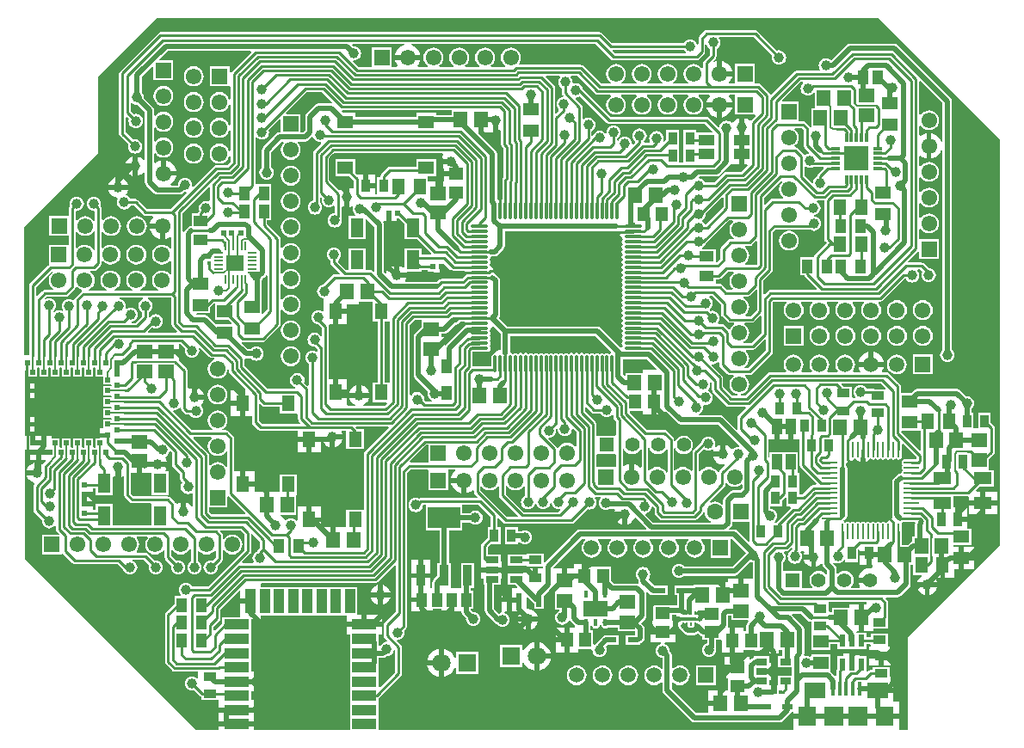
<source format=gtl>
G04 Layer_Physical_Order=1*
G04 Layer_Color=255*
%FSLAX44Y44*%
%MOMM*%
G71*
G01*
G75*
%ADD10R,1.5500X1.3500*%
%ADD11O,0.4000X0.7000*%
%ADD12R,2.4000X1.6500*%
%ADD13R,1.0600X0.5400*%
%ADD14R,1.1000X0.6500*%
%ADD15R,1.4500X1.1500*%
%ADD16R,1.3500X1.5500*%
%ADD17R,0.3600X0.3200*%
%ADD18R,1.1500X1.4500*%
%ADD19R,1.0500X1.4000*%
%ADD20R,1.8000X1.2000*%
%ADD21R,0.8500X1.3000*%
%ADD22R,0.5500X1.3500*%
%ADD23R,1.3000X0.7000*%
%ADD24R,1.3000X0.8500*%
%ADD25R,1.0500X1.3500*%
%ADD26R,3.2000X2.1000*%
%ADD27R,0.9000X2.1000*%
%ADD28R,1.4400X0.4400*%
%ADD29R,0.2600X0.3500*%
%ADD30R,1.3000X1.5500*%
%ADD31C,1.0000*%
%ADD32R,1.5000X1.2500*%
%ADD33R,2.4500X2.4500*%
%ADD34R,0.3000X0.9500*%
%ADD35R,0.9500X0.3000*%
%ADD36R,1.5000X1.0000*%
%ADD37R,1.4000X1.0500*%
%ADD38R,0.5600X0.5200*%
%ADD39R,1.0000X2.4500*%
%ADD40R,2.4500X1.0000*%
%ADD41O,0.3000X1.8000*%
%ADD42O,1.8000X0.3000*%
%ADD43R,1.2500X1.5000*%
%ADD44R,0.6000X1.2000*%
%ADD45R,1.5000X1.4000*%
%ADD46R,0.6200X0.6200*%
%ADD47R,1.9000X1.9000*%
%ADD48R,1.8000X1.9000*%
%ADD49R,0.4000X1.3500*%
%ADD50R,2.1000X1.6000*%
%ADD51R,0.9500X1.3500*%
%ADD52R,0.4900X0.4900*%
%ADD53R,1.7000X1.5400*%
%ADD54O,0.2000X0.9000*%
%ADD55O,0.9000X0.2000*%
%ADD56R,0.6200X0.6200*%
%ADD57R,1.3000X1.9000*%
%ADD58R,0.3200X0.3600*%
%ADD59R,1.0000X1.4000*%
%ADD60R,1.5500X1.3000*%
%ADD61O,1.5500X0.2500*%
%ADD62O,0.2500X1.5500*%
%ADD63R,1.0000X1.5000*%
%ADD64C,0.5000*%
%ADD65C,0.2500*%
%ADD66C,0.2000*%
%ADD67C,0.1800*%
%ADD68R,1.8000X1.8000*%
%ADD69C,1.8000*%
%ADD70R,1.5500X1.5500*%
%ADD71C,1.5500*%
%ADD72R,1.5200X1.5200*%
%ADD73C,1.5200*%
%ADD74R,1.5500X1.5500*%
%ADD75C,1.4000*%
%ADD76R,1.4000X1.4000*%
%ADD77R,1.6000X1.6000*%
%ADD78C,1.6000*%
%ADD79C,0.5000*%
G36*
X358936Y173750D02*
X354064D01*
Y233750D01*
X358936D01*
Y173750D01*
D02*
G37*
G36*
X847044Y168020D02*
X846518Y166750D01*
X837484D01*
X837018Y167061D01*
X835750Y167314D01*
X828704D01*
X828614Y167530D01*
X827492Y168992D01*
X826030Y170114D01*
X824327Y170820D01*
X822500Y171060D01*
X820673Y170820D01*
X818970Y170114D01*
X817507Y168992D01*
X816385Y167530D01*
X815680Y165827D01*
X815440Y164000D01*
X815680Y162173D01*
X816385Y160470D01*
X817257Y159334D01*
X816796Y158064D01*
X815250D01*
X814000Y159110D01*
Y169250D01*
X805656D01*
X805093Y170093D01*
X803657Y171530D01*
X804143Y172703D01*
X842361D01*
X847044Y168020D01*
D02*
G37*
G36*
X14550Y187837D02*
Y179550D01*
X23450D01*
Y187836D01*
X24500Y188403D01*
X25550Y187836D01*
Y179550D01*
X34450D01*
Y187837D01*
X35500Y188403D01*
X36550Y187837D01*
Y179550D01*
X45450D01*
Y187837D01*
X46500Y188403D01*
X47551Y187837D01*
Y179550D01*
X56451D01*
Y187836D01*
X57500Y188403D01*
X58550Y187836D01*
Y179550D01*
X67450D01*
Y187837D01*
X68500Y188403D01*
X69550Y187837D01*
Y179550D01*
X77050D01*
Y172050D01*
X85337D01*
X85903Y171000D01*
X85337Y169950D01*
X77050D01*
Y161050D01*
X85337D01*
X85903Y160000D01*
X85337Y158950D01*
X77050D01*
Y150050D01*
X85337D01*
X85903Y149000D01*
X85337Y147950D01*
X77050D01*
Y139050D01*
X85337D01*
X85903Y138000D01*
X85337Y136950D01*
X77050D01*
Y128950D01*
X74050D01*
Y124000D01*
X81500D01*
Y119000D01*
X74050D01*
Y118450D01*
X69550D01*
Y110163D01*
X68500Y109597D01*
X67450Y110163D01*
Y118450D01*
X58550D01*
Y110163D01*
X57500Y109597D01*
X56451Y110163D01*
Y118450D01*
X47551D01*
Y110163D01*
X46500Y109597D01*
X45450Y110163D01*
Y118450D01*
X36550D01*
Y110163D01*
X35500Y109597D01*
X34450Y110163D01*
Y118450D01*
X26450D01*
Y121450D01*
X21500D01*
Y114000D01*
X16500D01*
Y121450D01*
X10500D01*
Y114000D01*
X5500D01*
Y121450D01*
X550D01*
X0Y122493D01*
Y125050D01*
X0D01*
Y132500D01*
Y139950D01*
X0D01*
Y158050D01*
X0D01*
Y165500D01*
Y172950D01*
X0D01*
Y185550D01*
X3550D01*
Y179550D01*
X12450D01*
Y187837D01*
X13500Y188403D01*
X14550Y187837D01*
D02*
G37*
G36*
X729436Y216091D02*
Y205373D01*
X711877Y187814D01*
X708895D01*
X708493Y189084D01*
X710204Y190396D01*
X711767Y192433D01*
X712749Y194805D01*
X713084Y197350D01*
X712749Y199895D01*
X711767Y202267D01*
X710204Y204304D01*
X709731Y204666D01*
X710162Y205936D01*
X716250D01*
X717518Y206189D01*
X718593Y206907D01*
X728263Y216577D01*
X729436Y216091D01*
D02*
G37*
G36*
X621750Y187423D02*
X621264Y186250D01*
X608250D01*
Y183250D01*
X591250D01*
Y180398D01*
X590077Y179912D01*
X588588Y181400D01*
Y196662D01*
X612512D01*
X621750Y187423D01*
D02*
G37*
G36*
X231686Y17150D02*
Y10623D01*
X228907Y7843D01*
X228688Y7516D01*
X227720Y7114D01*
X226257Y5992D01*
X225135Y4530D01*
X224430Y2827D01*
X224190Y1000D01*
X224430Y-827D01*
X225135Y-2530D01*
X225340Y-2797D01*
X224779Y-3936D01*
X214545D01*
X214059Y-2763D01*
X221843Y5021D01*
X222561Y6096D01*
X222814Y7364D01*
Y24226D01*
X224084Y24752D01*
X231686Y17150D01*
D02*
G37*
G36*
X390500Y235000D02*
Y228239D01*
X384006Y221744D01*
X383011Y220256D01*
X382662Y218500D01*
Y181250D01*
X383011Y179494D01*
X384006Y178006D01*
X396724Y165287D01*
X396430Y164577D01*
X396190Y162750D01*
X396430Y160923D01*
X397136Y159220D01*
X398257Y157758D01*
X399720Y156636D01*
X401052Y156084D01*
X400799Y154814D01*
X394372D01*
X392930Y156256D01*
X393028Y157000D01*
X392787Y158827D01*
X392082Y160530D01*
X390960Y161992D01*
X389497Y163114D01*
X387795Y163820D01*
X385967Y164060D01*
X384140Y163820D01*
X382437Y163114D01*
X380975Y161992D01*
X380334Y161157D01*
X379064Y161588D01*
Y230377D01*
X383873Y235186D01*
X389308D01*
X390500Y235000D01*
D02*
G37*
G36*
X676186Y173627D02*
Y166386D01*
X676439Y165118D01*
X677157Y164043D01*
X690293Y150907D01*
X691368Y150189D01*
X692636Y149936D01*
X709341D01*
X709827Y148763D01*
X702407Y141343D01*
X701689Y140268D01*
X701436Y139000D01*
Y127848D01*
X701210Y127655D01*
X700241Y127247D01*
X687494Y139994D01*
X686006Y140989D01*
X684250Y141338D01*
X663863D01*
X663611Y142608D01*
X664280Y142886D01*
X665742Y144008D01*
X666864Y145470D01*
X667570Y147173D01*
X667810Y149000D01*
X667579Y150757D01*
X667603Y150838D01*
X667622Y150883D01*
X668520Y151852D01*
X669750Y151690D01*
X671577Y151930D01*
X673280Y152635D01*
X674742Y153758D01*
X675864Y155220D01*
X676570Y156923D01*
X676810Y158750D01*
X676570Y160577D01*
X675864Y162280D01*
X674742Y163742D01*
X673280Y164865D01*
X672733Y165091D01*
X672493Y166503D01*
X672526Y166551D01*
X673615Y167970D01*
X674320Y169673D01*
X674560Y171500D01*
X674320Y173327D01*
X674058Y173960D01*
X675134Y174679D01*
X676186Y173627D01*
D02*
G37*
G36*
X713436Y18000D02*
X713598Y17186D01*
X713096Y16770D01*
X712428Y16561D01*
X701494Y27494D01*
X700006Y28489D01*
X698250Y28838D01*
X693736D01*
X693250Y30011D01*
X694994Y31756D01*
X695989Y33244D01*
X696338Y35000D01*
Y36250D01*
X713436D01*
Y18000D01*
D02*
G37*
G36*
X821500Y8376D02*
Y8000D01*
X830750D01*
Y5500D01*
X833250D01*
Y-6000D01*
X834000D01*
Y-7879D01*
X832836Y-9007D01*
X832000Y-8896D01*
X828867Y-9309D01*
X825948Y-10518D01*
X823441Y-12442D01*
X821518Y-14948D01*
X820309Y-17867D01*
X820226Y-18500D01*
X832000D01*
Y-23500D01*
X820226D01*
X820309Y-24133D01*
X821518Y-27052D01*
X821880Y-27523D01*
X821318Y-28662D01*
X813374D01*
X813104Y-27865D01*
X813040Y-27392D01*
X814461Y-25539D01*
X815368Y-23349D01*
X815678Y-21000D01*
X815368Y-18650D01*
X814461Y-16461D01*
X813019Y-14581D01*
X811139Y-13139D01*
X808950Y-12232D01*
X806600Y-11922D01*
X804250Y-12232D01*
X802061Y-13139D01*
X800181Y-14581D01*
X800041Y-14764D01*
X798838Y-14356D01*
Y-10000D01*
X798489Y-8244D01*
X797494Y-6756D01*
X795273Y-4534D01*
X795308Y-4324D01*
X795899Y-3963D01*
X796697Y-3708D01*
X798173Y-4320D01*
X800000Y-4560D01*
X801827Y-4320D01*
X803530Y-3614D01*
X804992Y-2492D01*
X806115Y-1030D01*
X806230Y-751D01*
X807500Y-1004D01*
Y-3000D01*
X820000D01*
Y8901D01*
X820230Y9055D01*
X821500Y8376D01*
D02*
G37*
G36*
X876479Y35451D02*
X876493Y35166D01*
X876162Y33500D01*
Y22000D01*
X873500D01*
Y16739D01*
X872244Y16489D01*
X870756Y15494D01*
X869011Y13750D01*
X863064D01*
Y27000D01*
Y33500D01*
X862934Y34152D01*
X863256Y35511D01*
X864641Y36436D01*
X875953D01*
X876479Y35451D01*
D02*
G37*
G36*
X468412Y222100D02*
Y206168D01*
X468000Y205806D01*
X466303Y205583D01*
X464722Y204928D01*
X463364Y203886D01*
X462463Y202712D01*
X461634Y202547D01*
X460477Y201774D01*
X459703Y200616D01*
X459432Y199250D01*
Y189314D01*
X440614D01*
X440564Y189355D01*
Y203681D01*
X455000D01*
X456366Y203953D01*
X457523Y204727D01*
X458297Y205884D01*
X458569Y207250D01*
X458297Y208615D01*
X457539Y209750D01*
X458297Y210884D01*
X458569Y212250D01*
X458297Y213616D01*
X457539Y214750D01*
X458297Y215884D01*
X458569Y217250D01*
X458297Y218615D01*
X457539Y219750D01*
X458297Y220884D01*
X458569Y222250D01*
X458297Y223616D01*
X457539Y224750D01*
X458297Y225884D01*
X458462Y226713D01*
X459636Y227614D01*
X460272Y228444D01*
X461818Y228694D01*
X468412Y222100D01*
D02*
G37*
G36*
X144436Y256877D02*
Y230886D01*
X144689Y229618D01*
X145407Y228543D01*
X149963Y223987D01*
X149477Y222814D01*
X121659D01*
X121173Y223987D01*
X125245Y228058D01*
X125470Y227885D01*
X127173Y227180D01*
X129000Y226940D01*
X130827Y227180D01*
X132530Y227885D01*
X133992Y229007D01*
X135114Y230470D01*
X135820Y232173D01*
X136060Y234000D01*
X135820Y235827D01*
X135114Y237530D01*
X133992Y238992D01*
X132530Y240114D01*
X130827Y240820D01*
X129000Y241060D01*
X127173Y240820D01*
X125470Y240114D01*
X124008Y238992D01*
X123334Y238114D01*
X122064Y238545D01*
Y243046D01*
X122280Y243136D01*
X123743Y244258D01*
X124865Y245720D01*
X125570Y247423D01*
X125810Y249250D01*
X125570Y251077D01*
X124865Y252780D01*
X123743Y254242D01*
X122280Y255364D01*
X120948Y255916D01*
X121200Y257186D01*
X144127D01*
X144436Y256877D01*
D02*
G37*
G36*
X685186Y250127D02*
Y241250D01*
X685439Y239982D01*
X686157Y238907D01*
X691657Y233407D01*
X692732Y232689D01*
X694000Y232436D01*
X697843D01*
X698189Y231610D01*
X698202Y231166D01*
X696296Y229704D01*
X694733Y227667D01*
X694172Y226311D01*
X692673Y226013D01*
X688343Y230343D01*
X687268Y231061D01*
X686000Y231314D01*
X682454D01*
X681993Y232584D01*
X682865Y233720D01*
X683570Y235423D01*
X683810Y237250D01*
X683570Y239077D01*
X682865Y240780D01*
X681742Y242242D01*
X680280Y243365D01*
X678577Y244070D01*
X676750Y244310D01*
X675189Y244105D01*
X674413Y244759D01*
X674163Y245096D01*
X674275Y246207D01*
X674993Y246758D01*
X676115Y248220D01*
X676820Y249923D01*
X677060Y251750D01*
X676820Y253577D01*
X676115Y255280D01*
X674993Y256742D01*
X673788Y257666D01*
X674028Y258772D01*
X674118Y258936D01*
X676377D01*
X685186Y250127D01*
D02*
G37*
G36*
X187500Y235250D02*
X200564D01*
X203890Y231923D01*
X203404Y230750D01*
X188489D01*
X180244Y238994D01*
X178756Y239989D01*
X177000Y240338D01*
X168688D01*
X168593Y240480D01*
X169272Y241750D01*
X182250D01*
Y247814D01*
X185873Y251436D01*
X187500D01*
Y235250D01*
D02*
G37*
G36*
X720436Y264591D02*
Y245373D01*
X714128Y239064D01*
X709511D01*
X709080Y240334D01*
X710204Y241196D01*
X711767Y243233D01*
X712749Y245605D01*
X713084Y248150D01*
X712749Y250695D01*
X711767Y253067D01*
X710204Y255104D01*
X708167Y256667D01*
X706961Y257166D01*
X707213Y258436D01*
X711250D01*
X712518Y258689D01*
X713593Y259407D01*
X719263Y265077D01*
X720436Y264591D01*
D02*
G37*
G36*
X116552Y255916D02*
X115220Y255364D01*
X113758Y254242D01*
X112635Y252780D01*
X111930Y251077D01*
X111690Y249250D01*
X111930Y247423D01*
X112635Y245720D01*
X113758Y244258D01*
X115220Y243136D01*
X115436Y243046D01*
Y239123D01*
X108627Y232314D01*
X105427D01*
X105344Y233584D01*
X106077Y233680D01*
X107780Y234386D01*
X109242Y235508D01*
X110364Y236970D01*
X111070Y238673D01*
X111310Y240500D01*
X111070Y242327D01*
X110364Y244030D01*
X109242Y245492D01*
X107780Y246614D01*
X106077Y247320D01*
X104250Y247560D01*
X102423Y247320D01*
X100720Y246614D01*
X100344Y246326D01*
X99301Y247126D01*
X99320Y247173D01*
X99560Y249000D01*
X99320Y250827D01*
X98615Y252530D01*
X97492Y253992D01*
X96030Y255114D01*
X94327Y255820D01*
X93593Y255916D01*
X93677Y257186D01*
X116300D01*
X116552Y255916D01*
D02*
G37*
G36*
X724936Y238841D02*
Y222623D01*
X714877Y212564D01*
X707455D01*
X707202Y213834D01*
X708167Y214233D01*
X710204Y215796D01*
X711767Y217833D01*
X712749Y220205D01*
X713084Y222750D01*
X712749Y225295D01*
X711767Y227667D01*
X710204Y229704D01*
X708298Y231166D01*
X708311Y231610D01*
X708657Y232436D01*
X715500D01*
X716768Y232689D01*
X717843Y233407D01*
X723763Y239327D01*
X724936Y238841D01*
D02*
G37*
G36*
X755407Y10425D02*
X755481Y9917D01*
X755407Y9843D01*
X754689Y8768D01*
X754643Y8540D01*
X754220Y8364D01*
X752757Y7242D01*
X751636Y5780D01*
X750930Y4077D01*
X750690Y2250D01*
X750930Y423D01*
X751636Y-1280D01*
X752757Y-2743D01*
X754220Y-3864D01*
X755923Y-4570D01*
X757750Y-4810D01*
X759577Y-4570D01*
X761280Y-3864D01*
X762742Y-2743D01*
X763865Y-1280D01*
X764570Y423D01*
X764810Y2250D01*
X764570Y4077D01*
X763865Y5780D01*
X763327Y6480D01*
X763954Y7750D01*
X766563D01*
X767282Y6480D01*
X766507Y4611D01*
X766493Y4500D01*
X776250D01*
Y2000D01*
X778750D01*
Y-7757D01*
X778860Y-7743D01*
X781293Y-6735D01*
X783382Y-5132D01*
X783892Y-4468D01*
X785162Y-4899D01*
Y-5500D01*
X785511Y-7256D01*
X786506Y-8744D01*
X789662Y-11901D01*
Y-15157D01*
X788392Y-15589D01*
X787619Y-14581D01*
X785739Y-13139D01*
X783549Y-12232D01*
X781200Y-11922D01*
X778850Y-12232D01*
X776661Y-13139D01*
X774781Y-14581D01*
X773338Y-16461D01*
X772432Y-18650D01*
X772122Y-21000D01*
X772432Y-23349D01*
X773338Y-25539D01*
X774781Y-27419D01*
X775072Y-27642D01*
X774641Y-28912D01*
X764800D01*
Y-12000D01*
X746800D01*
X746338Y-10921D01*
Y-3553D01*
X746742Y-3243D01*
X747865Y-1780D01*
X748570Y-77D01*
X748810Y1750D01*
X748570Y3577D01*
X747865Y5280D01*
X747185Y6166D01*
X747811Y7436D01*
X749250D01*
X750518Y7689D01*
X751593Y8407D01*
X754059Y10873D01*
X755407Y10425D01*
D02*
G37*
G36*
X683686Y193046D02*
Y191250D01*
X683939Y189982D01*
X684657Y188907D01*
X691407Y182157D01*
X692482Y181439D01*
X693750Y181186D01*
X697185D01*
X697616Y179916D01*
X696296Y178904D01*
X694733Y176867D01*
X693751Y174495D01*
X693416Y171950D01*
X693751Y169405D01*
X694733Y167033D01*
X696296Y164996D01*
X698333Y163433D01*
X700705Y162451D01*
X701596Y162334D01*
X701513Y161064D01*
X695873D01*
X687314Y169622D01*
Y178250D01*
X687061Y179518D01*
X686343Y180593D01*
X676342Y190594D01*
X676935Y191797D01*
X677750Y191690D01*
X679577Y191930D01*
X681280Y192635D01*
X682416Y193507D01*
X683686Y193046D01*
D02*
G37*
G36*
X577289Y203972D02*
X576871Y202594D01*
X576634Y202547D01*
X575500Y201789D01*
X574366Y202547D01*
X573000Y202819D01*
X571634Y202547D01*
X570500Y201789D01*
X569366Y202547D01*
X568000Y202819D01*
X566635Y202547D01*
X565500Y201789D01*
X564366Y202547D01*
X563000Y202819D01*
X561634Y202547D01*
X560500Y201789D01*
X559366Y202547D01*
X558000Y202819D01*
X556635Y202547D01*
X555500Y201789D01*
X554366Y202547D01*
X553000Y202819D01*
X551634Y202547D01*
X550500Y201789D01*
X549366Y202547D01*
X548000Y202819D01*
X546635Y202547D01*
X545500Y201789D01*
X544366Y202547D01*
X543000Y202819D01*
X541634Y202547D01*
X540500Y201789D01*
X539366Y202547D01*
X538000Y202819D01*
X536635Y202547D01*
X535500Y201789D01*
X534366Y202547D01*
X533000Y202819D01*
X531634Y202547D01*
X530500Y201789D01*
X529366Y202547D01*
X528000Y202819D01*
X526635Y202547D01*
X525500Y201789D01*
X524366Y202547D01*
X523000Y202819D01*
X521634Y202547D01*
X520500Y201789D01*
X519366Y202547D01*
X518000Y202819D01*
X516635Y202547D01*
X515500Y201789D01*
X514366Y202547D01*
X513000Y202819D01*
X511634Y202547D01*
X510500Y201789D01*
X509365Y202547D01*
X508000Y202819D01*
X506634Y202547D01*
X505500Y201789D01*
X504366Y202547D01*
X503000Y202819D01*
X501634Y202547D01*
X500500Y201789D01*
X499365Y202547D01*
X498000Y202819D01*
X496634Y202547D01*
X495500Y201789D01*
X494366Y202547D01*
X493000Y202819D01*
X491634Y202547D01*
X490500Y201789D01*
X489366Y202547D01*
X488000Y202819D01*
X486634Y202547D01*
X485500Y201789D01*
X484366Y202547D01*
X483000Y202819D01*
X481634Y202547D01*
X480500Y201789D01*
X479366Y202547D01*
X478000Y202819D01*
X477588Y203157D01*
Y219412D01*
X561849D01*
X577289Y203972D01*
D02*
G37*
G36*
X433540Y232982D02*
X433444Y232250D01*
X433667Y230553D01*
X434008Y229732D01*
X433744Y229239D01*
X432256Y228244D01*
X414506Y210494D01*
X414270Y210142D01*
X413000Y210527D01*
Y218000D01*
X410000D01*
Y221662D01*
X412750D01*
X414506Y222011D01*
X415994Y223006D01*
X423651Y230662D01*
X424500D01*
X426256Y231011D01*
X427744Y232006D01*
X428739Y233494D01*
X428827Y233937D01*
X432703D01*
X433540Y232982D01*
D02*
G37*
G36*
X584105Y322453D02*
X584461Y322122D01*
X584667Y320553D01*
X585322Y318972D01*
X586364Y317614D01*
X587538Y316713D01*
X587703Y315884D01*
X588461Y314750D01*
X587703Y313615D01*
X587431Y312250D01*
X587703Y310884D01*
X588461Y309750D01*
X587703Y308616D01*
X587431Y307250D01*
X587703Y305884D01*
X588461Y304750D01*
X587703Y303615D01*
X587431Y302250D01*
X587703Y300884D01*
X588461Y299750D01*
X587703Y298616D01*
X587431Y297250D01*
X587703Y295884D01*
X588461Y294750D01*
X587703Y293616D01*
X587431Y292250D01*
X587703Y290884D01*
X588461Y289750D01*
X587703Y288616D01*
X587431Y287250D01*
X587703Y285885D01*
X588461Y284750D01*
X587703Y283616D01*
X587431Y282250D01*
X587703Y280884D01*
X588461Y279750D01*
X587703Y278616D01*
X587431Y277250D01*
X587703Y275885D01*
X588461Y274750D01*
X587703Y273616D01*
X587431Y272250D01*
X587703Y270884D01*
X588461Y269750D01*
X587703Y268616D01*
X587431Y267250D01*
X587703Y265885D01*
X588461Y264750D01*
X587703Y263616D01*
X587431Y262250D01*
X587703Y260884D01*
X588461Y259750D01*
X587703Y258616D01*
X587431Y257250D01*
X587703Y255885D01*
X588461Y254750D01*
X587703Y253616D01*
X587431Y252250D01*
X587703Y250884D01*
X588461Y249750D01*
X587703Y248616D01*
X587431Y247250D01*
X587703Y245885D01*
X588461Y244750D01*
X587703Y243616D01*
X587431Y242250D01*
X587703Y240884D01*
X588461Y239750D01*
X587703Y238616D01*
X587431Y237250D01*
X587703Y235885D01*
X588461Y234750D01*
X587703Y233616D01*
X587431Y232250D01*
X587703Y230884D01*
X588461Y229750D01*
X587703Y228615D01*
X587431Y227250D01*
X587703Y225884D01*
X588461Y224750D01*
X587703Y223616D01*
X587431Y222250D01*
X587703Y220884D01*
X588461Y219750D01*
X587703Y218615D01*
X587431Y217250D01*
X587703Y215884D01*
X588461Y214750D01*
X587703Y213616D01*
X587431Y212250D01*
X587703Y210884D01*
X588461Y209750D01*
X587703Y208615D01*
X587656Y208379D01*
X586278Y207961D01*
X566994Y227245D01*
X565505Y228239D01*
X563750Y228589D01*
X474901D01*
X466239Y237250D01*
X466494Y237506D01*
X467489Y238994D01*
X467838Y240750D01*
Y274000D01*
X467489Y275756D01*
X466494Y277244D01*
X463244Y280494D01*
X461756Y281489D01*
X461464Y281547D01*
X461556Y282250D01*
X461333Y283947D01*
X460678Y285528D01*
X459636Y286886D01*
X458462Y287787D01*
X458297Y288616D01*
X457539Y289750D01*
X458297Y290884D01*
X458569Y292250D01*
X458297Y293616D01*
X457539Y294750D01*
X458297Y295884D01*
X458569Y297250D01*
X458906Y297662D01*
X462250D01*
X464006Y298011D01*
X465494Y299006D01*
X471244Y304755D01*
X472239Y306244D01*
X472588Y308000D01*
Y322662D01*
X581750D01*
X583257Y322962D01*
X584105Y322453D01*
D02*
G37*
G36*
X342250Y253250D02*
Y233750D01*
X347436D01*
Y173750D01*
X342250D01*
Y154250D01*
X355904D01*
X356390Y153077D01*
X353877Y150564D01*
X333254D01*
X333002Y151834D01*
X334043Y152265D01*
X336132Y153868D01*
X337735Y155957D01*
X338743Y158390D01*
X338757Y158500D01*
X319243D01*
X319257Y158390D01*
X320265Y155957D01*
X321868Y153868D01*
X323957Y152265D01*
X324998Y151834D01*
X324746Y150564D01*
X318236D01*
X317250Y151250D01*
Y161500D01*
X305750D01*
Y164000D01*
X303250D01*
Y176750D01*
X299314D01*
Y228750D01*
X299168Y229480D01*
X299984Y230750D01*
X303250D01*
Y243500D01*
X305750D01*
Y246000D01*
X317250D01*
Y250500D01*
X329000D01*
Y253500D01*
X341084D01*
X342250Y253250D01*
D02*
G37*
G36*
X589989Y107711D02*
X591431Y105831D01*
X593311Y104389D01*
X595500Y103482D01*
X597850Y103172D01*
X600200Y103482D01*
X602389Y104389D01*
X604269Y105831D01*
X605666Y107652D01*
X605796Y107662D01*
X606936Y107182D01*
Y90557D01*
X605666Y90094D01*
X603330Y91887D01*
X600228Y93172D01*
X599400Y93281D01*
Y80750D01*
X594400D01*
Y93281D01*
X593572Y93172D01*
X590470Y91887D01*
X589453Y91106D01*
X588314Y91668D01*
Y108436D01*
X589584Y108689D01*
X589989Y107711D01*
D02*
G37*
G36*
X615389D02*
X616831Y105831D01*
X618711Y104389D01*
X620900Y103482D01*
X623250Y103172D01*
X625600Y103482D01*
X627789Y104389D01*
X629669Y105831D01*
X631111Y107711D01*
X631166Y107844D01*
X632436Y107591D01*
Y85075D01*
X631166Y84823D01*
X630817Y85667D01*
X629254Y87704D01*
X627217Y89267D01*
X624845Y90249D01*
X622300Y90584D01*
X619755Y90249D01*
X617383Y89267D01*
X615346Y87704D01*
X614834Y87036D01*
X613564Y87467D01*
Y108798D01*
X614834Y109051D01*
X615389Y107711D01*
D02*
G37*
G36*
X581450Y103250D02*
X581686Y102078D01*
Y91589D01*
X581250Y90500D01*
X562814D01*
Y102244D01*
X563450Y103250D01*
X564084Y103250D01*
X581450Y103250D01*
D02*
G37*
G36*
X397150Y94814D02*
X379502D01*
X378976Y96084D01*
X395078Y112186D01*
X397150D01*
Y94814D01*
D02*
G37*
G36*
X183659Y118666D02*
X182796Y118004D01*
X181233Y115967D01*
X180251Y113595D01*
X179916Y111050D01*
X180251Y108505D01*
X181233Y106133D01*
X182796Y104096D01*
X184833Y102534D01*
X187205Y101551D01*
X189750Y101216D01*
X192295Y101551D01*
X194667Y102534D01*
X196704Y104096D01*
X198166Y106003D01*
X198609Y105990D01*
X199436Y105644D01*
Y91057D01*
X198609Y90711D01*
X198166Y90698D01*
X196704Y92604D01*
X194667Y94167D01*
X192295Y95149D01*
X189750Y95484D01*
X187205Y95149D01*
X184833Y94167D01*
X182796Y92604D01*
X182516Y92239D01*
X181314Y92647D01*
Y102092D01*
X181061Y103360D01*
X180343Y104435D01*
X166015Y118763D01*
X166501Y119936D01*
X183228D01*
X183659Y118666D01*
D02*
G37*
G36*
X94400Y80743D02*
X94510Y80758D01*
X96666Y81651D01*
X97936Y81099D01*
Y62750D01*
X98189Y61482D01*
X98907Y60407D01*
X103407Y55907D01*
X104482Y55189D01*
X105750Y54936D01*
X124194D01*
X125000Y54000D01*
Y33064D01*
X87000D01*
Y54000D01*
X70000D01*
Y48564D01*
X66850D01*
Y51750D01*
X58750D01*
Y56750D01*
X66850D01*
Y61250D01*
X58750D01*
Y66250D01*
X66850D01*
Y69437D01*
X70000D01*
Y63000D01*
X87000D01*
Y80563D01*
X88056Y81268D01*
X89289Y80758D01*
X89400Y80743D01*
Y90500D01*
X94400D01*
Y80743D01*
D02*
G37*
G36*
X144936Y104795D02*
Y93000D01*
X145189Y91732D01*
X145907Y90657D01*
X152436Y84127D01*
Y79750D01*
X152689Y78482D01*
X153407Y77407D01*
X155460Y75354D01*
X154635Y74280D01*
X153930Y72577D01*
X153690Y70750D01*
X153930Y68923D01*
X154635Y67220D01*
X155758Y65758D01*
X157220Y64636D01*
X158923Y63930D01*
X160750Y63690D01*
X162577Y63930D01*
X164280Y64636D01*
X164547Y64840D01*
X165686Y64279D01*
Y52122D01*
X164554Y51378D01*
X164416Y51382D01*
X162882Y53382D01*
X160793Y54985D01*
X158361Y55992D01*
X158250Y56007D01*
Y46250D01*
X153250D01*
Y56007D01*
X153139Y55992D01*
X150707Y54985D01*
X149736Y54240D01*
X148702Y54705D01*
X148486Y54881D01*
X147843Y55843D01*
X143093Y60593D01*
X142018Y61311D01*
X140750Y61564D01*
X107123D01*
X104564Y64123D01*
Y84500D01*
X110500D01*
Y96500D01*
X115500D01*
Y84500D01*
X125000D01*
Y63000D01*
X142000D01*
Y86000D01*
X139143D01*
X138516Y87270D01*
X139235Y88207D01*
X140243Y90639D01*
X140257Y90750D01*
X130500D01*
Y95750D01*
X140257D01*
X140243Y95861D01*
X139235Y98293D01*
X138331Y99471D01*
X138745Y101018D01*
X139030Y101136D01*
X140492Y102258D01*
X141615Y103720D01*
X142320Y105423D01*
X142364Y105757D01*
X143566Y106165D01*
X144936Y104795D01*
D02*
G37*
G36*
X691546Y73796D02*
X693583Y72233D01*
X695955Y71251D01*
X698500Y70916D01*
X701045Y71251D01*
X703417Y72233D01*
X705142Y73557D01*
X706412Y73109D01*
Y69651D01*
X704100Y67338D01*
X696750D01*
X694994Y66989D01*
X693506Y65994D01*
X688506Y60994D01*
X687511Y59506D01*
X687162Y57750D01*
Y54032D01*
X685892Y53605D01*
X684093Y54985D01*
X681660Y55993D01*
X679050Y56336D01*
X676439Y55993D01*
X674793Y55311D01*
X674074Y56387D01*
X688593Y70907D01*
X689311Y71982D01*
X689564Y73250D01*
Y74294D01*
X690834Y74725D01*
X691546Y73796D01*
D02*
G37*
G36*
X476046Y70296D02*
X478083Y68733D01*
X480455Y67751D01*
X483000Y67416D01*
X485545Y67751D01*
X487917Y68733D01*
X489954Y70296D01*
X490666Y71225D01*
X491936Y70794D01*
Y62204D01*
X491720Y62115D01*
X490257Y60992D01*
X489136Y59530D01*
X488430Y57827D01*
X488190Y56000D01*
X488430Y54173D01*
X489136Y52470D01*
X490257Y51007D01*
X491720Y49886D01*
X493423Y49180D01*
X495250Y48940D01*
X497077Y49180D01*
X498780Y49886D01*
X500242Y51007D01*
X501365Y52470D01*
X502070Y54173D01*
X502109Y54474D01*
X503391D01*
X503430Y54173D01*
X504136Y52470D01*
X505257Y51007D01*
X506720Y49886D01*
X508423Y49180D01*
X510250Y48940D01*
X512077Y49180D01*
X513780Y49886D01*
X515242Y51007D01*
X516364Y52470D01*
X517070Y54173D01*
X517234Y55424D01*
X518516D01*
X518680Y54173D01*
X519385Y52470D01*
X520508Y51007D01*
X521970Y49886D01*
X523673Y49180D01*
X525500Y48940D01*
X526603Y49085D01*
X527196Y47882D01*
X525377Y46064D01*
X490873D01*
X473314Y63622D01*
Y71843D01*
X474140Y72189D01*
X474584Y72202D01*
X476046Y70296D01*
D02*
G37*
G36*
X423941Y86984D02*
X423107Y86343D01*
X421063Y83680D01*
X419778Y80578D01*
X419669Y79750D01*
X432200D01*
Y77250D01*
X434700D01*
Y64719D01*
X435528Y64828D01*
X438630Y66113D01*
X440666Y67675D01*
X441936Y67049D01*
Y65864D01*
X442189Y64596D01*
X442907Y63521D01*
X445441Y60987D01*
X444955Y59814D01*
X389750D01*
X388482Y59561D01*
X388088Y59298D01*
X386827Y59820D01*
X385000Y60060D01*
X383173Y59820D01*
X381470Y59114D01*
X380008Y57992D01*
X378885Y56530D01*
X378180Y54827D01*
X377940Y53000D01*
X378180Y51173D01*
X378885Y49470D01*
X380008Y48007D01*
X381470Y46885D01*
X383173Y46180D01*
X385000Y45940D01*
X386827Y46180D01*
X388530Y46885D01*
X389992Y48007D01*
X391115Y49470D01*
X391820Y51173D01*
X392060Y53000D01*
X392224Y53186D01*
X393557D01*
X394750Y53000D01*
X394750Y51916D01*
Y28000D01*
X408162D01*
Y-4000D01*
X406250D01*
Y-16511D01*
X402256Y-20505D01*
X401261Y-21994D01*
X400912Y-23750D01*
Y-28500D01*
X399250D01*
Y-19000D01*
X389750D01*
X380250D01*
Y-32000D01*
X380750D01*
Y-37750D01*
X391000D01*
Y-40250D01*
X393500D01*
Y-52000D01*
X401250D01*
Y-49000D01*
X409750D01*
Y-52000D01*
X417500D01*
Y-40250D01*
X422500D01*
Y-52000D01*
X429912D01*
Y-52250D01*
X430261Y-54006D01*
X431255Y-55494D01*
X434285Y-58524D01*
X434190Y-59250D01*
X434430Y-61077D01*
X435135Y-62780D01*
X436258Y-64243D01*
X437720Y-65364D01*
X439423Y-66070D01*
X441250Y-66310D01*
X443077Y-66070D01*
X444780Y-65364D01*
X446242Y-64243D01*
X447365Y-62780D01*
X448070Y-61077D01*
X448310Y-59250D01*
X448070Y-57423D01*
X447365Y-55720D01*
X446242Y-54258D01*
X444780Y-53136D01*
X443077Y-52430D01*
X441250Y-52190D01*
X440966Y-52227D01*
X439088Y-50349D01*
Y-49000D01*
X441750D01*
Y-31500D01*
X439088D01*
Y-29000D01*
X442250D01*
Y-4000D01*
X429250D01*
Y-28500D01*
X419250D01*
Y-4000D01*
X417338D01*
Y28000D01*
X430750D01*
Y35912D01*
X438197D01*
X438508Y35508D01*
X439970Y34385D01*
X441673Y33680D01*
X443500Y33440D01*
X445327Y33680D01*
X447030Y34385D01*
X448492Y35508D01*
X449614Y36970D01*
X450320Y38673D01*
X450560Y40500D01*
X450320Y42327D01*
X449614Y44030D01*
X448492Y45492D01*
X447030Y46614D01*
X445327Y47320D01*
X443500Y47560D01*
X441673Y47320D01*
X439970Y46614D01*
X438508Y45492D01*
X438198Y45088D01*
X430750D01*
X430750Y53000D01*
X431943Y53186D01*
X446878D01*
X458686Y41378D01*
Y31250D01*
X455750D01*
Y21186D01*
X449907Y15343D01*
X449189Y14268D01*
X448936Y13000D01*
Y250D01*
X449181Y-980D01*
X449187Y-1021D01*
X448625Y-2250D01*
X448625D01*
Y-8250D01*
X460125D01*
X471625D01*
Y-2250D01*
X468625D01*
Y4250D01*
X455564D01*
Y11627D01*
X458186Y14250D01*
X468250D01*
Y31250D01*
X465313D01*
Y39455D01*
X466487Y39941D01*
X471021Y35407D01*
X472096Y34689D01*
X473364Y34436D01*
X538000D01*
X539268Y34689D01*
X540343Y35407D01*
X553706Y48770D01*
X553923Y48680D01*
X555750Y48440D01*
X557577Y48680D01*
X559280Y49385D01*
X560742Y50507D01*
X561865Y51970D01*
X562570Y53673D01*
X562810Y55500D01*
X562570Y57327D01*
X561865Y59030D01*
X561154Y59956D01*
X561811Y61186D01*
X566477D01*
X566890Y60257D01*
X566949Y59916D01*
X565886Y58530D01*
X565180Y56827D01*
X564940Y55000D01*
X565180Y53173D01*
X565886Y51470D01*
X567008Y50008D01*
X568470Y48885D01*
X570173Y48180D01*
X572000Y47940D01*
X573827Y48180D01*
X575530Y48885D01*
X575890Y49162D01*
X580293D01*
X581142Y47892D01*
X580507Y46361D01*
X580493Y46250D01*
X590250D01*
Y43750D01*
X592750D01*
Y33993D01*
X592860Y34007D01*
X595293Y35015D01*
X597382Y36618D01*
X598985Y38707D01*
X599597Y40184D01*
X601095Y40482D01*
X611565Y30011D01*
X611079Y28838D01*
X546500D01*
X544744Y28489D01*
X543256Y27494D01*
X512145Y-3616D01*
X510875Y-3090D01*
Y5000D01*
X493875D01*
Y4298D01*
X492625Y4250D01*
Y4250D01*
X475625D01*
Y-6750D01*
X492625D01*
Y-6750D01*
X493875Y-6799D01*
Y-7500D01*
X510362D01*
Y-9000D01*
X504875D01*
Y-18250D01*
X499875D01*
Y-9000D01*
X490875D01*
Y-14750D01*
X475625D01*
Y-25750D01*
X483136D01*
X484713Y-27327D01*
X484227Y-28500D01*
X479375D01*
Y-40251D01*
Y-52001D01*
X484625D01*
Y-52000D01*
X487049D01*
X487676Y-53270D01*
X486765Y-54457D01*
X485757Y-56890D01*
X485743Y-57000D01*
X505257D01*
X505243Y-56890D01*
X504235Y-54457D01*
X502632Y-52368D01*
X500543Y-50765D01*
X498111Y-49757D01*
X495500Y-49414D01*
X495080Y-49469D01*
X494125Y-48632D01*
Y-38398D01*
X495299Y-37912D01*
X500881Y-43494D01*
X501125Y-43657D01*
Y-49000D01*
X510625D01*
Y-36364D01*
X517480Y-29509D01*
X518750Y-30035D01*
Y-33000D01*
X521750D01*
Y-50000D01*
X526100D01*
X526352Y-51270D01*
X525470Y-51636D01*
X524007Y-52758D01*
X522886Y-54220D01*
X522180Y-55923D01*
X521940Y-57750D01*
X522180Y-59577D01*
X522886Y-61280D01*
X524007Y-62743D01*
X525470Y-63864D01*
X527173Y-64570D01*
X529000Y-64810D01*
X530827Y-64570D01*
X532530Y-63864D01*
X533992Y-62743D01*
X535114Y-61280D01*
X535307Y-60816D01*
X535674Y-60721D01*
X536696Y-60782D01*
X537506Y-61994D01*
X541741Y-66230D01*
X541740Y-66292D01*
X541349Y-67500D01*
X536250D01*
Y-79750D01*
Y-92000D01*
X544500D01*
Y-89000D01*
X557782D01*
X558440Y-89750D01*
X558680Y-91577D01*
X559385Y-93280D01*
X560508Y-94742D01*
X561970Y-95864D01*
X563673Y-96570D01*
X565500Y-96810D01*
X567327Y-96570D01*
X569030Y-95864D01*
X570492Y-94742D01*
X571614Y-93280D01*
X572320Y-91577D01*
X572560Y-89750D01*
X572320Y-87923D01*
X571733Y-86506D01*
X573539Y-84700D01*
X584600D01*
Y-75300D01*
X570000D01*
Y-75760D01*
X569994Y-75761D01*
X568506Y-76756D01*
X562256Y-83006D01*
X561693Y-83848D01*
X560770Y-84556D01*
X559500Y-84156D01*
Y-70500D01*
X556838D01*
Y-66461D01*
X557308Y-66297D01*
X558108Y-66249D01*
X558866Y-67384D01*
X560189Y-68268D01*
X561750Y-68578D01*
X563311Y-68268D01*
X564634Y-67384D01*
X565518Y-66061D01*
X565747Y-64910D01*
X566755Y-64787D01*
X567058Y-64826D01*
X567312Y-65206D01*
X567482Y-66061D01*
X568366Y-67384D01*
X569689Y-68268D01*
X571250Y-68578D01*
X572811Y-68268D01*
X573828Y-67588D01*
X583500D01*
Y-71250D01*
X600912D01*
Y-75300D01*
X591400D01*
Y-84700D01*
X606000D01*
Y-83408D01*
X606244Y-83244D01*
X608744Y-80744D01*
X609739Y-79256D01*
X610088Y-77500D01*
Y-69000D01*
X609739Y-67244D01*
X608744Y-65756D01*
X606239Y-63250D01*
X610494Y-58994D01*
X611489Y-57506D01*
X611838Y-55750D01*
Y-34000D01*
X611682Y-33217D01*
X612853Y-32592D01*
X614756Y-34494D01*
X616244Y-35489D01*
X617750Y-35788D01*
Y-35950D01*
X632350D01*
Y-26550D01*
X619788D01*
X613476Y-20238D01*
X613492Y-19992D01*
X614614Y-18530D01*
X615320Y-16827D01*
X615560Y-15000D01*
X615320Y-13173D01*
X614614Y-11470D01*
X613492Y-10008D01*
X612030Y-8886D01*
X610327Y-8180D01*
X608500Y-7940D01*
X606673Y-8180D01*
X604970Y-8886D01*
X603508Y-10008D01*
X602385Y-11470D01*
X601680Y-13173D01*
X601440Y-15000D01*
X601680Y-16827D01*
X602385Y-18530D01*
X603508Y-19993D01*
X603912Y-20303D01*
Y-21750D01*
X604261Y-23506D01*
X604279Y-23532D01*
X603506Y-24662D01*
X602250Y-24412D01*
X579901D01*
X576750Y-21261D01*
Y-7750D01*
X561750D01*
Y-4750D01*
X553500D01*
Y-17000D01*
X548500D01*
Y-4750D01*
X540250D01*
Y-9500D01*
X534000D01*
Y-21250D01*
X529000D01*
Y-9500D01*
X521035D01*
X520509Y-8230D01*
X548400Y19662D01*
X551558D01*
X551989Y18392D01*
X550953Y17597D01*
X549414Y15591D01*
X548447Y13256D01*
X548117Y10750D01*
X548447Y8244D01*
X549414Y5909D01*
X550953Y3903D01*
X552959Y2364D01*
X555294Y1397D01*
X557800Y1067D01*
X560306Y1397D01*
X562641Y2364D01*
X564647Y3903D01*
X566186Y5909D01*
X567153Y8244D01*
X567483Y10750D01*
X567153Y13256D01*
X566186Y15591D01*
X564647Y17597D01*
X563611Y18392D01*
X564042Y19662D01*
X576958D01*
X577389Y18392D01*
X576353Y17597D01*
X574814Y15591D01*
X573847Y13256D01*
X573517Y10750D01*
X573847Y8244D01*
X574814Y5909D01*
X576353Y3903D01*
X578359Y2364D01*
X580694Y1397D01*
X583200Y1067D01*
X585706Y1397D01*
X588041Y2364D01*
X590047Y3903D01*
X591586Y5909D01*
X592553Y8244D01*
X592883Y10750D01*
X592553Y13256D01*
X591586Y15591D01*
X590047Y17597D01*
X589011Y18392D01*
X589442Y19662D01*
X602358D01*
X602789Y18392D01*
X601753Y17597D01*
X600214Y15591D01*
X599247Y13256D01*
X598917Y10750D01*
X599247Y8244D01*
X600214Y5909D01*
X601753Y3903D01*
X603759Y2364D01*
X606094Y1397D01*
X608600Y1067D01*
X611106Y1397D01*
X613441Y2364D01*
X615447Y3903D01*
X616986Y5909D01*
X617953Y8244D01*
X618283Y10750D01*
X617953Y13256D01*
X616986Y15591D01*
X615447Y17597D01*
X614411Y18392D01*
X614842Y19662D01*
X627758D01*
X628189Y18392D01*
X627153Y17597D01*
X625614Y15591D01*
X624647Y13256D01*
X624317Y10750D01*
X624647Y8244D01*
X625614Y5909D01*
X627153Y3903D01*
X629159Y2364D01*
X631494Y1397D01*
X634000Y1067D01*
X636506Y1397D01*
X638841Y2364D01*
X640847Y3903D01*
X642386Y5909D01*
X643353Y8244D01*
X643683Y10750D01*
X643353Y13256D01*
X642386Y15591D01*
X640847Y17597D01*
X639811Y18392D01*
X640242Y19662D01*
X653158D01*
X653589Y18392D01*
X652553Y17597D01*
X651014Y15591D01*
X650047Y13256D01*
X649717Y10750D01*
X650047Y8244D01*
X651014Y5909D01*
X652553Y3903D01*
X654559Y2364D01*
X656894Y1397D01*
X659400Y1067D01*
X661906Y1397D01*
X664241Y2364D01*
X666247Y3903D01*
X667786Y5909D01*
X668753Y8244D01*
X669083Y10750D01*
X668753Y13256D01*
X667786Y15591D01*
X666247Y17597D01*
X665211Y18392D01*
X665642Y19662D01*
X675200D01*
Y1150D01*
X694400D01*
Y19662D01*
X696349D01*
X710136Y5875D01*
X696850Y-7412D01*
X649053D01*
X648742Y-7008D01*
X647280Y-5885D01*
X645577Y-5180D01*
X643750Y-4940D01*
X641923Y-5180D01*
X640220Y-5885D01*
X638758Y-7008D01*
X637635Y-8470D01*
X636930Y-10173D01*
X636690Y-12000D01*
X636930Y-13827D01*
X637635Y-15530D01*
X638758Y-16992D01*
X640220Y-18115D01*
X641923Y-18820D01*
X643750Y-19060D01*
X645577Y-18820D01*
X647280Y-18115D01*
X648742Y-16992D01*
X649053Y-16588D01*
X698750D01*
X700506Y-16239D01*
X701994Y-15244D01*
X714286Y-2953D01*
X715173Y-3320D01*
X716539Y-3500D01*
Y-19707D01*
X707265D01*
Y-31457D01*
X702265D01*
Y-19707D01*
X692015D01*
Y-22500D01*
X689495D01*
Y-35250D01*
X684495D01*
Y-22500D01*
X675245D01*
Y-25500D01*
X658245D01*
Y-26662D01*
X653750D01*
Y-26550D01*
X639150D01*
Y-35950D01*
X641857D01*
Y-46162D01*
X637000D01*
Y-46000D01*
X618500D01*
Y-61000D01*
X615500D01*
Y-69250D01*
X627750D01*
X640000D01*
Y-61000D01*
X637000D01*
Y-55338D01*
X641545D01*
Y-56500D01*
X644449D01*
Y-57501D01*
X653745D01*
Y-60499D01*
X644449D01*
Y-61500D01*
X641545D01*
Y-66200D01*
X643261D01*
X643511Y-67456D01*
X644506Y-68945D01*
X645606Y-70044D01*
X646309Y-70514D01*
X646706Y-71108D01*
X649342Y-73744D01*
X650830Y-74739D01*
X652586Y-75088D01*
X658914D01*
X660670Y-74739D01*
X662158Y-73744D01*
X662632Y-73271D01*
X664606Y-75245D01*
X666094Y-76239D01*
X666745Y-76369D01*
Y-79750D01*
X671407D01*
Y-83040D01*
X669970Y-83636D01*
X668508Y-84758D01*
X667385Y-86220D01*
X666680Y-87923D01*
X666440Y-89750D01*
X666680Y-91577D01*
X667385Y-93280D01*
X668508Y-94742D01*
X669970Y-95864D01*
X671673Y-96570D01*
X673500Y-96810D01*
X675327Y-96570D01*
X677030Y-95864D01*
X678492Y-94742D01*
X679614Y-93280D01*
X680320Y-91577D01*
X680560Y-89750D01*
X680372Y-88317D01*
X680583Y-87255D01*
Y-79750D01*
X685245D01*
X685750Y-80811D01*
Y-92500D01*
X694000D01*
Y-80250D01*
Y-68000D01*
X692734D01*
X692040Y-66730D01*
X692333Y-65255D01*
Y-56156D01*
X692444Y-56045D01*
X695015D01*
Y-60207D01*
X711895D01*
X712381Y-61380D01*
X711255Y-62506D01*
X710261Y-63994D01*
X709912Y-65750D01*
Y-71000D01*
X707250D01*
Y-68000D01*
X699000D01*
Y-80250D01*
Y-92500D01*
X707250D01*
Y-89500D01*
X718500D01*
Y-92750D01*
X727750D01*
Y-80000D01*
X732750D01*
Y-92750D01*
X742000D01*
Y-89750D01*
X745662D01*
Y-96000D01*
X741500D01*
Y-106500D01*
X754912D01*
Y-115000D01*
X741500D01*
Y-124400D01*
X740700D01*
Y-127400D01*
X739999D01*
Y-131000D01*
X735700D01*
Y-124400D01*
X732500D01*
Y-119000D01*
X735500D01*
Y-113250D01*
X725000D01*
Y-108250D01*
X735500D01*
Y-102500D01*
X732500D01*
Y-96000D01*
X717500D01*
Y-96911D01*
X716994Y-97011D01*
X715505Y-98006D01*
X714423Y-99088D01*
X713250Y-98602D01*
Y-96250D01*
X703500D01*
Y-107000D01*
X701000D01*
Y-109500D01*
X688750D01*
Y-117750D01*
X691750D01*
Y-129750D01*
X687000D01*
Y-142500D01*
X684500D01*
Y-145000D01*
X672750D01*
Y-151662D01*
X660650D01*
X636838Y-127850D01*
Y-121989D01*
X637662Y-121709D01*
X638108Y-121639D01*
X640059Y-123136D01*
X642394Y-124103D01*
X644900Y-124433D01*
X647406Y-124103D01*
X649741Y-123136D01*
X651747Y-121597D01*
X653286Y-119591D01*
X654253Y-117256D01*
X654583Y-114750D01*
X654253Y-112244D01*
X653286Y-109909D01*
X651747Y-107903D01*
X649741Y-106364D01*
X647406Y-105397D01*
X644900Y-105067D01*
X642394Y-105397D01*
X640059Y-106364D01*
X638108Y-107861D01*
X637662Y-107791D01*
X636838Y-107511D01*
Y-95000D01*
X636489Y-93244D01*
X635494Y-91756D01*
X634744Y-91005D01*
X634810Y-90500D01*
X634570Y-88673D01*
X633865Y-86970D01*
X632742Y-85508D01*
X631280Y-84385D01*
X629577Y-83680D01*
X629880Y-82500D01*
X640000D01*
Y-74250D01*
X627750D01*
X615500D01*
Y-82500D01*
X625620D01*
X625923Y-83680D01*
X624220Y-84385D01*
X622758Y-85508D01*
X621636Y-86970D01*
X620930Y-88673D01*
X620690Y-90500D01*
X620930Y-92327D01*
X621636Y-94030D01*
X622758Y-95492D01*
X624220Y-96615D01*
X625923Y-97320D01*
X627662Y-97549D01*
Y-107641D01*
X626459Y-108050D01*
X626347Y-107903D01*
X624341Y-106364D01*
X622006Y-105397D01*
X619500Y-105067D01*
X616994Y-105397D01*
X614659Y-106364D01*
X612653Y-107903D01*
X611114Y-109909D01*
X610147Y-112244D01*
X609817Y-114750D01*
X610147Y-117256D01*
X611114Y-119591D01*
X612653Y-121597D01*
X614659Y-123136D01*
X616994Y-124103D01*
X619500Y-124433D01*
X622006Y-124103D01*
X624341Y-123136D01*
X626347Y-121597D01*
X626459Y-121450D01*
X627662Y-121859D01*
Y-129750D01*
X628011Y-131506D01*
X629006Y-132994D01*
X655506Y-159494D01*
X656994Y-160489D01*
X658750Y-160838D01*
X743000D01*
X744756Y-160489D01*
X746244Y-159494D01*
X753745Y-151994D01*
X754739Y-150506D01*
X754750Y-150450D01*
X756250D01*
Y-152250D01*
X770250D01*
Y-157250D01*
X756250D01*
Y-168750D01*
X348450Y-168750D01*
Y-155750D01*
Y-141750D01*
Y-137189D01*
X348593Y-137093D01*
X370343Y-115343D01*
X371061Y-114268D01*
X371314Y-113000D01*
Y-87000D01*
X371061Y-85732D01*
X370343Y-84657D01*
X366356Y-80669D01*
X367009Y-79526D01*
X368577Y-79320D01*
X370280Y-78615D01*
X371742Y-77492D01*
X372864Y-76030D01*
X373570Y-74327D01*
X373810Y-72500D01*
X373570Y-70673D01*
X373480Y-70456D01*
X375593Y-68343D01*
X376311Y-67268D01*
X376564Y-66000D01*
Y84877D01*
X379873Y88186D01*
X396848D01*
X397050Y87000D01*
X397050Y86916D01*
Y67500D01*
X416550D01*
Y86916D01*
X416550Y87000D01*
X416752Y88186D01*
X423533D01*
X423941Y86984D01*
D02*
G37*
G36*
X466686Y70989D02*
Y62250D01*
X466939Y60982D01*
X467657Y59907D01*
X485327Y42237D01*
X484841Y41064D01*
X474737D01*
X448564Y67236D01*
Y70924D01*
X449834Y71355D01*
X450646Y70296D01*
X452683Y68733D01*
X455055Y67751D01*
X457600Y67416D01*
X460145Y67751D01*
X462517Y68733D01*
X464554Y70296D01*
X465416Y71420D01*
X466686Y70989D01*
D02*
G37*
G36*
X16000Y97550D02*
X20318D01*
X20844Y96280D01*
X18157Y93593D01*
X16919Y93389D01*
X16793Y93485D01*
X14361Y94493D01*
X14250Y94507D01*
Y84750D01*
X11750D01*
Y82250D01*
X1993D01*
X2007Y82140D01*
X3015Y79707D01*
X4618Y77618D01*
X6707Y76015D01*
X8978Y75074D01*
X9534Y73834D01*
X9407Y73707D01*
X8689Y72632D01*
X8436Y71364D01*
Y48000D01*
X8689Y46732D01*
X9407Y45657D01*
X17291Y37773D01*
X17190Y37000D01*
X17430Y35173D01*
X18135Y33470D01*
X19258Y32008D01*
X20720Y30886D01*
X22423Y30180D01*
X24250Y29940D01*
X26077Y30180D01*
X27780Y30886D01*
X29242Y32008D01*
X29666Y32560D01*
X30936Y32129D01*
Y29158D01*
X31189Y27890D01*
X31907Y26815D01*
X33799Y24923D01*
X33313Y23750D01*
X17000D01*
Y4250D01*
X36500D01*
Y4977D01*
X37770Y5362D01*
X37907Y5157D01*
X47157Y-4093D01*
X48232Y-4811D01*
X49500Y-5064D01*
X91377D01*
X97135Y-10821D01*
X97635Y-12030D01*
X98757Y-13492D01*
X100220Y-14614D01*
X101923Y-15320D01*
X103750Y-15560D01*
X105577Y-15320D01*
X107280Y-14614D01*
X108742Y-13492D01*
X109864Y-12030D01*
X110570Y-10327D01*
X110810Y-8500D01*
X110570Y-6673D01*
X109864Y-4970D01*
X108742Y-3508D01*
X107280Y-2386D01*
X105948Y-1834D01*
X106200Y-564D01*
X117378D01*
X122563Y-5749D01*
X122180Y-6673D01*
X121940Y-8500D01*
X122180Y-10327D01*
X122886Y-12030D01*
X124008Y-13492D01*
X125470Y-14614D01*
X127173Y-15320D01*
X129000Y-15560D01*
X130827Y-15320D01*
X132530Y-14614D01*
X133992Y-13492D01*
X135114Y-12030D01*
X135820Y-10327D01*
X136060Y-8500D01*
X135820Y-6673D01*
X135114Y-4970D01*
X133992Y-3508D01*
X132530Y-2386D01*
X130827Y-1680D01*
X129000Y-1440D01*
X127786Y-1600D01*
X121093Y5093D01*
X120018Y5811D01*
X118750Y6064D01*
X110549D01*
X110124Y7334D01*
X111467Y9083D01*
X112449Y11455D01*
X112784Y14000D01*
X112449Y16545D01*
X111467Y18917D01*
X110124Y20666D01*
X110549Y21936D01*
X120751D01*
X121176Y20666D01*
X119833Y18917D01*
X118851Y16545D01*
X118516Y14000D01*
X118851Y11455D01*
X119833Y9083D01*
X121396Y7046D01*
X123433Y5483D01*
X125805Y4501D01*
X128350Y4166D01*
X130895Y4501D01*
X133267Y5483D01*
X135304Y7046D01*
X136416Y8496D01*
X137686Y8065D01*
Y1500D01*
X137939Y232D01*
X138657Y-843D01*
X144270Y-6456D01*
X144180Y-6673D01*
X143940Y-8500D01*
X144180Y-10327D01*
X144886Y-12030D01*
X146008Y-13492D01*
X147470Y-14614D01*
X149173Y-15320D01*
X151000Y-15560D01*
X152827Y-15320D01*
X154530Y-14614D01*
X155992Y-13492D01*
X157114Y-12030D01*
X157820Y-10327D01*
X158060Y-8500D01*
X157820Y-6673D01*
X157114Y-4970D01*
X155992Y-3508D01*
X154530Y-2386D01*
X152827Y-1680D01*
X151000Y-1440D01*
X149173Y-1680D01*
X148956Y-1770D01*
X144314Y2873D01*
Y8195D01*
X145584Y8627D01*
X146796Y7046D01*
X148833Y5483D01*
X151205Y4501D01*
X153750Y4166D01*
X156295Y4501D01*
X158667Y5483D01*
X160704Y7046D01*
X162267Y9083D01*
X162416Y9444D01*
X163686Y9192D01*
Y-2296D01*
X163470Y-2386D01*
X162008Y-3508D01*
X160886Y-4970D01*
X160180Y-6673D01*
X159940Y-8500D01*
X160180Y-10327D01*
X160886Y-12030D01*
X162008Y-13492D01*
X163470Y-14614D01*
X165173Y-15320D01*
X167000Y-15560D01*
X168827Y-15320D01*
X170530Y-14614D01*
X171992Y-13492D01*
X173114Y-12030D01*
X173820Y-10327D01*
X174060Y-8500D01*
X173820Y-6673D01*
X173114Y-4970D01*
X171992Y-3508D01*
X170530Y-2386D01*
X170314Y-2296D01*
Y7413D01*
X171584Y7845D01*
X172196Y7046D01*
X174233Y5483D01*
X176605Y4501D01*
X179150Y4166D01*
X181695Y4501D01*
X184067Y5483D01*
X186104Y7046D01*
X187166Y8431D01*
X188436Y8000D01*
Y1373D01*
X185221Y-1843D01*
X184827Y-1680D01*
X183000Y-1440D01*
X181173Y-1680D01*
X179470Y-2386D01*
X178008Y-3508D01*
X176886Y-4970D01*
X176180Y-6673D01*
X175940Y-8500D01*
X176180Y-10327D01*
X176886Y-12030D01*
X178008Y-13492D01*
X179470Y-14614D01*
X181173Y-15320D01*
X183000Y-15560D01*
X184827Y-15320D01*
X186530Y-14614D01*
X187992Y-13492D01*
X189114Y-12030D01*
X189820Y-10327D01*
X190060Y-8500D01*
X189820Y-6673D01*
X189803Y-6633D01*
X194093Y-2343D01*
X194811Y-1268D01*
X195064Y0D01*
Y8261D01*
X196334Y8692D01*
X197596Y7046D01*
X199633Y5483D01*
X202005Y4501D01*
X204550Y4166D01*
X207095Y4501D01*
X209467Y5483D01*
X211504Y7046D01*
X213067Y9083D01*
X214049Y11455D01*
X214384Y14000D01*
X214049Y16545D01*
X213067Y18917D01*
X211504Y20954D01*
X209467Y22517D01*
X207095Y23499D01*
X204550Y23834D01*
X202005Y23499D01*
X199633Y22517D01*
X197596Y20954D01*
X196334Y19308D01*
X195064Y19740D01*
Y23000D01*
X194811Y24268D01*
X194093Y25343D01*
X192423Y27013D01*
X192909Y28186D01*
X212127D01*
X216186Y24127D01*
Y8737D01*
X180264Y-27186D01*
X164954D01*
X164865Y-26970D01*
X163742Y-25508D01*
X162280Y-24385D01*
X160577Y-23680D01*
X158750Y-23440D01*
X156923Y-23680D01*
X155220Y-24385D01*
X153758Y-25508D01*
X152635Y-26970D01*
X151930Y-28673D01*
X151690Y-30500D01*
X151930Y-32327D01*
X152635Y-34030D01*
X153748Y-35480D01*
X153741Y-35540D01*
X153310Y-36750D01*
X147500D01*
Y-44314D01*
X138907Y-52907D01*
X138188Y-53982D01*
X137936Y-55250D01*
Y-101250D01*
X138188Y-102518D01*
X138907Y-103593D01*
X145157Y-109843D01*
X146232Y-110561D01*
X147500Y-110814D01*
X170750D01*
Y-117156D01*
X169480Y-117556D01*
X168280Y-116636D01*
X166577Y-115930D01*
X164750Y-115690D01*
X162923Y-115930D01*
X161220Y-116636D01*
X159757Y-117758D01*
X158636Y-119220D01*
X157930Y-120923D01*
X157690Y-122750D01*
X157930Y-124577D01*
X158636Y-126280D01*
X159757Y-127743D01*
X161220Y-128864D01*
X162923Y-129570D01*
X164750Y-129810D01*
X166577Y-129570D01*
X166794Y-129480D01*
X172407Y-135093D01*
X173482Y-135811D01*
X173750Y-135864D01*
Y-139000D01*
X189883D01*
X190750Y-139000D01*
X191050Y-140146D01*
Y-146250D01*
X225550D01*
Y-138750D01*
X222550D01*
Y-130750D01*
X225550D01*
Y-123250D01*
X208300D01*
Y-118250D01*
X225550D01*
Y-110750D01*
X222550D01*
Y-99750D01*
Y-85750D01*
Y-71750D01*
Y-59050D01*
X232250D01*
Y-56050D01*
X316950D01*
Y-62250D01*
X331700D01*
Y-54750D01*
X327250D01*
Y-27550D01*
X232250D01*
Y-24550D01*
X233319Y-24064D01*
X344750D01*
X346018Y-23811D01*
X347093Y-23093D01*
X364263Y-5923D01*
X365436Y-6409D01*
Y-51627D01*
X354407Y-62657D01*
X353689Y-63732D01*
X353436Y-65000D01*
Y-75750D01*
X353689Y-77018D01*
X354407Y-78093D01*
X356794Y-80480D01*
X356300Y-81579D01*
X356212Y-81695D01*
X354423Y-81930D01*
X352720Y-82636D01*
X351258Y-83758D01*
X350135Y-85220D01*
X349858Y-85890D01*
X348588Y-85637D01*
Y-82250D01*
X348450Y-81556D01*
Y-74750D01*
X351450D01*
Y-67250D01*
X316950D01*
Y-74750D01*
X319950D01*
Y-85750D01*
Y-99750D01*
Y-113750D01*
Y-127750D01*
Y-141750D01*
Y-155750D01*
Y-168750D01*
X225550D01*
Y-165250D01*
X191050D01*
Y-168750D01*
X168750D01*
X0Y-0D01*
X-74Y96652D01*
X0Y96726D01*
Y105000D01*
X5000D01*
Y97550D01*
X11000D01*
Y105000D01*
X16000D01*
Y97550D01*
D02*
G37*
G36*
X619686Y50127D02*
Y45386D01*
X619939Y44118D01*
X620657Y43043D01*
X624793Y38907D01*
X625868Y38189D01*
X627136Y37936D01*
X659000D01*
X660268Y38189D01*
X661343Y38907D01*
X667093Y44657D01*
X667761Y45656D01*
X668045Y45690D01*
X669062Y45507D01*
X669307Y43640D01*
X670315Y41207D01*
X671918Y39118D01*
X674007Y37515D01*
X674989Y37108D01*
X674737Y35838D01*
X618716D01*
X611116Y43438D01*
X611524Y44640D01*
X611827Y44680D01*
X613530Y45385D01*
X614992Y46508D01*
X616115Y47970D01*
X616820Y49673D01*
X616997Y51020D01*
X618261Y51553D01*
X619686Y50127D01*
D02*
G37*
G36*
X233657Y150657D02*
X234732Y149938D01*
X236000Y149686D01*
X251000D01*
Y143250D01*
X268000D01*
X268936Y142444D01*
Y137750D01*
X269189Y136482D01*
X269907Y135407D01*
X271577Y133737D01*
X271091Y132564D01*
X233873D01*
X230564Y135872D01*
Y152091D01*
X231737Y152577D01*
X233657Y150657D01*
D02*
G37*
G36*
X158020Y207044D02*
X157930Y206827D01*
X157690Y205000D01*
X157930Y203173D01*
X158636Y201470D01*
X159757Y200008D01*
X161220Y198885D01*
X162923Y198180D01*
X164750Y197940D01*
X166577Y198180D01*
X168280Y198885D01*
X169742Y200008D01*
X170865Y201470D01*
X171570Y203173D01*
X171810Y205000D01*
X171570Y206827D01*
X171469Y207071D01*
X172546Y207790D01*
X181679Y198657D01*
X182754Y197939D01*
X184022Y197686D01*
X186148D01*
X186401Y196416D01*
X184833Y195767D01*
X182796Y194204D01*
X181233Y192167D01*
X180251Y189795D01*
X179916Y187250D01*
X180251Y184705D01*
X181233Y182333D01*
X182796Y180296D01*
X184833Y178734D01*
X187205Y177751D01*
X189750Y177416D01*
X192295Y177751D01*
X194667Y178734D01*
X196704Y180296D01*
X198267Y182333D01*
X199249Y184705D01*
X199416Y185977D01*
X200686Y185893D01*
Y185000D01*
X200939Y183732D01*
X201657Y182657D01*
X217391Y166923D01*
X217000Y165979D01*
Y153000D01*
Y140250D01*
X223936D01*
Y134500D01*
X224189Y133232D01*
X224907Y132157D01*
X230157Y126907D01*
X231232Y126189D01*
X232500Y125936D01*
X268500D01*
Y120500D01*
X280000D01*
Y118000D01*
X282500D01*
Y105250D01*
X291500D01*
Y119110D01*
X292770Y119193D01*
X293007Y117389D01*
X294015Y114957D01*
X295618Y112868D01*
X297707Y111265D01*
X300140Y110257D01*
X300250Y110243D01*
Y120000D01*
X302750D01*
Y122500D01*
X312507D01*
X312493Y122611D01*
X311641Y124666D01*
X312251Y125936D01*
X316500D01*
Y108250D01*
X333500D01*
Y127750D01*
X327186D01*
X325673Y129263D01*
X326159Y130436D01*
X357749D01*
X358235Y129263D01*
X334907Y105935D01*
X334189Y104860D01*
X333936Y103592D01*
Y49339D01*
X333500Y48250D01*
X316500D01*
Y31298D01*
X315250Y31250D01*
Y31250D01*
X306000D01*
Y18500D01*
X301000D01*
Y31250D01*
X291750D01*
X291500Y32416D01*
Y36000D01*
X280000D01*
Y38500D01*
X277500D01*
Y51250D01*
X268500D01*
Y37864D01*
X267230Y37433D01*
X266992Y37742D01*
X265530Y38865D01*
X263827Y39570D01*
X262000Y39810D01*
X260173Y39570D01*
X258470Y38865D01*
X257258Y37935D01*
X255833Y38056D01*
X255735Y38293D01*
X254132Y40382D01*
X252043Y41985D01*
X251452Y42230D01*
X251704Y43500D01*
X267000D01*
Y63000D01*
X267959Y63750D01*
X268000D01*
Y83250D01*
X251000D01*
Y66652D01*
X250000Y66000D01*
X240750D01*
Y53250D01*
X235750D01*
Y66000D01*
X226500D01*
X226000Y67063D01*
Y71000D01*
X214500D01*
Y73500D01*
X212000D01*
Y86250D01*
X206064D01*
Y118750D01*
X205811Y120018D01*
X205093Y121093D01*
X200593Y125593D01*
X199518Y126311D01*
X198250Y126564D01*
X194678D01*
X194426Y127834D01*
X194667Y127934D01*
X196704Y129496D01*
X198267Y131533D01*
X199249Y133905D01*
X199584Y136450D01*
X199249Y138995D01*
X198267Y141367D01*
X196704Y143404D01*
X194667Y144967D01*
X192295Y145949D01*
X189750Y146284D01*
X187205Y145949D01*
X184833Y144967D01*
X182796Y143404D01*
X181233Y141367D01*
X180251Y138995D01*
X179916Y136450D01*
X180251Y133905D01*
X181233Y131533D01*
X182796Y129496D01*
X184833Y127934D01*
X185074Y127834D01*
X184821Y126564D01*
X164578D01*
X145829Y145313D01*
X146423Y146516D01*
X147000Y146440D01*
X148827Y146680D01*
X150530Y147386D01*
X151992Y148508D01*
X152666Y149386D01*
X153936Y148955D01*
Y147750D01*
X154189Y146482D01*
X154907Y145407D01*
X157157Y143157D01*
X158232Y142439D01*
X159500Y142186D01*
X162296D01*
X162386Y141970D01*
X163507Y140507D01*
X164970Y139385D01*
X166673Y138680D01*
X168500Y138440D01*
X170327Y138680D01*
X172030Y139385D01*
X173492Y140507D01*
X174615Y141970D01*
X175320Y143673D01*
X175560Y145500D01*
X175320Y147327D01*
X174615Y149030D01*
X173492Y150492D01*
Y151377D01*
X174132Y151868D01*
X175735Y153957D01*
X176743Y156390D01*
X176757Y156500D01*
X167000D01*
Y159000D01*
X164500D01*
Y168757D01*
X164389Y168743D01*
X161957Y167735D01*
X161703Y167540D01*
X160564Y168102D01*
Y185000D01*
X160311Y186268D01*
X159593Y187343D01*
X151500Y195436D01*
Y201750D01*
X138750D01*
Y206750D01*
X151500D01*
Y211686D01*
X153377D01*
X158020Y207044D01*
D02*
G37*
G36*
X621500Y142250D02*
X629750D01*
Y144602D01*
X630923Y145088D01*
X642506Y133506D01*
X643994Y132511D01*
X645750Y132162D01*
X682349D01*
X703347Y111164D01*
X702754Y109961D01*
X702000Y110060D01*
X700173Y109820D01*
X698470Y109115D01*
X697101Y108064D01*
X696799Y107985D01*
X695590Y108232D01*
X694132Y110132D01*
X692043Y111735D01*
X689611Y112743D01*
X689500Y112757D01*
Y103000D01*
X687000D01*
Y100500D01*
X677243D01*
X677257Y100389D01*
X678265Y97957D01*
X679868Y95868D01*
X681957Y94265D01*
X684389Y93257D01*
X687000Y92914D01*
X688361Y93093D01*
X688954Y91890D01*
X683907Y86843D01*
X683189Y85768D01*
X683111Y85378D01*
X681790Y85248D01*
X681617Y85667D01*
X680054Y87704D01*
X678017Y89267D01*
X675645Y90249D01*
X673100Y90584D01*
X670555Y90249D01*
X668183Y89267D01*
X666146Y87704D01*
X664834Y85993D01*
X663564Y86395D01*
Y103628D01*
X668037Y108101D01*
X668970Y107386D01*
X670673Y106680D01*
X672500Y106440D01*
X674327Y106680D01*
X676030Y107386D01*
X676892Y108047D01*
X677935Y107246D01*
X677257Y105611D01*
X677243Y105500D01*
X684500D01*
Y112757D01*
X684389Y112743D01*
X681957Y111735D01*
X680144Y110344D01*
X679101Y111144D01*
X679320Y111673D01*
X679560Y113500D01*
X679320Y115327D01*
X678615Y117030D01*
X677492Y118492D01*
X676030Y119614D01*
X674327Y120320D01*
X672500Y120560D01*
X670673Y120320D01*
X668970Y119614D01*
X667508Y118492D01*
X666385Y117030D01*
X665680Y115327D01*
X665648Y115084D01*
X657907Y107343D01*
X657189Y106268D01*
X656936Y105000D01*
Y86815D01*
X655666Y86384D01*
X654654Y87704D01*
X652617Y89267D01*
X650245Y90249D01*
X647700Y90584D01*
X645155Y90249D01*
X642783Y89267D01*
X640746Y87704D01*
X640334Y87166D01*
X639064Y87597D01*
Y108557D01*
X640334Y108809D01*
X640789Y107711D01*
X642231Y105831D01*
X644111Y104389D01*
X646301Y103482D01*
X648650Y103172D01*
X651000Y103482D01*
X653189Y104389D01*
X655069Y105831D01*
X656512Y107711D01*
X657418Y109901D01*
X657728Y112250D01*
X657418Y114600D01*
X656512Y116789D01*
X655069Y118669D01*
X653189Y120111D01*
X651000Y121018D01*
X648650Y121328D01*
X646301Y121018D01*
X644111Y120111D01*
X642231Y118669D01*
X640789Y116789D01*
X640334Y115691D01*
X639064Y115943D01*
Y117750D01*
X638811Y119018D01*
X638093Y120093D01*
X631843Y126343D01*
X630768Y127061D01*
X629500Y127314D01*
X611987D01*
X595320Y143980D01*
X595846Y145250D01*
X608250D01*
Y142250D01*
X616500D01*
Y154500D01*
X621500D01*
Y142250D01*
D02*
G37*
G36*
X749500Y60154D02*
Y51250D01*
X753154D01*
X753680Y49980D01*
X739157Y35457D01*
X739151Y35448D01*
X738230Y35492D01*
X737809Y36733D01*
X738492Y37257D01*
X739614Y38720D01*
X740320Y40423D01*
X740560Y42250D01*
X740320Y44077D01*
X739614Y45780D01*
X738492Y47242D01*
X737030Y48364D01*
X735327Y49070D01*
X733588Y49299D01*
Y51250D01*
X745000D01*
Y57344D01*
X745093Y57407D01*
X748327Y60640D01*
X749500Y60154D01*
D02*
G37*
G36*
X881936Y106909D02*
X880763Y106423D01*
X862456Y124730D01*
X862658Y126000D01*
X879230D01*
X880500Y126000D01*
X880500Y126000D01*
X880500Y126000D01*
X880500Y126000D01*
X881936D01*
Y106909D01*
D02*
G37*
G36*
X217327Y44987D02*
X216841Y43814D01*
X183623D01*
X181314Y46122D01*
Y50500D01*
X199500D01*
Y61031D01*
X200770Y61544D01*
X217327Y44987D01*
D02*
G37*
G36*
X877436Y100377D02*
Y98064D01*
X866001D01*
X864732Y97811D01*
X863657Y97093D01*
X862939Y96018D01*
X862687Y94750D01*
X862939Y93482D01*
X863657Y92407D01*
Y92093D01*
X862939Y91018D01*
X862687Y89750D01*
X862939Y88482D01*
X863657Y87407D01*
Y87093D01*
X862939Y86018D01*
X862687Y84750D01*
X861503Y84190D01*
X860494Y83989D01*
X859006Y82994D01*
X855006Y78994D01*
X854011Y77506D01*
X853662Y75750D01*
Y43000D01*
X854011Y41244D01*
X854143Y41047D01*
X853559Y39636D01*
X852312Y39388D01*
X850245Y38006D01*
X849401Y36744D01*
X848482Y36562D01*
X847407Y35843D01*
X847094D01*
X846019Y36562D01*
X844751Y36814D01*
X843482Y36562D01*
X842407Y35843D01*
X842093D01*
X841018Y36562D01*
X839750Y36814D01*
X838482Y36562D01*
X837407Y35843D01*
X837094D01*
X836019Y36562D01*
X834751Y36814D01*
X833482Y36562D01*
X832407Y35843D01*
X832093D01*
X831018Y36562D01*
X829750Y36814D01*
X828482Y36562D01*
X827407Y35843D01*
X827094D01*
X826019Y36562D01*
X824751Y36814D01*
X823482Y36562D01*
X822407Y35843D01*
X822093D01*
X821018Y36562D01*
X819750Y36814D01*
X818482Y36562D01*
X817407Y35843D01*
X817094D01*
X816019Y36562D01*
X814751Y36814D01*
X813482Y36562D01*
X812407Y35843D01*
X812093D01*
X811018Y36562D01*
X809750Y36814D01*
X808482Y36562D01*
X807407Y35843D01*
X807094D01*
X806019Y36562D01*
X805764Y37907D01*
X805843Y38130D01*
X806506Y38262D01*
X807995Y39256D01*
X808989Y40745D01*
X809339Y42501D01*
Y88750D01*
X808989Y90506D01*
X808064Y91890D01*
Y93962D01*
X809046Y94768D01*
X809750Y94627D01*
X812189Y95112D01*
X814256Y96494D01*
X815099Y97756D01*
X816019Y97938D01*
X817094Y98657D01*
X817407D01*
X818482Y97938D01*
X819401Y97756D01*
X820245Y96494D01*
X822250Y95154D01*
Y98891D01*
X822812Y99732D01*
X823064Y101000D01*
Y107500D01*
X826436D01*
Y101000D01*
X826688Y99732D01*
X827250Y98890D01*
Y95153D01*
X829257Y96494D01*
X830100Y97756D01*
X831018Y97938D01*
X832093Y98657D01*
X832407D01*
X833482Y97938D01*
X834751Y97686D01*
X836019Y97938D01*
X837094Y98657D01*
X837407D01*
X838482Y97938D01*
X839750Y97686D01*
X841018Y97938D01*
X842093Y98657D01*
X842407D01*
X843482Y97938D01*
X844751Y97686D01*
X846019Y97938D01*
X847094Y98657D01*
X847407D01*
X848482Y97938D01*
X849750Y97686D01*
X851018Y97938D01*
X852093Y98657D01*
X852407D01*
X853482Y97938D01*
X854750Y97686D01*
X856019Y97938D01*
X857094Y98657D01*
X857407D01*
X858482Y97938D01*
X859750Y97686D01*
X861018Y97938D01*
X862093Y98657D01*
X862812Y99732D01*
X863064Y101000D01*
Y112954D01*
X864334Y113480D01*
X877436Y100377D01*
D02*
G37*
G36*
X524440Y127750D02*
X524680Y125923D01*
X525386Y124220D01*
X526508Y122758D01*
X527970Y121636D01*
X529673Y120930D01*
X531500Y120690D01*
X533327Y120930D01*
X535030Y121636D01*
X536493Y122758D01*
X537615Y124220D01*
X538320Y125923D01*
X538526Y127491D01*
X539669Y128144D01*
X542686Y125127D01*
Y111152D01*
X541416Y110721D01*
X540854Y111454D01*
X538817Y113017D01*
X536445Y113999D01*
X533900Y114334D01*
X531355Y113999D01*
X528983Y113017D01*
X526946Y111454D01*
X525383Y109417D01*
X525345Y109325D01*
X524516Y109288D01*
X523991Y109374D01*
X523343Y110343D01*
X515456Y118230D01*
X515950Y119329D01*
X516038Y119445D01*
X517827Y119680D01*
X519530Y120386D01*
X520992Y121508D01*
X522114Y122970D01*
X522820Y124673D01*
X523060Y126500D01*
X522866Y127978D01*
X523236Y128336D01*
X524440Y127750D01*
D02*
G37*
G36*
X557907Y144157D02*
X558982Y143439D01*
X560250Y143186D01*
X566546D01*
X566636Y142970D01*
X567757Y141508D01*
X569220Y140386D01*
X570923Y139680D01*
X572750Y139440D01*
X574577Y139680D01*
X576280Y140386D01*
X577742Y141508D01*
X577916Y141734D01*
X579186Y141303D01*
Y139272D01*
X579439Y138004D01*
X580157Y136929D01*
X581686Y135400D01*
Y122422D01*
X581450Y121250D01*
X580416Y121250D01*
X564084D01*
X563450Y121250D01*
X562814Y122256D01*
Y132500D01*
X562561Y133768D01*
X561843Y134843D01*
X551314Y145372D01*
Y149090D01*
X552487Y149577D01*
X557907Y144157D01*
D02*
G37*
G36*
X756500Y117750D02*
X762686D01*
Y92000D01*
X762939Y90732D01*
X763657Y89657D01*
X779077Y74237D01*
X778591Y73064D01*
X776294D01*
X775026Y72811D01*
X773951Y72093D01*
X764922Y63064D01*
X762000D01*
Y67750D01*
Y84750D01*
X761652D01*
X761000Y85750D01*
Y104750D01*
X733000D01*
Y100193D01*
X731730Y99514D01*
X731564Y99625D01*
Y117750D01*
X737500D01*
Y130250D01*
X742500D01*
Y117750D01*
X751500D01*
Y130250D01*
X756500D01*
Y117750D01*
D02*
G37*
G36*
X765734Y468416D02*
X765508Y468242D01*
X764386Y466780D01*
X763680Y465077D01*
X763440Y463250D01*
X763680Y461423D01*
X764386Y459720D01*
X765508Y458257D01*
X766970Y457136D01*
X768673Y456430D01*
X770500Y456190D01*
X772327Y456430D01*
X774030Y457136D01*
X775492Y458257D01*
X775980Y458893D01*
X777250Y458461D01*
Y444000D01*
X776083Y443750D01*
X774250D01*
Y425667D01*
X773813Y425486D01*
X773033Y425350D01*
X772088Y425977D01*
X771843Y426343D01*
X768093Y430093D01*
X767018Y430811D01*
X765750Y431064D01*
X761750D01*
Y450200D01*
X745546D01*
X745060Y451373D01*
X763373Y469686D01*
X765303D01*
X765734Y468416D01*
D02*
G37*
G36*
X786936Y352559D02*
Y314750D01*
X787189Y313482D01*
X787907Y312407D01*
X789189Y311125D01*
X777407Y299343D01*
X776689Y298268D01*
X776436Y297000D01*
X763000D01*
Y279000D01*
X767135D01*
X767189Y278732D01*
X767907Y277657D01*
X779577Y265987D01*
X779091Y264814D01*
X733750D01*
X732482Y264561D01*
X731407Y263843D01*
X728237Y260673D01*
X727064Y261159D01*
Y274150D01*
X735343Y282429D01*
X736061Y283504D01*
X736314Y284772D01*
Y321977D01*
X738873Y324536D01*
X751782D01*
X751865Y323266D01*
X750938Y323144D01*
X749455Y322949D01*
X747083Y321967D01*
X745046Y320404D01*
X743483Y318367D01*
X742501Y315995D01*
X742166Y313450D01*
X742501Y310905D01*
X743483Y308533D01*
X745046Y306496D01*
X747083Y304933D01*
X749455Y303951D01*
X752000Y303616D01*
X754545Y303951D01*
X756917Y304933D01*
X758954Y306496D01*
X760517Y308533D01*
X761499Y310905D01*
X761834Y313450D01*
X761499Y315995D01*
X760517Y318367D01*
X758954Y320404D01*
X756917Y321967D01*
X754545Y322949D01*
X753063Y323144D01*
X752135Y323266D01*
X752218Y324536D01*
X771650D01*
X772223Y324650D01*
X773220Y323885D01*
X774923Y323180D01*
X776750Y322940D01*
X778577Y323180D01*
X780280Y323885D01*
X781742Y325008D01*
X782865Y326470D01*
X783570Y328173D01*
X783810Y330000D01*
X783570Y331827D01*
X782865Y333530D01*
X781742Y334992D01*
X780280Y336114D01*
X778577Y336820D01*
X776951Y337034D01*
Y338315D01*
X777827Y338430D01*
X779530Y339136D01*
X780993Y340257D01*
X782114Y341720D01*
X782820Y343423D01*
X783060Y345250D01*
X782820Y347077D01*
X782114Y348780D01*
X780993Y350242D01*
X779530Y351364D01*
X779405Y351416D01*
X779658Y352686D01*
X786781D01*
X786936Y352559D01*
D02*
G37*
G36*
X302538Y449776D02*
X302072Y448747D01*
X301930Y448588D01*
X289250D01*
X287494Y448239D01*
X286006Y447244D01*
X277506Y438744D01*
X276511Y437256D01*
X276162Y435500D01*
Y422150D01*
X274100Y420088D01*
X271500D01*
Y437800D01*
X257395D01*
X256910Y438973D01*
X277623Y459686D01*
X292628D01*
X302538Y449776D01*
D02*
G37*
G36*
X687436Y355455D02*
Y346623D01*
X670623Y329810D01*
X670314Y329741D01*
X669093Y329883D01*
X668242Y330993D01*
X666868Y332047D01*
X666779Y332729D01*
Y332771D01*
X666868Y333453D01*
X668242Y334508D01*
X669364Y335970D01*
X670070Y337673D01*
X670310Y339500D01*
X670254Y339931D01*
X686263Y355941D01*
X687436Y355455D01*
D02*
G37*
G36*
X420250Y437088D02*
X404750D01*
Y439000D01*
X385250D01*
Y435088D01*
X325250D01*
Y439000D01*
X313489D01*
X312072Y440416D01*
X312598Y441686D01*
X420250D01*
Y437088D01*
D02*
G37*
G36*
X212250Y-31687D02*
Y-39300D01*
X222250D01*
Y-44300D01*
X212250D01*
Y-57750D01*
X194050D01*
Y-63514D01*
X186987Y-70577D01*
X185814Y-70091D01*
Y-66873D01*
X191593Y-61093D01*
X192311Y-60018D01*
X192564Y-58750D01*
Y-49714D01*
X211077Y-31201D01*
X212250Y-31687D01*
D02*
G37*
G36*
X561407Y457907D02*
X562482Y457189D01*
X563750Y456936D01*
X576443D01*
X576789Y456110D01*
X576802Y455666D01*
X574896Y454204D01*
X573333Y452167D01*
X572351Y449795D01*
X572016Y447250D01*
X572351Y444705D01*
X573333Y442333D01*
X574896Y440296D01*
X576933Y438733D01*
X579305Y437751D01*
X581850Y437416D01*
X584395Y437751D01*
X586767Y438733D01*
X588804Y440296D01*
X590367Y442333D01*
X591349Y444705D01*
X591684Y447250D01*
X591349Y449795D01*
X590367Y452167D01*
X588804Y454204D01*
X586898Y455666D01*
X586911Y456110D01*
X587257Y456936D01*
X601843D01*
X602189Y456110D01*
X602202Y455666D01*
X600296Y454204D01*
X598733Y452167D01*
X597751Y449795D01*
X597416Y447250D01*
X597751Y444705D01*
X598733Y442333D01*
X600296Y440296D01*
X602333Y438733D01*
X604705Y437751D01*
X607250Y437416D01*
X609795Y437751D01*
X612167Y438733D01*
X614204Y440296D01*
X615767Y442333D01*
X616749Y444705D01*
X617084Y447250D01*
X616749Y449795D01*
X615767Y452167D01*
X614204Y454204D01*
X612298Y455666D01*
X612311Y456110D01*
X612657Y456936D01*
X627243D01*
X627589Y456110D01*
X627602Y455666D01*
X625696Y454204D01*
X624133Y452167D01*
X623151Y449795D01*
X622816Y447250D01*
X623151Y444705D01*
X624133Y442333D01*
X625696Y440296D01*
X627733Y438733D01*
X630105Y437751D01*
X632650Y437416D01*
X635195Y437751D01*
X637567Y438733D01*
X639604Y440296D01*
X641167Y442333D01*
X642149Y444705D01*
X642484Y447250D01*
X642149Y449795D01*
X641167Y452167D01*
X639604Y454204D01*
X637698Y455666D01*
X637711Y456110D01*
X638057Y456936D01*
X652643D01*
X652989Y456110D01*
X653002Y455666D01*
X651096Y454204D01*
X649533Y452167D01*
X648551Y449795D01*
X648216Y447250D01*
X648551Y444705D01*
X649533Y442333D01*
X651096Y440296D01*
X653133Y438733D01*
X655505Y437751D01*
X658050Y437416D01*
X660595Y437751D01*
X662967Y438733D01*
X665004Y440296D01*
X666567Y442333D01*
X667549Y444705D01*
X667884Y447250D01*
X667549Y449795D01*
X666567Y452167D01*
X665004Y454204D01*
X663098Y455666D01*
X663111Y456110D01*
X663457Y456936D01*
X673211D01*
X673837Y455666D01*
X672313Y453680D01*
X671028Y450578D01*
X670919Y449750D01*
X683450D01*
X695981D01*
X695872Y450578D01*
X694587Y453680D01*
X693063Y455666D01*
X693689Y456936D01*
X699100D01*
Y437500D01*
X718312D01*
X719006Y436398D01*
X714486Y431878D01*
X713051Y431767D01*
X712862Y431897D01*
X710793Y433485D01*
X708361Y434493D01*
X708250Y434507D01*
Y424750D01*
X703250D01*
Y434507D01*
X703139Y434493D01*
X700707Y433485D01*
X698618Y431882D01*
X697064Y429857D01*
X696883Y429696D01*
X695571Y429624D01*
X694280Y430615D01*
X692577Y431320D01*
X690750Y431560D01*
X688923Y431320D01*
X687220Y430615D01*
X685758Y429492D01*
X684635Y428030D01*
X683930Y426327D01*
X683782Y425200D01*
X682441Y424745D01*
X673093Y434093D01*
X672018Y434811D01*
X670750Y435064D01*
X576623D01*
X549428Y462259D01*
X549320Y463077D01*
X548614Y464780D01*
X547492Y466242D01*
X546030Y467364D01*
X544327Y468070D01*
X542500Y468310D01*
X540673Y468070D01*
X540123Y467842D01*
X538960Y468735D01*
X539060Y469500D01*
X538820Y471327D01*
X538115Y473030D01*
X537219Y474197D01*
X537651Y475467D01*
X543847D01*
X561407Y457907D01*
D02*
G37*
G36*
X68360Y322689D02*
X69186Y322343D01*
Y303946D01*
X67916Y303694D01*
X67617Y304417D01*
X66054Y306454D01*
X64017Y308017D01*
X61645Y308999D01*
X59100Y309334D01*
X56555Y308999D01*
X54183Y308017D01*
X52146Y306454D01*
X51584Y305721D01*
X50314Y306152D01*
Y321620D01*
X51584Y322051D01*
X52546Y320796D01*
X54583Y319233D01*
X56955Y318251D01*
X59500Y317916D01*
X62045Y318251D01*
X64417Y319233D01*
X66454Y320796D01*
X67916Y322702D01*
X68360Y322689D01*
D02*
G37*
G36*
X744783Y372602D02*
X745096Y371242D01*
X745046Y371204D01*
X743483Y369167D01*
X742501Y366795D01*
X742166Y364250D01*
X742501Y361705D01*
X743483Y359333D01*
X745046Y357296D01*
X746627Y356084D01*
X746195Y354814D01*
X736250D01*
X734982Y354561D01*
X733907Y353843D01*
X728487Y348423D01*
X727314Y348909D01*
Y355627D01*
X744372Y372686D01*
X744783Y372602D01*
D02*
G37*
G36*
X766186Y422627D02*
Y407368D01*
X766439Y406100D01*
X767157Y405025D01*
X771706Y400476D01*
X771251Y399136D01*
X770962Y399098D01*
X769259Y398392D01*
X768325Y397675D01*
X768071Y397644D01*
X766905Y397880D01*
X766747Y397988D01*
X766343Y398593D01*
X760093Y404843D01*
X759018Y405561D01*
X758000Y405764D01*
X757692Y406447D01*
X757634Y407084D01*
X758954Y408096D01*
X760517Y410133D01*
X761499Y412505D01*
X761834Y415050D01*
X761499Y417595D01*
X760517Y419967D01*
X758954Y422004D01*
X757439Y423166D01*
X757870Y424436D01*
X764377D01*
X766186Y422627D01*
D02*
G37*
G36*
X252000Y432404D02*
Y420088D01*
X251000D01*
X249244Y419739D01*
X247756Y418744D01*
X234756Y405744D01*
X233761Y404256D01*
X233412Y402500D01*
Y385803D01*
X233008Y385492D01*
X231886Y384030D01*
X231180Y382327D01*
X230940Y380500D01*
X231180Y378673D01*
X231886Y376970D01*
X233008Y375508D01*
X234470Y374385D01*
X236173Y373680D01*
X238000Y373440D01*
X239827Y373680D01*
X241530Y374385D01*
X242992Y375508D01*
X244114Y376970D01*
X244820Y378673D01*
X245060Y380500D01*
X244820Y382327D01*
X244114Y384030D01*
X242992Y385492D01*
X242588Y385803D01*
Y400600D01*
X252901Y410912D01*
X254525D01*
X254934Y409709D01*
X254796Y409604D01*
X253233Y407567D01*
X252251Y405195D01*
X251916Y402650D01*
X252251Y400105D01*
X253233Y397733D01*
X254796Y395696D01*
X256833Y394133D01*
X259205Y393151D01*
X261750Y392816D01*
X264295Y393151D01*
X266667Y394133D01*
X268704Y395696D01*
X270267Y397733D01*
X271249Y400105D01*
X271584Y402650D01*
X271249Y405195D01*
X270267Y407567D01*
X268704Y409604D01*
X268566Y409709D01*
X268975Y410912D01*
X276000D01*
X277756Y411261D01*
X279244Y412256D01*
X282507Y415518D01*
X283835Y415050D01*
X284386Y413720D01*
X285508Y412257D01*
X286970Y411135D01*
X288673Y410430D01*
X290500Y410190D01*
X291315Y410297D01*
X291908Y409094D01*
X284657Y401843D01*
X283939Y400768D01*
X283686Y399500D01*
Y352822D01*
X283673Y352820D01*
X281970Y352114D01*
X280508Y350992D01*
X279386Y349530D01*
X278680Y347827D01*
X278440Y346000D01*
X278680Y344173D01*
X279386Y342470D01*
X280508Y341007D01*
X281970Y339885D01*
X283673Y339180D01*
X285500Y338940D01*
X287327Y339180D01*
X289030Y339885D01*
X290492Y341007D01*
X291614Y342470D01*
X292320Y344173D01*
X292560Y346000D01*
X292320Y347827D01*
X291614Y349530D01*
X290492Y350992D01*
X290314Y351130D01*
Y355591D01*
X291487Y356077D01*
X292520Y355044D01*
X292430Y354827D01*
X292190Y353000D01*
X292430Y351173D01*
X293136Y349470D01*
X294258Y348008D01*
X295720Y346885D01*
X297423Y346180D01*
X299250Y345940D01*
X301077Y346180D01*
X302780Y346885D01*
X304183Y347962D01*
X304455Y347918D01*
X305453Y347499D01*
Y340708D01*
X305000Y340310D01*
X303173Y340070D01*
X301470Y339364D01*
X300008Y338242D01*
X298885Y336780D01*
X298180Y335077D01*
X297940Y333250D01*
X298180Y331423D01*
X298885Y329720D01*
X300008Y328257D01*
X301470Y327136D01*
X303173Y326430D01*
X305000Y326190D01*
X306827Y326430D01*
X308530Y327136D01*
X309992Y328257D01*
X311115Y329720D01*
X311820Y331423D01*
X312060Y333250D01*
X311820Y335077D01*
X311651Y335484D01*
X311828Y335749D01*
X312080Y337017D01*
Y346193D01*
X313350Y347041D01*
X314639Y346507D01*
X314750Y346493D01*
Y356250D01*
Y366007D01*
X314639Y365993D01*
X312207Y364985D01*
X310118Y363382D01*
X309465Y363339D01*
X299564Y373241D01*
Y394263D01*
X304736Y399436D01*
X410914D01*
X411511Y398166D01*
X410265Y396543D01*
X409257Y394110D01*
X409243Y394000D01*
X419000D01*
Y389000D01*
X409243D01*
X409257Y388890D01*
X410265Y386457D01*
X411868Y384368D01*
X412250Y384075D01*
Y381500D01*
X424500D01*
Y376500D01*
X412250D01*
Y372000D01*
X409500D01*
Y360000D01*
X404500D01*
Y372000D01*
X396750D01*
Y376500D01*
X397813Y377000D01*
X404750D01*
Y394000D01*
X385250D01*
Y386314D01*
X359500D01*
X358232Y386061D01*
X357157Y385343D01*
X350657Y378843D01*
X349939Y377768D01*
X349686Y376500D01*
Y375750D01*
X346750D01*
Y359064D01*
X345250D01*
Y364750D01*
X336000D01*
Y367250D01*
X333500D01*
Y378750D01*
X326936D01*
X325250Y380437D01*
Y394000D01*
X305750D01*
Y377000D01*
X319314D01*
X323686Y372627D01*
Y365352D01*
X322547Y364790D01*
X322293Y364985D01*
X319860Y365993D01*
X319750Y366007D01*
Y356250D01*
Y346493D01*
X319860Y346507D01*
X321997Y347392D01*
X322775Y346812D01*
X322997Y346489D01*
X322930Y346327D01*
X322690Y344500D01*
X322930Y342673D01*
X323635Y340970D01*
X324757Y339508D01*
X325393Y339020D01*
X324962Y337750D01*
X318500D01*
Y314750D01*
X335500D01*
Y334102D01*
X336674Y334588D01*
X344162Y327099D01*
Y283434D01*
X342989Y282948D01*
X342343Y283593D01*
X341268Y284311D01*
X340000Y284564D01*
X335500D01*
Y305750D01*
X318500D01*
Y284564D01*
X316373D01*
X308556Y292380D01*
X308667Y294066D01*
X309242Y294508D01*
X310364Y295970D01*
X311070Y297673D01*
X311310Y299500D01*
X311070Y301327D01*
X310364Y303030D01*
X309242Y304492D01*
X307780Y305614D01*
X306077Y306320D01*
X304250Y306560D01*
X302423Y306320D01*
X300720Y305614D01*
X299258Y304492D01*
X298136Y303030D01*
X297430Y301327D01*
X297190Y299500D01*
X297430Y297673D01*
X298136Y295970D01*
X299258Y294508D01*
X300720Y293386D01*
X300936Y293296D01*
Y292000D01*
X301189Y290732D01*
X301907Y289657D01*
X310327Y281237D01*
X309841Y280064D01*
X305000D01*
X303732Y279811D01*
X302657Y279093D01*
X294029Y270466D01*
X292923Y270320D01*
X291220Y269614D01*
X289757Y268492D01*
X288636Y267030D01*
X287930Y265327D01*
X287690Y263500D01*
X287930Y261673D01*
X288636Y259970D01*
X289757Y258507D01*
X291220Y257386D01*
X292923Y256680D01*
X293146Y256651D01*
X294250Y256250D01*
X294250Y255359D01*
Y244396D01*
X292980Y243769D01*
X292530Y244114D01*
X290827Y244820D01*
X289000Y245060D01*
X287173Y244820D01*
X285470Y244114D01*
X284007Y242992D01*
X282885Y241530D01*
X282180Y239827D01*
X281940Y238000D01*
X282180Y236173D01*
X282885Y234470D01*
X284007Y233008D01*
X285470Y231886D01*
X287173Y231180D01*
X289000Y230940D01*
X289110Y230954D01*
X292686Y227377D01*
Y219658D01*
X291416Y219405D01*
X291364Y219530D01*
X290242Y220992D01*
X288780Y222114D01*
X287077Y222820D01*
X285250Y223060D01*
X283423Y222820D01*
X281720Y222114D01*
X280258Y220992D01*
X279135Y219530D01*
X278430Y217827D01*
X278190Y216000D01*
X278430Y214173D01*
X279135Y212470D01*
X280258Y211007D01*
X281720Y209886D01*
X283423Y209180D01*
X285250Y208940D01*
X285581Y208983D01*
X288186Y206377D01*
Y204444D01*
X286916Y203818D01*
X286530Y204114D01*
X284827Y204820D01*
X283000Y205060D01*
X281173Y204820D01*
X279470Y204114D01*
X278008Y202992D01*
X276886Y201530D01*
X276180Y199827D01*
X275940Y198000D01*
X276180Y196173D01*
X276886Y194470D01*
X278008Y193008D01*
X279470Y191886D01*
X279686Y191796D01*
Y170796D01*
X278416Y170270D01*
X274980Y173706D01*
X275070Y173923D01*
X275310Y175750D01*
X275070Y177577D01*
X274364Y179280D01*
X273242Y180742D01*
X271780Y181864D01*
X270077Y182570D01*
X268250Y182810D01*
X266423Y182570D01*
X264720Y181864D01*
X263258Y180742D01*
X262136Y179280D01*
X261430Y177577D01*
X261190Y175750D01*
X261430Y173923D01*
X262136Y172220D01*
X263258Y170758D01*
X264720Y169636D01*
X266052Y169084D01*
X265800Y167814D01*
X238601D01*
X216314Y190100D01*
Y196353D01*
X217395Y197433D01*
X217500Y197412D01*
X222697D01*
X223008Y197008D01*
X224470Y195886D01*
X226173Y195180D01*
X228000Y194940D01*
X229827Y195180D01*
X231530Y195886D01*
X232992Y197008D01*
X234114Y198470D01*
X234820Y200173D01*
X235060Y202000D01*
X234820Y203827D01*
X234114Y205530D01*
X232992Y206992D01*
X231530Y208114D01*
X229827Y208820D01*
X228000Y209060D01*
X226173Y208820D01*
X224470Y208114D01*
X223008Y206992D01*
X222697Y206588D01*
X219401D01*
X213435Y212554D01*
X214061Y213724D01*
X214250Y213686D01*
X234500D01*
X235768Y213939D01*
X236843Y214657D01*
X251093Y228907D01*
X251811Y229982D01*
X252064Y231250D01*
Y244843D01*
X252890Y245189D01*
X253334Y245202D01*
X254796Y243296D01*
X256833Y241733D01*
X259205Y240751D01*
X261750Y240416D01*
X264295Y240751D01*
X266667Y241733D01*
X268704Y243296D01*
X270267Y245333D01*
X271249Y247705D01*
X271584Y250250D01*
X271249Y252795D01*
X270267Y255167D01*
X268704Y257204D01*
X266667Y258767D01*
X264295Y259749D01*
X261750Y260084D01*
X259205Y259749D01*
X256833Y258767D01*
X254796Y257204D01*
X253334Y255298D01*
X252890Y255311D01*
X252064Y255657D01*
Y270243D01*
X252890Y270589D01*
X253334Y270602D01*
X254796Y268696D01*
X256833Y267133D01*
X259205Y266151D01*
X261750Y265816D01*
X264295Y266151D01*
X266667Y267133D01*
X268704Y268696D01*
X270267Y270733D01*
X271249Y273105D01*
X271584Y275650D01*
X271249Y278195D01*
X270267Y280567D01*
X268704Y282604D01*
X266667Y284167D01*
X264295Y285149D01*
X261750Y285484D01*
X259205Y285149D01*
X256833Y284167D01*
X254796Y282604D01*
X253334Y280698D01*
X252890Y280711D01*
X252064Y281057D01*
Y295643D01*
X252890Y295989D01*
X253334Y296002D01*
X254796Y294096D01*
X256833Y292533D01*
X259205Y291551D01*
X261750Y291216D01*
X264295Y291551D01*
X266667Y292533D01*
X268704Y294096D01*
X270267Y296133D01*
X271249Y298505D01*
X271584Y301050D01*
X271249Y303595D01*
X270267Y305967D01*
X268704Y308004D01*
X266667Y309567D01*
X264295Y310549D01*
X261750Y310884D01*
X259205Y310549D01*
X256833Y309567D01*
X254796Y308004D01*
X253334Y306098D01*
X252890Y306111D01*
X252064Y306457D01*
Y314864D01*
X251811Y316132D01*
X251093Y317207D01*
X238564Y329737D01*
Y333250D01*
X242500D01*
Y350750D01*
Y368750D01*
X228000D01*
X227064Y369556D01*
Y415053D01*
X228334Y415484D01*
X228507Y415257D01*
X229970Y414136D01*
X231673Y413430D01*
X233500Y413190D01*
X235327Y413430D01*
X237030Y414136D01*
X238492Y415257D01*
X239615Y416720D01*
X240320Y418423D01*
X240560Y420250D01*
X240320Y422077D01*
X240230Y422294D01*
X250827Y432890D01*
X252000Y432404D01*
D02*
G37*
G36*
X708250Y388500D02*
X710655D01*
X711141Y387327D01*
X704627Y380814D01*
X690250D01*
X688982Y380561D01*
X687907Y379843D01*
X679127Y371064D01*
X669454D01*
X669364Y371280D01*
X668242Y372742D01*
X666780Y373865D01*
X665077Y374570D01*
X663829Y374734D01*
X663267Y375996D01*
X663786Y376662D01*
X680750D01*
X682506Y377011D01*
X683994Y378006D01*
X693994Y388006D01*
X694325Y388500D01*
X703250D01*
Y398500D01*
X708250D01*
Y388500D01*
D02*
G37*
G36*
X769259Y386163D02*
X770962Y385458D01*
X772790Y385217D01*
X774617Y385458D01*
X775786Y385942D01*
X775818Y385936D01*
X785841D01*
X786327Y384763D01*
X780657Y379093D01*
X779939Y378018D01*
X779686Y376750D01*
Y376454D01*
X779470Y376364D01*
X778008Y375242D01*
X776886Y373780D01*
X776180Y372077D01*
X775945Y370288D01*
X775829Y370200D01*
X774730Y369706D01*
X767314Y377122D01*
Y386056D01*
X768584Y386682D01*
X769259Y386163D01*
D02*
G37*
G36*
X182186Y365319D02*
Y352674D01*
X180916Y351826D01*
X180327Y352070D01*
X178500Y352310D01*
X176673Y352070D01*
X174970Y351365D01*
X173508Y350243D01*
X172386Y348780D01*
X171680Y347077D01*
X171440Y345250D01*
X171680Y343423D01*
X171770Y343206D01*
X170907Y342343D01*
X170189Y341268D01*
X169936Y340000D01*
Y340000D01*
X164250D01*
Y328043D01*
X164000Y327838D01*
X162244Y327489D01*
X160756Y326494D01*
X160482Y326084D01*
X157506Y323108D01*
X156834Y322103D01*
X155564Y322488D01*
Y340355D01*
X181013Y365805D01*
X182186Y365319D01*
D02*
G37*
G36*
X572907Y429407D02*
X573982Y428689D01*
X575250Y428436D01*
X669377D01*
X677140Y420673D01*
X676654Y419500D01*
X661250D01*
X660750Y420563D01*
Y422250D01*
X648250D01*
Y405250D01*
Y390314D01*
X643750D01*
Y405250D01*
Y422250D01*
X631250D01*
Y412936D01*
X628958Y410644D01*
X627881Y411363D01*
X628320Y412423D01*
X628560Y414250D01*
X628320Y416077D01*
X627615Y417780D01*
X626492Y419242D01*
X625030Y420364D01*
X623327Y421070D01*
X621500Y421310D01*
X619673Y421070D01*
X617970Y420364D01*
X616508Y419242D01*
X615386Y417780D01*
X614680Y416077D01*
X614440Y414250D01*
X614680Y412423D01*
X615235Y411084D01*
X614632Y409814D01*
X609545D01*
X609114Y411084D01*
X609992Y411758D01*
X611114Y413220D01*
X611820Y414923D01*
X612060Y416750D01*
X611820Y418577D01*
X611114Y420280D01*
X609992Y421742D01*
X608530Y422864D01*
X606827Y423570D01*
X605000Y423810D01*
X603173Y423570D01*
X601470Y422864D01*
X600008Y421742D01*
X598885Y420280D01*
X598180Y418577D01*
X597940Y416750D01*
X598180Y414923D01*
X598885Y413220D01*
X600008Y411758D01*
X600578Y411320D01*
X600661Y410053D01*
X598725Y408117D01*
X597522Y408710D01*
X597560Y409000D01*
X597320Y410827D01*
X596614Y412530D01*
X595492Y413992D01*
X594030Y415114D01*
X592327Y415820D01*
X590500Y416060D01*
X588673Y415820D01*
X586970Y415114D01*
X585508Y413992D01*
X584385Y412530D01*
X584084Y411801D01*
X582814Y412054D01*
Y413546D01*
X583030Y413635D01*
X584492Y414757D01*
X585614Y416220D01*
X586320Y417923D01*
X586560Y419750D01*
X586320Y421577D01*
X585614Y423280D01*
X584492Y424742D01*
X583030Y425864D01*
X581327Y426570D01*
X579500Y426810D01*
X577673Y426570D01*
X575970Y425864D01*
X574507Y424742D01*
X573386Y423280D01*
X572680Y421577D01*
X572440Y419750D01*
X572500Y419287D01*
X571286Y418784D01*
X570742Y419492D01*
X569280Y420614D01*
X567577Y421320D01*
X565750Y421560D01*
X563923Y421320D01*
X562220Y420614D01*
X560758Y419492D01*
X559636Y418030D01*
X559084Y416698D01*
X557814Y416950D01*
Y421046D01*
X558030Y421136D01*
X559492Y422258D01*
X560615Y423720D01*
X561320Y425423D01*
X561560Y427250D01*
X561320Y429077D01*
X560615Y430780D01*
X559492Y432243D01*
X558030Y433364D01*
X556327Y434070D01*
X554500Y434310D01*
X552673Y434070D01*
X550970Y433364D01*
X550334Y432876D01*
X549064Y433503D01*
Y444886D01*
X548811Y446154D01*
X548093Y447229D01*
X542291Y453031D01*
X542879Y454240D01*
X544327Y454430D01*
X546030Y455135D01*
X546680Y455634D01*
X572907Y429407D01*
D02*
G37*
G36*
X364686Y-89524D02*
Y-111627D01*
X349720Y-126594D01*
X348450Y-126068D01*
Y-113750D01*
Y-103444D01*
X348588Y-102750D01*
Y-97338D01*
X352250D01*
X354006Y-96989D01*
X355494Y-95995D01*
X355745Y-95744D01*
X356250Y-95810D01*
X358077Y-95570D01*
X359780Y-94865D01*
X361242Y-93743D01*
X362365Y-92280D01*
X363070Y-90577D01*
X363141Y-90034D01*
X364505Y-89406D01*
X364686Y-89524D01*
D02*
G37*
G36*
X466000Y421993D02*
X466110Y422007D01*
X467416Y422548D01*
X468686Y421700D01*
Y408250D01*
X468939Y406982D01*
X469657Y405907D01*
X471186Y404378D01*
Y376091D01*
X470657Y375562D01*
X469939Y374487D01*
X469687Y373219D01*
Y357547D01*
X468732Y356710D01*
X468000Y356806D01*
X466303Y356583D01*
X465894Y356414D01*
X464838Y357119D01*
Y398600D01*
X464489Y400356D01*
X463494Y401845D01*
X446762Y418577D01*
X447248Y419750D01*
X460750D01*
Y420745D01*
X461000Y420964D01*
Y431750D01*
X466000D01*
Y421993D01*
D02*
G37*
G36*
X360750Y332400D02*
X366350D01*
Y335400D01*
X368164D01*
X373500Y330064D01*
Y314750D01*
X386064D01*
X400230Y300584D01*
X399704Y299314D01*
X390500D01*
Y305750D01*
X373500D01*
Y287259D01*
X372230Y286632D01*
X370793Y287735D01*
X368360Y288743D01*
X368250Y288757D01*
Y281500D01*
X375514D01*
X375597Y281903D01*
X376164Y282750D01*
X390500D01*
Y284436D01*
X396400D01*
Y282650D01*
X402400D01*
Y279650D01*
X408000D01*
Y287750D01*
X413000D01*
Y279650D01*
X418600D01*
Y284072D01*
X419870Y284628D01*
X420528Y284189D01*
X421796Y283937D01*
X432703D01*
X433540Y282982D01*
X433444Y282250D01*
X433667Y280553D01*
X434031Y279676D01*
X433907Y279593D01*
X430127Y275814D01*
X410118D01*
X408850Y275561D01*
X407775Y274843D01*
X405520Y272588D01*
X374870D01*
X374309Y273727D01*
X374485Y273957D01*
X375493Y276390D01*
X375507Y276500D01*
X365750D01*
Y279000D01*
X363250D01*
Y288757D01*
X363139Y288743D01*
X360707Y287735D01*
X358618Y286132D01*
X357015Y284043D01*
X356007Y281611D01*
X355992Y281490D01*
X354789Y281081D01*
X353338Y282532D01*
Y329000D01*
X352989Y330756D01*
X352739Y331130D01*
X353418Y332400D01*
X355750D01*
Y340500D01*
X360750D01*
Y332400D01*
D02*
G37*
G36*
X697811Y281666D02*
X696296Y280504D01*
X694733Y278467D01*
X693751Y276095D01*
X693416Y273550D01*
X693751Y271005D01*
X694733Y268633D01*
X696296Y266596D01*
X696726Y266266D01*
X696318Y265064D01*
X691123D01*
X686343Y269843D01*
X685268Y270561D01*
X684000Y270814D01*
X680736D01*
X679750Y271500D01*
Y275436D01*
X682750D01*
X684018Y275689D01*
X685093Y276407D01*
X691622Y282936D01*
X697380D01*
X697811Y281666D01*
D02*
G37*
G36*
X959750Y413500D02*
X959750Y13500D01*
X935357Y-10893D01*
X934250Y-10204D01*
Y-1750D01*
X924250D01*
Y-10500D01*
X933954D01*
X934642Y-11608D01*
X869000Y-77250D01*
X869000Y-168750D01*
X860250D01*
Y-157250D01*
X846250D01*
Y-152250D01*
X860250D01*
Y-140250D01*
X854750D01*
Y-131750D01*
X839250D01*
Y-126750D01*
X854750D01*
Y-116250D01*
X851250D01*
Y-106500D01*
X834250D01*
Y-109436D01*
X832500D01*
X831232Y-109688D01*
X830157Y-110407D01*
X829520Y-111044D01*
X828250Y-110518D01*
Y-95750D01*
X821750D01*
Y-92750D01*
X816250D01*
Y-103750D01*
X811250D01*
Y-92750D01*
X805750D01*
Y-95750D01*
X799250D01*
Y-108392D01*
X798689Y-109232D01*
X798436Y-110500D01*
Y-115038D01*
X797263Y-115524D01*
X793463Y-111725D01*
X792750Y-110750D01*
Y-94250D01*
X773750D01*
Y-95886D01*
X772611Y-96447D01*
X772530Y-96385D01*
X770827Y-95680D01*
X769000Y-95440D01*
X767933Y-95580D01*
X766892Y-94487D01*
X767088Y-93500D01*
Y-69250D01*
X766739Y-67494D01*
X765744Y-66006D01*
X755097Y-55358D01*
X755623Y-54088D01*
X763849D01*
X770506Y-60744D01*
X771994Y-61739D01*
X773750Y-62088D01*
X774500Y-62704D01*
Y-72250D01*
X773848Y-73250D01*
X773750D01*
Y-89750D01*
X792750D01*
Y-84064D01*
X799250D01*
Y-88750D01*
X828250D01*
Y-84064D01*
X831852D01*
X832620Y-84831D01*
X832488Y-86123D01*
X831688Y-86500D01*
X831250D01*
Y-93250D01*
X854250D01*
Y-86500D01*
X850813D01*
X849751Y-86000D01*
X849750Y-85230D01*
Y-73500D01*
X832750D01*
Y-77436D01*
X828250D01*
Y-72750D01*
X818474D01*
X818055Y-71952D01*
X818764Y-70750D01*
X820500D01*
Y-58000D01*
Y-45250D01*
X811250D01*
Y-48250D01*
X794250D01*
Y-52912D01*
X792600D01*
X791500Y-51849D01*
Y-42750D01*
X792693Y-42564D01*
X827999D01*
X828609Y-43834D01*
X828023Y-45250D01*
X825500D01*
Y-58000D01*
Y-70750D01*
X834750D01*
Y-69000D01*
X849750D01*
Y-57819D01*
X849814Y-57500D01*
Y-43000D01*
X849562Y-41732D01*
X848843Y-40657D01*
X847198Y-39011D01*
X847684Y-37838D01*
X859000D01*
X860756Y-37489D01*
X862244Y-36494D01*
X870494Y-28244D01*
X871489Y-26756D01*
X871838Y-25000D01*
Y-5750D01*
X874000D01*
Y-15750D01*
X882693D01*
X882957Y-17015D01*
X880868Y-18618D01*
X879265Y-20707D01*
X878257Y-23140D01*
X878243Y-23250D01*
X897757D01*
X897743Y-23140D01*
X896735Y-20707D01*
X896107Y-19889D01*
X896669Y-18750D01*
X900750D01*
Y-6250D01*
X905750D01*
Y-18750D01*
X914500D01*
Y-10500D01*
X919250D01*
Y750D01*
Y12000D01*
X914000D01*
Y13500D01*
X931250D01*
Y30000D01*
X927500D01*
Y36250D01*
X917750D01*
Y38750D01*
X915250D01*
Y50500D01*
X914000D01*
Y61436D01*
X928500D01*
X929000Y61026D01*
Y57750D01*
X940500D01*
Y66250D01*
X936346D01*
X935860Y67423D01*
X939686Y71250D01*
X954000D01*
Y87250D01*
X949401D01*
X948750Y88250D01*
Y98064D01*
X953593Y102907D01*
X954311Y103982D01*
X954564Y105250D01*
Y128750D01*
X954311Y130018D01*
X953593Y131093D01*
X950500Y134186D01*
Y144250D01*
X938000D01*
Y128750D01*
X933500D01*
Y144250D01*
X931838D01*
Y148139D01*
X931992Y148258D01*
X933114Y149720D01*
X933820Y151423D01*
X934060Y153250D01*
X933820Y155077D01*
X933114Y156780D01*
X931992Y158242D01*
X930530Y159365D01*
X928827Y160070D01*
X927000Y160310D01*
X926495Y160244D01*
X920744Y165994D01*
X919256Y166989D01*
X917500Y167338D01*
X878000D01*
X876244Y166989D01*
X874756Y165994D01*
X872261Y163500D01*
X862314D01*
Y169750D01*
X862061Y171018D01*
X861343Y172093D01*
X850576Y182860D01*
X849501Y183578D01*
X848233Y183830D01*
X844332D01*
X843771Y184969D01*
X843906Y185146D01*
X845176Y188211D01*
X845279Y189000D01*
X832900D01*
X820520D01*
X820624Y188211D01*
X821894Y185146D01*
X822029Y184969D01*
X821468Y183830D01*
X815268D01*
X814690Y185100D01*
X815885Y186659D01*
X816853Y188994D01*
X817183Y191500D01*
X816853Y194006D01*
X815885Y196341D01*
X814347Y198347D01*
X812341Y199886D01*
X810006Y200853D01*
X807500Y201183D01*
X804994Y200853D01*
X802659Y199886D01*
X800653Y198347D01*
X799114Y196341D01*
X798147Y194006D01*
X797817Y191500D01*
X798147Y188994D01*
X799114Y186659D01*
X800310Y185100D01*
X799732Y183830D01*
X789868D01*
X789290Y185100D01*
X790486Y186659D01*
X791453Y188994D01*
X791783Y191500D01*
X791453Y194006D01*
X790486Y196341D01*
X788947Y198347D01*
X786941Y199886D01*
X784606Y200853D01*
X782100Y201183D01*
X779594Y200853D01*
X777259Y199886D01*
X775253Y198347D01*
X773714Y196341D01*
X772747Y194006D01*
X772417Y191500D01*
X772747Y188994D01*
X773714Y186659D01*
X774910Y185100D01*
X774332Y183830D01*
X764468D01*
X763890Y185100D01*
X765086Y186659D01*
X766053Y188994D01*
X766383Y191500D01*
X766053Y194006D01*
X765086Y196341D01*
X763547Y198347D01*
X761541Y199886D01*
X759206Y200853D01*
X756700Y201183D01*
X754194Y200853D01*
X751859Y199886D01*
X749853Y198347D01*
X748314Y196341D01*
X747347Y194006D01*
X747017Y191500D01*
X747347Y188994D01*
X748314Y186659D01*
X749510Y185100D01*
X748932Y183830D01*
X733267D01*
X731999Y183578D01*
X730923Y182860D01*
X709127Y161064D01*
X704987D01*
X704904Y162334D01*
X705795Y162451D01*
X708167Y163433D01*
X710204Y164996D01*
X711767Y167033D01*
X712749Y169405D01*
X713084Y171950D01*
X712749Y174495D01*
X711767Y176867D01*
X710204Y178904D01*
X708884Y179916D01*
X709315Y181186D01*
X713250D01*
X714518Y181439D01*
X715593Y182157D01*
X735093Y201657D01*
X735811Y202732D01*
X736064Y204000D01*
Y252764D01*
X736737Y253436D01*
X749703D01*
X750111Y252234D01*
X749746Y251954D01*
X748183Y249917D01*
X747201Y247545D01*
X746866Y245000D01*
X747201Y242455D01*
X748183Y240083D01*
X749746Y238046D01*
X751783Y236483D01*
X754155Y235501D01*
X756700Y235166D01*
X759245Y235501D01*
X761617Y236483D01*
X763654Y238046D01*
X765217Y240083D01*
X766199Y242455D01*
X766534Y245000D01*
X766199Y247545D01*
X765217Y249917D01*
X763654Y251954D01*
X763289Y252234D01*
X763697Y253436D01*
X775103D01*
X775511Y252234D01*
X775146Y251954D01*
X773583Y249917D01*
X772601Y247545D01*
X772266Y245000D01*
X772601Y242455D01*
X773583Y240083D01*
X775146Y238046D01*
X777183Y236483D01*
X779555Y235501D01*
X782100Y235166D01*
X784645Y235501D01*
X787017Y236483D01*
X789054Y238046D01*
X790617Y240083D01*
X791599Y242455D01*
X791934Y245000D01*
X791599Y247545D01*
X790617Y249917D01*
X789054Y251954D01*
X788689Y252234D01*
X789097Y253436D01*
X800503D01*
X800911Y252234D01*
X800546Y251954D01*
X798983Y249917D01*
X798001Y247545D01*
X797666Y245000D01*
X798001Y242455D01*
X798983Y240083D01*
X800546Y238046D01*
X802583Y236483D01*
X804955Y235501D01*
X807500Y235166D01*
X810045Y235501D01*
X812417Y236483D01*
X814454Y238046D01*
X816017Y240083D01*
X816999Y242455D01*
X817334Y245000D01*
X816999Y247545D01*
X816017Y249917D01*
X814454Y251954D01*
X814089Y252234D01*
X814497Y253436D01*
X825903D01*
X826311Y252234D01*
X825946Y251954D01*
X824383Y249917D01*
X823401Y247545D01*
X823066Y245000D01*
X823401Y242455D01*
X824383Y240083D01*
X825946Y238046D01*
X827983Y236483D01*
X830355Y235501D01*
X832900Y235166D01*
X835445Y235501D01*
X837817Y236483D01*
X839854Y238046D01*
X841417Y240083D01*
X842399Y242455D01*
X842734Y245000D01*
X842399Y247545D01*
X841417Y249917D01*
X839854Y251954D01*
X839489Y252234D01*
X839897Y253436D01*
X842250D01*
X843518Y253689D01*
X844593Y254407D01*
X865872Y275686D01*
X867094Y275570D01*
X867135Y275470D01*
X868258Y274008D01*
X869720Y272885D01*
X871423Y272180D01*
X873250Y271940D01*
X875077Y272180D01*
X876780Y272885D01*
X878242Y274008D01*
X879364Y275470D01*
X880070Y277173D01*
X880310Y279000D01*
X880070Y280827D01*
X879364Y282530D01*
X878301Y283916D01*
X878360Y284257D01*
X878773Y285186D01*
X881127D01*
X883356Y282958D01*
X882680Y281327D01*
X882440Y279500D01*
X882680Y277673D01*
X883386Y275970D01*
X884508Y274508D01*
X885970Y273386D01*
X887673Y272680D01*
X889500Y272440D01*
X891327Y272680D01*
X893030Y273386D01*
X894492Y274508D01*
X895614Y275970D01*
X896320Y277673D01*
X896560Y279500D01*
X896320Y281327D01*
X895614Y283030D01*
X894492Y284492D01*
X893030Y285614D01*
X891327Y286320D01*
X889500Y286560D01*
X889169Y286517D01*
X884843Y290843D01*
X883768Y291561D01*
X882500Y291814D01*
X869659D01*
X869173Y292987D01*
X878730Y302544D01*
X880000Y302018D01*
Y295250D01*
X899500D01*
Y314750D01*
X880314D01*
Y324595D01*
X881584Y325027D01*
X882796Y323446D01*
X884833Y321884D01*
X887205Y320901D01*
X889750Y320566D01*
X892295Y320901D01*
X894667Y321884D01*
X896704Y323446D01*
X898267Y325483D01*
X899249Y327855D01*
X899584Y330400D01*
X899249Y332945D01*
X898267Y335317D01*
X896704Y337354D01*
X894667Y338917D01*
X892295Y339899D01*
X889750Y340234D01*
X887205Y339899D01*
X884833Y338917D01*
X882796Y337354D01*
X881584Y335774D01*
X880314Y336205D01*
Y349995D01*
X881584Y350427D01*
X882796Y348846D01*
X884833Y347284D01*
X887205Y346301D01*
X889750Y345966D01*
X892295Y346301D01*
X894667Y347284D01*
X896704Y348846D01*
X898267Y350883D01*
X899249Y353255D01*
X899584Y355800D01*
X899249Y358345D01*
X898267Y360717D01*
X896704Y362754D01*
X894667Y364317D01*
X892295Y365299D01*
X889750Y365634D01*
X887205Y365299D01*
X884833Y364317D01*
X882796Y362754D01*
X881584Y361174D01*
X880314Y361605D01*
Y375396D01*
X881584Y375827D01*
X882796Y374246D01*
X884833Y372683D01*
X887205Y371701D01*
X889750Y371366D01*
X892295Y371701D01*
X894667Y372683D01*
X896704Y374246D01*
X898267Y376283D01*
X899249Y378655D01*
X899584Y381200D01*
X899249Y383745D01*
X898267Y386117D01*
X896704Y388154D01*
X894667Y389717D01*
X892295Y390699D01*
X889750Y391034D01*
X887205Y390699D01*
X884833Y389717D01*
X882796Y388154D01*
X881584Y386573D01*
X880314Y387005D01*
Y396169D01*
X881584Y396795D01*
X883320Y395463D01*
X886422Y394178D01*
X887250Y394069D01*
Y406600D01*
Y419131D01*
X886422Y419022D01*
X883320Y417737D01*
X881584Y416405D01*
X880314Y417031D01*
Y426195D01*
X881584Y426627D01*
X882796Y425046D01*
X884833Y423484D01*
X887205Y422501D01*
X889750Y422166D01*
X892295Y422501D01*
X894667Y423484D01*
X896704Y425046D01*
X898267Y427083D01*
X899249Y429455D01*
X899584Y432000D01*
X899249Y434545D01*
X898267Y436917D01*
X896704Y438954D01*
X894667Y440517D01*
X892295Y441499D01*
X889750Y441834D01*
X887205Y441499D01*
X884833Y440517D01*
X882796Y438954D01*
X881584Y437374D01*
X880314Y437805D01*
Y470038D01*
X881487Y470524D01*
X903162Y448849D01*
Y410857D01*
X901892Y410605D01*
X900887Y413030D01*
X898844Y415694D01*
X896180Y417737D01*
X893079Y419022D01*
X892250Y419131D01*
Y406600D01*
Y394069D01*
X893079Y394178D01*
X896180Y395463D01*
X898844Y397507D01*
X900887Y400170D01*
X901892Y402595D01*
X903162Y402343D01*
Y206053D01*
X902758Y205742D01*
X901636Y204280D01*
X900930Y202577D01*
X900690Y200750D01*
X900930Y198923D01*
X901636Y197220D01*
X902758Y195758D01*
X904220Y194636D01*
X905923Y193930D01*
X907750Y193690D01*
X909577Y193930D01*
X911280Y194636D01*
X912742Y195758D01*
X913865Y197220D01*
X914570Y198923D01*
X914810Y200750D01*
X914570Y202577D01*
X913865Y204280D01*
X912742Y205742D01*
X912338Y206053D01*
Y450750D01*
X911989Y452506D01*
X910994Y453994D01*
X858994Y505994D01*
X857506Y506989D01*
X855750Y507338D01*
X812004D01*
X810248Y506989D01*
X808760Y505994D01*
X793727Y490961D01*
X793242Y490992D01*
X791780Y492114D01*
X790077Y492820D01*
X788250Y493060D01*
X786423Y492820D01*
X784720Y492114D01*
X783258Y490992D01*
X782135Y489530D01*
X781430Y487827D01*
X781190Y486000D01*
X781430Y484173D01*
X782135Y482470D01*
X782432Y482084D01*
X781805Y480814D01*
X760136D01*
X758868Y480561D01*
X757793Y479843D01*
X734768Y456818D01*
X733390Y457236D01*
X733311Y457632D01*
X732593Y458707D01*
X724207Y467093D01*
X723132Y467811D01*
X721864Y468064D01*
X718600D01*
Y487375D01*
X699100D01*
Y468064D01*
X693785D01*
X693159Y469334D01*
X694587Y471195D01*
X695872Y474297D01*
X695981Y475125D01*
X683450D01*
Y477625D01*
X680950D01*
Y490156D01*
X680122Y490047D01*
X678257Y489274D01*
X677537Y490351D01*
X679843Y492657D01*
X680561Y493732D01*
X680814Y495000D01*
Y502296D01*
X681030Y502385D01*
X682492Y503507D01*
X683615Y504970D01*
X684320Y506673D01*
X684560Y508500D01*
X684320Y510327D01*
X683615Y512030D01*
X683126Y512666D01*
X683753Y513936D01*
X717377D01*
X735520Y495794D01*
X735430Y495577D01*
X735190Y493750D01*
X735430Y491923D01*
X736135Y490220D01*
X737258Y488758D01*
X738720Y487635D01*
X740423Y486930D01*
X742250Y486690D01*
X744077Y486930D01*
X745780Y487635D01*
X747242Y488758D01*
X748364Y490220D01*
X749070Y491923D01*
X749310Y493750D01*
X749070Y495577D01*
X748364Y497280D01*
X747242Y498742D01*
X745780Y499865D01*
X744077Y500570D01*
X742250Y500810D01*
X740423Y500570D01*
X740206Y500480D01*
X721093Y519593D01*
X720018Y520311D01*
X718750Y520564D01*
X671000D01*
X669732Y520311D01*
X668657Y519593D01*
X663907Y514843D01*
X663189Y513768D01*
X662936Y512500D01*
Y506950D01*
X661666Y506698D01*
X661115Y508030D01*
X659992Y509492D01*
X658530Y510614D01*
X656827Y511320D01*
X655000Y511560D01*
X653173Y511320D01*
X651470Y510614D01*
X650007Y509492D01*
X648885Y508030D01*
X648796Y507814D01*
X577873D01*
X568093Y517593D01*
X567018Y518311D01*
X565750Y518564D01*
X133500D01*
X132232Y518311D01*
X131157Y517593D01*
X93907Y480343D01*
X93189Y479268D01*
X92936Y478000D01*
Y418500D01*
X93189Y417232D01*
X93907Y416157D01*
X102020Y408044D01*
X101930Y407827D01*
X101690Y406000D01*
X101930Y404173D01*
X102635Y402470D01*
X103758Y401007D01*
X105220Y399885D01*
X106923Y399180D01*
X108750Y398940D01*
X110577Y399180D01*
X112280Y399885D01*
X113742Y401007D01*
X114865Y402470D01*
X115570Y404173D01*
X115810Y406000D01*
X115570Y407827D01*
X114865Y409530D01*
X113742Y410992D01*
X112280Y412114D01*
X110577Y412820D01*
X108750Y413060D01*
X106923Y412820D01*
X106706Y412730D01*
X99564Y419873D01*
Y434591D01*
X100737Y435077D01*
X102520Y433294D01*
X102430Y433077D01*
X102190Y431250D01*
X102430Y429423D01*
X103135Y427720D01*
X104258Y426258D01*
X105720Y425135D01*
X107423Y424430D01*
X109250Y424190D01*
X111077Y424430D01*
X112780Y425135D01*
X114242Y426258D01*
X115365Y427720D01*
X116070Y429423D01*
X116310Y431250D01*
X116070Y433077D01*
X115365Y434780D01*
X114242Y436242D01*
X112780Y437365D01*
X111077Y438070D01*
X109250Y438310D01*
X107423Y438070D01*
X107206Y437980D01*
X104064Y441123D01*
Y449053D01*
X105334Y449484D01*
X105508Y449258D01*
X106970Y448135D01*
X108673Y447430D01*
X110500Y447190D01*
X111005Y447256D01*
X118162Y440099D01*
Y392997D01*
X116892Y392566D01*
X115882Y393882D01*
X113793Y395485D01*
X111361Y396493D01*
X111250Y396507D01*
Y386750D01*
Y376993D01*
X111361Y377007D01*
X113793Y378015D01*
X115882Y379618D01*
X116892Y380934D01*
X118162Y380503D01*
Y371000D01*
X118511Y369244D01*
X119506Y367756D01*
X127256Y360006D01*
X128744Y359011D01*
X130500Y358662D01*
X152750D01*
X154506Y359011D01*
X155994Y360006D01*
X157245Y361256D01*
X157750Y361190D01*
X159035Y361359D01*
X159628Y360156D01*
X143786Y344314D01*
X120623D01*
X111593Y353343D01*
X110518Y354061D01*
X109250Y354314D01*
X104204D01*
X104114Y354530D01*
X102992Y355992D01*
X101530Y357114D01*
X99988Y357753D01*
X99982Y357759D01*
X99705Y358368D01*
X99532Y359140D01*
X100735Y360707D01*
X101743Y363139D01*
X101757Y363250D01*
X82243D01*
X82257Y363139D01*
X83265Y360707D01*
X84868Y358618D01*
X86957Y357015D01*
X89389Y356007D01*
X91232Y355765D01*
X91804Y354683D01*
X91833Y354405D01*
X91180Y352827D01*
X90940Y351000D01*
X91180Y349173D01*
X91885Y347470D01*
X93007Y346007D01*
X94470Y344885D01*
X96173Y344180D01*
X98000Y343940D01*
X99827Y344180D01*
X101530Y344885D01*
X102992Y346007D01*
X104114Y347470D01*
X104204Y347686D01*
X107878D01*
X116907Y338657D01*
X117982Y337939D01*
X119250Y337686D01*
X125720D01*
X126279Y336416D01*
X124563Y334180D01*
X123278Y331078D01*
X123169Y330250D01*
X135700D01*
Y327750D01*
X138200D01*
Y315219D01*
X139028Y315328D01*
X142130Y316613D01*
X143297Y317509D01*
X144436Y316947D01*
Y305696D01*
X143166Y305265D01*
X142254Y306454D01*
X140217Y308017D01*
X137845Y308999D01*
X135300Y309334D01*
X132755Y308999D01*
X130383Y308017D01*
X128346Y306454D01*
X126783Y304417D01*
X125801Y302045D01*
X125466Y299500D01*
X125801Y296955D01*
X126783Y294583D01*
X128346Y292546D01*
X130383Y290984D01*
X132755Y290001D01*
X135300Y289666D01*
X137845Y290001D01*
X140217Y290984D01*
X142254Y292546D01*
X143166Y293736D01*
X144436Y293304D01*
Y280296D01*
X143166Y279865D01*
X142254Y281054D01*
X140217Y282617D01*
X137845Y283599D01*
X135300Y283934D01*
X132755Y283599D01*
X130383Y282617D01*
X128346Y281054D01*
X126783Y279017D01*
X125801Y276645D01*
X125466Y274100D01*
X125801Y271555D01*
X126783Y269183D01*
X128346Y267146D01*
X130383Y265583D01*
X131589Y265084D01*
X131337Y263814D01*
X113863D01*
X113611Y265084D01*
X114817Y265583D01*
X116854Y267146D01*
X118417Y269183D01*
X119399Y271555D01*
X119734Y274100D01*
X119399Y276645D01*
X118417Y279017D01*
X116854Y281054D01*
X114817Y282617D01*
X112445Y283599D01*
X109900Y283934D01*
X107355Y283599D01*
X104983Y282617D01*
X102946Y281054D01*
X101383Y279017D01*
X100401Y276645D01*
X100066Y274100D01*
X100401Y271555D01*
X101383Y269183D01*
X102946Y267146D01*
X104983Y265583D01*
X106189Y265084D01*
X105937Y263814D01*
X88463D01*
X88211Y265084D01*
X89417Y265583D01*
X91454Y267146D01*
X93017Y269183D01*
X93999Y271555D01*
X94334Y274100D01*
X93999Y276645D01*
X93017Y279017D01*
X91454Y281054D01*
X89417Y282617D01*
X87045Y283599D01*
X84500Y283934D01*
X81955Y283599D01*
X79583Y282617D01*
X77546Y281054D01*
X75983Y279017D01*
X75001Y276645D01*
X74666Y274100D01*
X75001Y271555D01*
X75983Y269183D01*
X77546Y267146D01*
X79583Y265583D01*
X80789Y265084D01*
X80537Y263814D01*
X63063D01*
X62811Y265084D01*
X64017Y265583D01*
X66054Y267146D01*
X67617Y269183D01*
X68599Y271555D01*
X68934Y274100D01*
X68599Y276645D01*
X67617Y279017D01*
X66054Y281054D01*
X64278Y282416D01*
X64526Y283540D01*
X64607Y283686D01*
X68250D01*
X69518Y283939D01*
X70593Y284657D01*
X74843Y288907D01*
X75561Y289982D01*
X75814Y291250D01*
Y292718D01*
X77084Y293149D01*
X77546Y292546D01*
X79583Y290984D01*
X81955Y290001D01*
X84500Y289666D01*
X87045Y290001D01*
X89417Y290984D01*
X91454Y292546D01*
X93017Y294583D01*
X93999Y296955D01*
X94334Y299500D01*
X93999Y302045D01*
X93017Y304417D01*
X91454Y306454D01*
X89417Y308017D01*
X87045Y308999D01*
X84500Y309334D01*
X81955Y308999D01*
X79583Y308017D01*
X77546Y306454D01*
X77084Y305851D01*
X75814Y306282D01*
Y321489D01*
X77084Y321920D01*
X77946Y320796D01*
X79983Y319233D01*
X82355Y318251D01*
X84900Y317916D01*
X87445Y318251D01*
X89817Y319233D01*
X91854Y320796D01*
X93417Y322833D01*
X94399Y325205D01*
X94734Y327750D01*
X94399Y330295D01*
X93417Y332667D01*
X91854Y334704D01*
X89817Y336267D01*
X87445Y337249D01*
X84900Y337584D01*
X82355Y337249D01*
X79983Y336267D01*
X77946Y334704D01*
X77084Y333580D01*
X75814Y334011D01*
Y345000D01*
X75561Y346268D01*
X74843Y347343D01*
X74730Y347456D01*
X74820Y347673D01*
X75060Y349500D01*
X74820Y351327D01*
X74114Y353030D01*
X72992Y354492D01*
X71530Y355615D01*
X69827Y356320D01*
X68000Y356560D01*
X66173Y356320D01*
X64470Y355615D01*
X63007Y354492D01*
X61885Y353030D01*
X61180Y351327D01*
X60940Y349500D01*
X61180Y347673D01*
X61885Y345970D01*
X63007Y344507D01*
X64470Y343386D01*
X66173Y342680D01*
X68000Y342440D01*
X68232Y342470D01*
X69186Y341633D01*
Y333157D01*
X68360Y332811D01*
X67916Y332798D01*
X66454Y334704D01*
X64417Y336267D01*
X62045Y337249D01*
X59500Y337584D01*
X56955Y337249D01*
X54583Y336267D01*
X52546Y334704D01*
X51584Y333449D01*
X50314Y333881D01*
Y341869D01*
X51250Y342690D01*
X53077Y342930D01*
X54780Y343635D01*
X56242Y344757D01*
X57365Y346220D01*
X58070Y347923D01*
X58310Y349750D01*
X58070Y351577D01*
X57365Y353280D01*
X56242Y354742D01*
X54780Y355864D01*
X53077Y356570D01*
X51250Y356810D01*
X49423Y356570D01*
X47720Y355864D01*
X46258Y354742D01*
X45135Y353280D01*
X44430Y351577D01*
X44190Y349750D01*
X44430Y347923D01*
X44537Y347664D01*
X43939Y346768D01*
X43686Y345500D01*
Y337500D01*
X24350D01*
Y318000D01*
X43686D01*
Y310422D01*
X43450Y309250D01*
X23950D01*
Y289750D01*
X23132Y288819D01*
X5657Y271343D01*
X4939Y270268D01*
X4686Y269000D01*
Y200450D01*
X-153D01*
X-250Y326750D01*
X72250Y399250D01*
X72250Y475175D01*
X129825Y532750D01*
X840500D01*
X959750Y413500D01*
D02*
G37*
G36*
X222802Y498988D02*
X203407Y479593D01*
X201714Y479344D01*
X201500Y479501D01*
Y484950D01*
X182000D01*
Y465450D01*
X201166D01*
X201500Y465450D01*
X202436Y464645D01*
Y452635D01*
X201249Y452345D01*
X200267Y454717D01*
X198704Y456754D01*
X196667Y458317D01*
X194295Y459299D01*
X191750Y459634D01*
X189205Y459299D01*
X186833Y458317D01*
X184796Y456754D01*
X183233Y454717D01*
X182251Y452345D01*
X181916Y449800D01*
X182251Y447255D01*
X183233Y444883D01*
X184796Y442846D01*
X186833Y441283D01*
X189205Y440301D01*
X191750Y439966D01*
X194295Y440301D01*
X196667Y441283D01*
X198704Y442846D01*
X200267Y444883D01*
X201249Y447255D01*
X202436Y446965D01*
Y427235D01*
X201249Y426945D01*
X200267Y429317D01*
X198704Y431354D01*
X196667Y432917D01*
X194295Y433899D01*
X191750Y434234D01*
X189205Y433899D01*
X186833Y432917D01*
X184796Y431354D01*
X183233Y429317D01*
X182251Y426945D01*
X181916Y424400D01*
X182251Y421855D01*
X183233Y419483D01*
X184796Y417446D01*
X186833Y415883D01*
X189205Y414901D01*
X191750Y414566D01*
X194295Y414901D01*
X196667Y415883D01*
X198704Y417446D01*
X200267Y419483D01*
X201249Y421855D01*
X202436Y421565D01*
Y401835D01*
X201249Y401545D01*
X200267Y403917D01*
X198704Y405954D01*
X196667Y407517D01*
X194295Y408499D01*
X191750Y408834D01*
X189205Y408499D01*
X186833Y407517D01*
X184796Y405954D01*
X183233Y403917D01*
X182251Y401545D01*
X181916Y399000D01*
X182251Y396455D01*
X183233Y394083D01*
X184796Y392046D01*
X186833Y390483D01*
X189205Y389501D01*
X191750Y389166D01*
X194295Y389501D01*
X196667Y390483D01*
X198704Y392046D01*
X200267Y394083D01*
X201249Y396455D01*
X202436Y396165D01*
Y391214D01*
X199036Y387814D01*
X188658D01*
X187390Y387561D01*
X186315Y386843D01*
X165844Y366372D01*
X164641Y366965D01*
X164810Y368250D01*
X164570Y370077D01*
X163864Y371780D01*
X162742Y373242D01*
X161280Y374365D01*
X159577Y375070D01*
X157750Y375310D01*
X155923Y375070D01*
X154220Y374365D01*
X152758Y373242D01*
X151636Y371780D01*
X150930Y370077D01*
X150690Y368250D01*
X150328Y367838D01*
X144072D01*
X143641Y369108D01*
X145593Y370607D01*
X147637Y373270D01*
X148922Y376372D01*
X149031Y377200D01*
X136500D01*
Y379700D01*
X134000D01*
Y392231D01*
X133172Y392122D01*
X130070Y390837D01*
X128608Y389715D01*
X127338Y390342D01*
Y398938D01*
X128608Y399369D01*
X129546Y398146D01*
X131583Y396583D01*
X133955Y395601D01*
X136500Y395266D01*
X139045Y395601D01*
X141417Y396583D01*
X143454Y398146D01*
X145017Y400183D01*
X145999Y402555D01*
X146334Y405100D01*
X145999Y407645D01*
X145017Y410017D01*
X143454Y412054D01*
X141417Y413617D01*
X139045Y414599D01*
X136500Y414934D01*
X133955Y414599D01*
X131583Y413617D01*
X129546Y412054D01*
X128608Y410831D01*
X127338Y411262D01*
Y424338D01*
X128608Y424769D01*
X129546Y423546D01*
X131583Y421983D01*
X133955Y421001D01*
X136500Y420666D01*
X139045Y421001D01*
X141417Y421983D01*
X143454Y423546D01*
X145017Y425583D01*
X145999Y427955D01*
X146334Y430500D01*
X145999Y433045D01*
X145017Y435417D01*
X143454Y437454D01*
X141417Y439017D01*
X139045Y439999D01*
X136500Y440334D01*
X133955Y439999D01*
X131583Y439017D01*
X129546Y437454D01*
X128608Y436231D01*
X127338Y436662D01*
Y442000D01*
X126989Y443756D01*
X125994Y445244D01*
X117494Y453745D01*
X117560Y454250D01*
X117320Y456077D01*
X116615Y457780D01*
X115492Y459242D01*
X115088Y459553D01*
Y474599D01*
X125577Y485088D01*
X126750Y484602D01*
Y471550D01*
X146250D01*
Y491050D01*
X133198D01*
X132712Y492223D01*
X140651Y500162D01*
X222316D01*
X222802Y498988D01*
D02*
G37*
G36*
X720686Y312341D02*
Y289873D01*
X720377Y289564D01*
X709120D01*
X708689Y290834D01*
X710204Y291996D01*
X711767Y294033D01*
X712749Y296405D01*
X713084Y298950D01*
X712749Y301495D01*
X711767Y303867D01*
X710204Y305904D01*
X708884Y306916D01*
X709315Y308186D01*
X713500D01*
X714768Y308439D01*
X715843Y309157D01*
X719513Y312827D01*
X720686Y312341D01*
D02*
G37*
G36*
X26979Y282833D02*
X27286Y281468D01*
X26746Y281054D01*
X25183Y279017D01*
X24201Y276645D01*
X23866Y274100D01*
X24201Y271555D01*
X25183Y269183D01*
X26746Y267146D01*
X28457Y265834D01*
X28055Y264564D01*
X19750D01*
X18482Y264312D01*
X17407Y263593D01*
X12487Y258673D01*
X11314Y259159D01*
Y267628D01*
X26601Y282915D01*
X26979Y282833D01*
D02*
G37*
G36*
X648885Y500970D02*
X650007Y499507D01*
X650560Y499084D01*
X650129Y497814D01*
X580622D01*
X578423Y500013D01*
X578909Y501186D01*
X648796D01*
X648885Y500970D01*
D02*
G37*
G36*
X238686Y278601D02*
Y245373D01*
X234270Y240956D01*
X233000Y241482D01*
Y252807D01*
X233088Y253250D01*
Y274448D01*
X233570Y274930D01*
X234301Y276024D01*
X235396Y276756D01*
X236994Y278354D01*
X237416Y278986D01*
X238686Y278601D01*
D02*
G37*
G36*
X52146Y267146D02*
X54183Y265583D01*
X56034Y264817D01*
X56132Y264196D01*
X56046Y263437D01*
X55157Y262843D01*
X49907Y257593D01*
X49188Y256518D01*
X48936Y255250D01*
X47666Y254626D01*
X47030Y255114D01*
X45327Y255820D01*
X43500Y256060D01*
X41673Y255820D01*
X39970Y255114D01*
X38507Y253993D01*
X37385Y252530D01*
X36680Y250827D01*
X36440Y249000D01*
X36680Y247173D01*
X37385Y245470D01*
X37805Y244923D01*
X37284Y243705D01*
X37175Y243658D01*
X35577Y244320D01*
X33750Y244560D01*
X31923Y244320D01*
X30220Y243614D01*
X29458Y243030D01*
X28086Y243578D01*
X28053Y243787D01*
X28992Y244508D01*
X30115Y245970D01*
X30820Y247673D01*
X31060Y249500D01*
X30820Y251327D01*
X30115Y253030D01*
X28992Y254492D01*
X27530Y255614D01*
X25827Y256320D01*
X24000Y256560D01*
X22173Y256320D01*
X20470Y255614D01*
X19849Y256663D01*
X21123Y257936D01*
X40250D01*
X41518Y258189D01*
X42593Y258907D01*
X49093Y265407D01*
X49811Y266482D01*
X50064Y267750D01*
Y267774D01*
X51334Y268205D01*
X52146Y267146D01*
D02*
G37*
G36*
X576907Y492157D02*
X577982Y491439D01*
X579250Y491186D01*
X661250D01*
X662518Y491439D01*
X663593Y492157D01*
X668593Y497157D01*
X669311Y498232D01*
X669564Y499500D01*
Y506049D01*
X670834Y506302D01*
X671385Y504970D01*
X672507Y503507D01*
X673970Y502385D01*
X674186Y502296D01*
Y496372D01*
X668407Y490593D01*
X667689Y489518D01*
X667436Y488250D01*
Y483495D01*
X666166Y483064D01*
X665004Y484579D01*
X662967Y486142D01*
X660595Y487124D01*
X658050Y487459D01*
X655505Y487124D01*
X653133Y486142D01*
X651096Y484579D01*
X649533Y482542D01*
X648551Y480170D01*
X648216Y477625D01*
X648551Y475080D01*
X649533Y472708D01*
X651096Y470671D01*
X652839Y469334D01*
X652499Y468064D01*
X638201D01*
X637861Y469334D01*
X639604Y470671D01*
X641167Y472708D01*
X642149Y475080D01*
X642484Y477625D01*
X642149Y480170D01*
X641167Y482542D01*
X639604Y484579D01*
X637567Y486142D01*
X635195Y487124D01*
X632650Y487459D01*
X630105Y487124D01*
X627733Y486142D01*
X625696Y484579D01*
X624133Y482542D01*
X623151Y480170D01*
X622816Y477625D01*
X623151Y475080D01*
X624133Y472708D01*
X625696Y470671D01*
X627439Y469334D01*
X627099Y468064D01*
X612801D01*
X612461Y469334D01*
X614204Y470671D01*
X615767Y472708D01*
X616749Y475080D01*
X617084Y477625D01*
X616749Y480170D01*
X615767Y482542D01*
X614204Y484579D01*
X612167Y486142D01*
X609795Y487124D01*
X607250Y487459D01*
X604705Y487124D01*
X602333Y486142D01*
X600296Y484579D01*
X598733Y482542D01*
X597751Y480170D01*
X597416Y477625D01*
X597751Y475080D01*
X598733Y472708D01*
X600296Y470671D01*
X602039Y469334D01*
X601699Y468064D01*
X587401D01*
X587061Y469334D01*
X588804Y470671D01*
X590367Y472708D01*
X591349Y475080D01*
X591684Y477625D01*
X591349Y480170D01*
X590367Y482542D01*
X588804Y484579D01*
X586767Y486142D01*
X584395Y487124D01*
X581850Y487459D01*
X579305Y487124D01*
X576933Y486142D01*
X574896Y484579D01*
X573333Y482542D01*
X572351Y480170D01*
X572016Y477625D01*
X572351Y475080D01*
X573333Y472708D01*
X574896Y470671D01*
X576639Y469334D01*
X576299Y468064D01*
X566987D01*
X549426Y485624D01*
X548351Y486342D01*
X547083Y486595D01*
X486800D01*
X486174Y487865D01*
X486917Y488833D01*
X487899Y491205D01*
X488234Y493750D01*
X487899Y496295D01*
X486917Y498667D01*
X485354Y500704D01*
X483317Y502267D01*
X480945Y503249D01*
X478400Y503584D01*
X475855Y503249D01*
X473483Y502267D01*
X471446Y500704D01*
X469883Y498667D01*
X468901Y496295D01*
X468566Y493750D01*
X468901Y491205D01*
X469883Y488833D01*
X471446Y486796D01*
X473027Y485584D01*
X472595Y484314D01*
X458805D01*
X458373Y485584D01*
X459954Y486796D01*
X461517Y488833D01*
X462499Y491205D01*
X462834Y493750D01*
X462499Y496295D01*
X461517Y498667D01*
X459954Y500704D01*
X457917Y502267D01*
X455545Y503249D01*
X453000Y503584D01*
X450455Y503249D01*
X448083Y502267D01*
X446046Y500704D01*
X444483Y498667D01*
X443501Y496295D01*
X443166Y493750D01*
X443501Y491205D01*
X444483Y488833D01*
X446046Y486796D01*
X447627Y485584D01*
X447195Y484314D01*
X433405D01*
X432973Y485584D01*
X434554Y486796D01*
X436117Y488833D01*
X437099Y491205D01*
X437434Y493750D01*
X437099Y496295D01*
X436117Y498667D01*
X434554Y500704D01*
X432517Y502267D01*
X430145Y503249D01*
X427600Y503584D01*
X425055Y503249D01*
X422683Y502267D01*
X420646Y500704D01*
X419083Y498667D01*
X418101Y496295D01*
X417766Y493750D01*
X418101Y491205D01*
X419083Y488833D01*
X420646Y486796D01*
X422227Y485584D01*
X421795Y484314D01*
X408004D01*
X407573Y485584D01*
X409154Y486796D01*
X410717Y488833D01*
X411699Y491205D01*
X412034Y493750D01*
X411699Y496295D01*
X410717Y498667D01*
X409154Y500704D01*
X407117Y502267D01*
X404745Y503249D01*
X402200Y503584D01*
X399655Y503249D01*
X397283Y502267D01*
X395246Y500704D01*
X393683Y498667D01*
X392701Y496295D01*
X392366Y493750D01*
X392701Y491205D01*
X393683Y488833D01*
X395246Y486796D01*
X396827Y485584D01*
X396395Y484314D01*
X387231D01*
X386605Y485584D01*
X387937Y487320D01*
X389222Y490422D01*
X389331Y491250D01*
X364269D01*
X364378Y490422D01*
X365663Y487320D01*
X366995Y485584D01*
X366369Y484314D01*
X361150D01*
Y503500D01*
X341650D01*
Y484314D01*
X328284D01*
X322778Y489819D01*
X323372Y491022D01*
X324000Y490940D01*
X325827Y491180D01*
X327530Y491885D01*
X328992Y493008D01*
X330115Y494470D01*
X330820Y496173D01*
X331060Y498000D01*
X330820Y499827D01*
X330115Y501530D01*
X328992Y502992D01*
X327530Y504114D01*
X325827Y504820D01*
X324000Y505060D01*
X323495Y504994D01*
X322226Y506263D01*
X322712Y507436D01*
X373347D01*
X373471Y506172D01*
X370370Y504887D01*
X367707Y502843D01*
X365663Y500180D01*
X364378Y497078D01*
X364269Y496250D01*
X389331D01*
X389222Y497078D01*
X387937Y500180D01*
X385893Y502843D01*
X383230Y504887D01*
X380128Y506172D01*
X380253Y507436D01*
X561628D01*
X576907Y492157D01*
D02*
G37*
G36*
X697094Y331916D02*
X696296Y331304D01*
X694733Y329267D01*
X693751Y326895D01*
X693416Y324350D01*
X693751Y321805D01*
X694733Y319433D01*
X696296Y317396D01*
X698007Y316084D01*
X697605Y314814D01*
X694750D01*
X693482Y314561D01*
X692407Y313843D01*
X685157Y306593D01*
X684439Y305518D01*
X684186Y304250D01*
Y295373D01*
X681020Y292206D01*
X679750Y292732D01*
Y305000D01*
X666754D01*
X666501Y306270D01*
X666780Y306385D01*
X668242Y307507D01*
X669364Y308970D01*
X669765Y309938D01*
X670093Y310157D01*
X693122Y333186D01*
X696663D01*
X697094Y331916D01*
D02*
G37*
G36*
X526781Y474197D02*
X525886Y473030D01*
X525180Y471327D01*
X524940Y469500D01*
X525180Y467673D01*
X525886Y465970D01*
X527008Y464507D01*
X528470Y463386D01*
X528686Y463296D01*
Y458636D01*
X528939Y457368D01*
X529657Y456293D01*
X529904Y456046D01*
X529449Y454705D01*
X528423Y454570D01*
X526720Y453864D01*
X525257Y452742D01*
X524136Y451280D01*
X523430Y449577D01*
X523190Y447750D01*
X523430Y445923D01*
X524136Y444220D01*
X525257Y442757D01*
X525378Y442665D01*
X525461Y441398D01*
X522987Y438923D01*
X521814Y439409D01*
Y463728D01*
X521561Y464996D01*
X520843Y466071D01*
X512620Y474294D01*
X513106Y475467D01*
X526349D01*
X526781Y474197D01*
D02*
G37*
%LPC*%
G36*
X9950Y139950D02*
X5000D01*
Y135000D01*
X9950D01*
Y139950D01*
D02*
G37*
G36*
Y163000D02*
X5000D01*
Y158050D01*
X9950D01*
Y163000D01*
D02*
G37*
G36*
Y130000D02*
X5000D01*
Y125050D01*
X9950D01*
Y130000D01*
D02*
G37*
G36*
Y172950D02*
X5000D01*
Y168000D01*
X9950D01*
Y172950D01*
D02*
G37*
G36*
X828250Y3000D02*
X821500D01*
Y-6000D01*
X828250D01*
Y3000D01*
D02*
G37*
G36*
X773750Y-500D02*
X766493D01*
X766507Y-611D01*
X767515Y-3043D01*
X769118Y-5132D01*
X771207Y-6735D01*
X773640Y-7743D01*
X773750Y-7757D01*
Y-500D01*
D02*
G37*
G36*
X317250Y241000D02*
X308250D01*
Y230750D01*
X317250D01*
Y241000D01*
D02*
G37*
G36*
Y176750D02*
X308250D01*
Y166500D01*
X317250D01*
Y176750D01*
D02*
G37*
G36*
X331500Y170757D02*
Y163500D01*
X338757D01*
X338743Y163610D01*
X337735Y166043D01*
X336132Y168132D01*
X334043Y169735D01*
X331610Y170743D01*
X331500Y170757D01*
D02*
G37*
G36*
X326500D02*
X326390Y170743D01*
X323957Y169735D01*
X321868Y168132D01*
X320265Y166043D01*
X319257Y163610D01*
X319243Y163500D01*
X326500D01*
Y170757D01*
D02*
G37*
G36*
X568700Y-105067D02*
X566194Y-105397D01*
X563859Y-106364D01*
X561853Y-107903D01*
X560314Y-109909D01*
X559347Y-112244D01*
X559017Y-114750D01*
X559347Y-117256D01*
X560314Y-119591D01*
X561853Y-121597D01*
X563859Y-123136D01*
X566194Y-124103D01*
X568700Y-124433D01*
X571206Y-124103D01*
X573541Y-123136D01*
X575547Y-121597D01*
X577086Y-119591D01*
X578053Y-117256D01*
X578383Y-114750D01*
X578053Y-112244D01*
X577086Y-109909D01*
X575547Y-107903D01*
X573541Y-106364D01*
X571206Y-105397D01*
X568700Y-105067D01*
D02*
G37*
G36*
X594100D02*
X591594Y-105397D01*
X589259Y-106364D01*
X587253Y-107903D01*
X585714Y-109909D01*
X584747Y-112244D01*
X584417Y-114750D01*
X584747Y-117256D01*
X585714Y-119591D01*
X587253Y-121597D01*
X589259Y-123136D01*
X591594Y-124103D01*
X594100Y-124433D01*
X596606Y-124103D01*
X598941Y-123136D01*
X600947Y-121597D01*
X602486Y-119591D01*
X603453Y-117256D01*
X603783Y-114750D01*
X603453Y-112244D01*
X602486Y-109909D01*
X600947Y-107903D01*
X598941Y-106364D01*
X596606Y-105397D01*
X594100Y-105067D01*
D02*
G37*
G36*
X517492Y-98500D02*
X506200D01*
Y-109792D01*
X507355Y-109640D01*
X510760Y-108229D01*
X513685Y-105985D01*
X515929Y-103061D01*
X517340Y-99655D01*
X517492Y-98500D01*
D02*
G37*
G36*
X412350Y-88708D02*
Y-102500D01*
Y-116292D01*
X413505Y-116140D01*
X416910Y-114729D01*
X419835Y-112485D01*
X422079Y-109560D01*
X422980Y-107385D01*
X424250Y-107638D01*
Y-113500D01*
X446250D01*
Y-91500D01*
X424250D01*
Y-97362D01*
X422980Y-97615D01*
X422079Y-95440D01*
X419835Y-92515D01*
X416910Y-90271D01*
X413505Y-88860D01*
X412350Y-88708D01*
D02*
G37*
G36*
X679900Y-105150D02*
X660700D01*
Y-124350D01*
X679900D01*
Y-105150D01*
D02*
G37*
G36*
X682000Y-129750D02*
X672750D01*
Y-140000D01*
X682000D01*
Y-129750D01*
D02*
G37*
G36*
X407350Y-105000D02*
X396058D01*
X396210Y-106155D01*
X397621Y-109560D01*
X399865Y-112485D01*
X402790Y-114729D01*
X406195Y-116140D01*
X407350Y-116292D01*
Y-105000D01*
D02*
G37*
G36*
X543300Y-105067D02*
X540794Y-105397D01*
X538459Y-106364D01*
X536453Y-107903D01*
X534914Y-109909D01*
X533947Y-112244D01*
X533617Y-114750D01*
X533947Y-117256D01*
X534914Y-119591D01*
X536453Y-121597D01*
X538459Y-123136D01*
X540794Y-124103D01*
X543300Y-124433D01*
X545806Y-124103D01*
X548141Y-123136D01*
X550147Y-121597D01*
X551686Y-119591D01*
X552653Y-117256D01*
X552983Y-114750D01*
X552653Y-112244D01*
X551686Y-109909D01*
X550147Y-107903D01*
X548141Y-106364D01*
X545806Y-105397D01*
X543300Y-105067D01*
D02*
G37*
G36*
X474375Y-28501D02*
X469125D01*
Y-37751D01*
X474375D01*
Y-28501D01*
D02*
G37*
G36*
X531250Y-67500D02*
X523000D01*
Y-77250D01*
X531250D01*
Y-67500D01*
D02*
G37*
G36*
X471625Y-13250D02*
X460125D01*
X448625D01*
Y-19250D01*
X451625D01*
Y-25750D01*
X452787D01*
Y-31501D01*
X452625D01*
Y-49001D01*
X452787D01*
Y-51125D01*
X453136Y-52881D01*
X454131Y-54369D01*
X463006Y-63244D01*
X464494Y-64239D01*
X464713Y-64282D01*
X465257Y-64992D01*
X466720Y-66115D01*
X468423Y-66820D01*
X470250Y-67060D01*
X472077Y-66820D01*
X473780Y-66115D01*
X475242Y-64992D01*
X476365Y-63530D01*
X477070Y-61827D01*
X477310Y-60000D01*
X477070Y-58173D01*
X476365Y-56470D01*
X475242Y-55008D01*
X473780Y-53885D01*
X472077Y-53180D01*
X472381Y-52001D01*
X474375D01*
Y-42751D01*
X469125D01*
Y-52000D01*
X469125Y-52001D01*
X469125D01*
X469125Y-52001D01*
X468790Y-53132D01*
X468423Y-53180D01*
X466720Y-53885D01*
X466666Y-53927D01*
X462750Y-50012D01*
X462125Y-49001D01*
Y-31501D01*
X461963D01*
Y-25750D01*
X468625D01*
Y-19250D01*
X471625D01*
Y-13250D01*
D02*
G37*
G36*
X505257Y-62000D02*
X498000D01*
Y-69257D01*
X498111Y-69243D01*
X500543Y-68235D01*
X502632Y-66632D01*
X504235Y-64543D01*
X505243Y-62111D01*
X505257Y-62000D01*
D02*
G37*
G36*
X493000D02*
X485743D01*
X485757Y-62111D01*
X486765Y-64543D01*
X488368Y-66632D01*
X490457Y-68235D01*
X492890Y-69243D01*
X493000Y-69257D01*
Y-62000D01*
D02*
G37*
G36*
X388500Y-42750D02*
X380750D01*
Y-52000D01*
X388500D01*
Y-42750D01*
D02*
G37*
G36*
X407350Y-88708D02*
X406195Y-88860D01*
X402790Y-90271D01*
X399865Y-92515D01*
X397621Y-95440D01*
X396210Y-98845D01*
X396058Y-100000D01*
X407350D01*
Y-88708D01*
D02*
G37*
G36*
X485250Y31250D02*
X472750D01*
Y14250D01*
X485250D01*
Y16788D01*
X486520Y17219D01*
X487257Y16257D01*
X488720Y15136D01*
X490423Y14430D01*
X492250Y14190D01*
X494077Y14430D01*
X495780Y15136D01*
X497242Y16257D01*
X498364Y17720D01*
X499070Y19423D01*
X499310Y21250D01*
X499070Y23077D01*
X498364Y24780D01*
X497242Y26242D01*
X495780Y27364D01*
X494077Y28070D01*
X492250Y28310D01*
X490423Y28070D01*
X488720Y27364D01*
X488685Y27338D01*
X485250D01*
Y31250D01*
D02*
G37*
G36*
X698500Y-96250D02*
X688750D01*
Y-104500D01*
X698500D01*
Y-96250D01*
D02*
G37*
G36*
X587750Y41250D02*
X580493D01*
X580507Y41139D01*
X581515Y38707D01*
X583118Y36618D01*
X585207Y35015D01*
X587640Y34007D01*
X587750Y33993D01*
Y41250D01*
D02*
G37*
G36*
X506200Y-82208D02*
Y-93500D01*
X517492D01*
X517340Y-92345D01*
X515929Y-88940D01*
X513685Y-86015D01*
X510760Y-83771D01*
X507355Y-82360D01*
X506200Y-82208D01*
D02*
G37*
G36*
X399250Y-1000D02*
X392250D01*
Y-14000D01*
X399250D01*
Y-1000D01*
D02*
G37*
G36*
X501200Y-82208D02*
X500045Y-82360D01*
X496640Y-83771D01*
X493715Y-86015D01*
X491471Y-88940D01*
X490570Y-91115D01*
X489300Y-90863D01*
Y-85000D01*
X467300D01*
Y-107000D01*
X489300D01*
Y-101138D01*
X490570Y-100885D01*
X491471Y-103061D01*
X493715Y-105985D01*
X496640Y-108229D01*
X500045Y-109640D01*
X501200Y-109792D01*
Y-96000D01*
Y-82208D01*
D02*
G37*
G36*
X387250Y-1000D02*
X380250D01*
Y-14000D01*
X387250D01*
Y-1000D01*
D02*
G37*
G36*
X531250Y-82250D02*
X523000D01*
Y-92000D01*
X531250D01*
Y-82250D01*
D02*
G37*
G36*
X429700Y74750D02*
X419669D01*
X419778Y73922D01*
X421063Y70820D01*
X423107Y68157D01*
X425770Y66113D01*
X428872Y64828D01*
X429700Y64719D01*
Y74750D01*
D02*
G37*
G36*
X225550Y-151250D02*
X191050D01*
Y-158750D01*
Y-160250D01*
X225550D01*
Y-158750D01*
Y-151250D01*
D02*
G37*
G36*
X352500Y-25743D02*
Y-33000D01*
X359757D01*
X359743Y-32889D01*
X358735Y-30457D01*
X357132Y-28368D01*
X355043Y-26765D01*
X352611Y-25758D01*
X352500Y-25743D01*
D02*
G37*
G36*
X347500D02*
X347389Y-25758D01*
X344957Y-26765D01*
X342868Y-28368D01*
X341265Y-30457D01*
X340257Y-32889D01*
X340243Y-33000D01*
X347500D01*
Y-25743D01*
D02*
G37*
G36*
X359757Y-38000D02*
X352500D01*
Y-45257D01*
X352611Y-45243D01*
X355043Y-44235D01*
X357132Y-42632D01*
X358735Y-40543D01*
X359743Y-38110D01*
X359757Y-38000D01*
D02*
G37*
G36*
X351450Y-54750D02*
X336700D01*
Y-62250D01*
X351450D01*
Y-54750D01*
D02*
G37*
G36*
X347500Y-38000D02*
X340243D01*
X340257Y-38110D01*
X341265Y-40543D01*
X342868Y-42632D01*
X344957Y-44235D01*
X347389Y-45243D01*
X347500Y-45257D01*
Y-38000D01*
D02*
G37*
G36*
X9250Y94507D02*
X9140Y94493D01*
X6707Y93485D01*
X4618Y91882D01*
X3015Y89793D01*
X2007Y87361D01*
X1993Y87250D01*
X9250D01*
Y94507D01*
D02*
G37*
G36*
X291500Y51250D02*
X282500D01*
Y41000D01*
X291500D01*
Y51250D01*
D02*
G37*
G36*
X189750Y171684D02*
X187205Y171349D01*
X184833Y170367D01*
X182796Y168804D01*
X181233Y166767D01*
X180251Y164395D01*
X179916Y161850D01*
X180251Y159305D01*
X181233Y156933D01*
X182796Y154896D01*
X184833Y153334D01*
X187205Y152351D01*
X189750Y152016D01*
X192295Y152351D01*
X194667Y153334D01*
X196704Y154896D01*
X198267Y156933D01*
X199249Y159305D01*
X199584Y161850D01*
X199249Y164395D01*
X198267Y166767D01*
X196704Y168804D01*
X194667Y170367D01*
X192295Y171349D01*
X189750Y171684D01*
D02*
G37*
G36*
X212000Y150500D02*
X203000D01*
Y140250D01*
X212000D01*
Y150500D01*
D02*
G37*
G36*
X169500Y168757D02*
Y161500D01*
X176757D01*
X176743Y161611D01*
X175735Y164043D01*
X174132Y166132D01*
X172043Y167735D01*
X169611Y168743D01*
X169500Y168757D01*
D02*
G37*
G36*
X212000Y165750D02*
X203000D01*
Y155500D01*
X212000D01*
Y165750D01*
D02*
G37*
G36*
X226000Y86250D02*
X217000D01*
Y76000D01*
X226000D01*
Y86250D01*
D02*
G37*
G36*
X312507Y117500D02*
X305250D01*
Y110243D01*
X305361Y110257D01*
X307793Y111265D01*
X309882Y112868D01*
X311485Y114957D01*
X312493Y117389D01*
X312507Y117500D01*
D02*
G37*
G36*
X277500Y115500D02*
X268500D01*
Y105250D01*
X277500D01*
Y115500D01*
D02*
G37*
G36*
X695981Y444750D02*
X685950D01*
Y434719D01*
X686778Y434828D01*
X689880Y436113D01*
X692543Y438157D01*
X694587Y440820D01*
X695872Y443922D01*
X695981Y444750D01*
D02*
G37*
G36*
X680950D02*
X670919D01*
X671028Y443922D01*
X672313Y440820D01*
X674357Y438157D01*
X677020Y436113D01*
X680122Y434828D01*
X680950Y434719D01*
Y444750D01*
D02*
G37*
G36*
X261750Y336284D02*
X259205Y335949D01*
X256833Y334967D01*
X254796Y333404D01*
X253233Y331367D01*
X252251Y328995D01*
X251916Y326450D01*
X252251Y323905D01*
X253233Y321533D01*
X254796Y319496D01*
X256833Y317933D01*
X259205Y316951D01*
X261750Y316616D01*
X264295Y316951D01*
X266667Y317933D01*
X268704Y319496D01*
X270267Y321533D01*
X271249Y323905D01*
X271584Y326450D01*
X271249Y328995D01*
X270267Y331367D01*
X268704Y333404D01*
X266667Y334967D01*
X264295Y335949D01*
X261750Y336284D01*
D02*
G37*
G36*
Y387084D02*
X259205Y386749D01*
X256833Y385767D01*
X254796Y384204D01*
X253233Y382167D01*
X252251Y379795D01*
X251916Y377250D01*
X252251Y374705D01*
X253233Y372333D01*
X254796Y370296D01*
X256833Y368733D01*
X259205Y367751D01*
X261750Y367416D01*
X264295Y367751D01*
X266667Y368733D01*
X268704Y370296D01*
X270267Y372333D01*
X271249Y374705D01*
X271584Y377250D01*
X271249Y379795D01*
X270267Y382167D01*
X268704Y384204D01*
X266667Y385767D01*
X264295Y386749D01*
X261750Y387084D01*
D02*
G37*
G36*
Y361684D02*
X259205Y361349D01*
X256833Y360367D01*
X254796Y358804D01*
X253233Y356767D01*
X252251Y354395D01*
X251916Y351850D01*
X252251Y349305D01*
X253233Y346933D01*
X254796Y344896D01*
X256833Y343333D01*
X259205Y342351D01*
X261750Y342016D01*
X264295Y342351D01*
X266667Y343333D01*
X268704Y344896D01*
X270267Y346933D01*
X271249Y349305D01*
X271584Y351850D01*
X271249Y354395D01*
X270267Y356767D01*
X268704Y358804D01*
X266667Y360367D01*
X264295Y361349D01*
X261750Y361684D01*
D02*
G37*
G36*
Y234684D02*
X259205Y234349D01*
X256833Y233367D01*
X254796Y231804D01*
X253233Y229767D01*
X252251Y227395D01*
X251916Y224850D01*
X252251Y222305D01*
X253233Y219933D01*
X254796Y217896D01*
X256833Y216333D01*
X259205Y215351D01*
X261750Y215016D01*
X264295Y215351D01*
X266667Y216333D01*
X268704Y217896D01*
X270267Y219933D01*
X271249Y222305D01*
X271584Y224850D01*
X271249Y227395D01*
X270267Y229767D01*
X268704Y231804D01*
X266667Y233367D01*
X264295Y234349D01*
X261750Y234684D01*
D02*
G37*
G36*
X345250Y378750D02*
X338500D01*
Y369750D01*
X345250D01*
Y378750D01*
D02*
G37*
G36*
X261750Y209284D02*
X259205Y208949D01*
X256833Y207967D01*
X254796Y206404D01*
X253233Y204367D01*
X252251Y201995D01*
X251916Y199450D01*
X252251Y196905D01*
X253233Y194533D01*
X254796Y192496D01*
X256833Y190933D01*
X259205Y189951D01*
X261750Y189616D01*
X264295Y189951D01*
X266667Y190933D01*
X268704Y192496D01*
X270267Y194533D01*
X271249Y196905D01*
X271584Y199450D01*
X271249Y201995D01*
X270267Y204367D01*
X268704Y206404D01*
X266667Y207967D01*
X264295Y208949D01*
X261750Y209284D01*
D02*
G37*
G36*
X940500Y52750D02*
X929000D01*
Y44250D01*
X940500D01*
Y52750D01*
D02*
G37*
G36*
X840250Y-98250D02*
X831250D01*
Y-105000D01*
X840250D01*
Y-98250D01*
D02*
G37*
G36*
X957000Y52750D02*
X945500D01*
Y44250D01*
X957000D01*
Y52750D01*
D02*
G37*
G36*
X927500Y50500D02*
X920250D01*
Y41250D01*
X927500D01*
Y50500D01*
D02*
G37*
G36*
X897757Y-28250D02*
X890500D01*
Y-35507D01*
X890611Y-35493D01*
X893043Y-34485D01*
X895132Y-32882D01*
X896735Y-30793D01*
X897743Y-28361D01*
X897757Y-28250D01*
D02*
G37*
G36*
X885500D02*
X878243D01*
X878257Y-28361D01*
X879265Y-30793D01*
X880868Y-32882D01*
X882957Y-34485D01*
X885389Y-35493D01*
X885500Y-35507D01*
Y-28250D01*
D02*
G37*
G36*
X934250Y12000D02*
X924250D01*
Y3250D01*
X934250D01*
Y12000D01*
D02*
G37*
G36*
X854250Y-98250D02*
X845250D01*
Y-105000D01*
X854250D01*
Y-98250D01*
D02*
G37*
G36*
X110300Y337584D02*
X107755Y337249D01*
X105383Y336267D01*
X103346Y334704D01*
X101783Y332667D01*
X100801Y330295D01*
X100466Y327750D01*
X100801Y325205D01*
X101783Y322833D01*
X103346Y320796D01*
X105383Y319233D01*
X107755Y318251D01*
X110300Y317916D01*
X112845Y318251D01*
X115217Y319233D01*
X117254Y320796D01*
X118817Y322833D01*
X119799Y325205D01*
X120134Y327750D01*
X119799Y330295D01*
X118817Y332667D01*
X117254Y334704D01*
X115217Y336267D01*
X112845Y337249D01*
X110300Y337584D01*
D02*
G37*
G36*
X133200Y325250D02*
X123169D01*
X123278Y324422D01*
X124563Y321320D01*
X126607Y318657D01*
X129270Y316613D01*
X132372Y315328D01*
X133200Y315219D01*
Y325250D01*
D02*
G37*
G36*
X89500Y375507D02*
X89389Y375493D01*
X86957Y374485D01*
X84868Y372882D01*
X83265Y370793D01*
X82257Y368360D01*
X82243Y368250D01*
X89500D01*
Y375507D01*
D02*
G37*
G36*
X109900Y309334D02*
X107355Y308999D01*
X104983Y308017D01*
X102946Y306454D01*
X101383Y304417D01*
X100401Y302045D01*
X100066Y299500D01*
X100401Y296955D01*
X101383Y294583D01*
X102946Y292546D01*
X104983Y290984D01*
X107355Y290001D01*
X109900Y289666D01*
X112445Y290001D01*
X114817Y290984D01*
X116854Y292546D01*
X118417Y294583D01*
X119399Y296955D01*
X119734Y299500D01*
X119399Y302045D01*
X118417Y304417D01*
X116854Y306454D01*
X114817Y308017D01*
X112445Y308999D01*
X109900Y309334D01*
D02*
G37*
G36*
X766450Y229350D02*
X746950D01*
Y209850D01*
X766450D01*
Y229350D01*
D02*
G37*
G36*
X883700Y229434D02*
X881155Y229099D01*
X878783Y228117D01*
X876746Y226554D01*
X875183Y224517D01*
X874201Y222145D01*
X873866Y219600D01*
X874201Y217055D01*
X875183Y214683D01*
X876746Y212646D01*
X878783Y211083D01*
X881155Y210101D01*
X883700Y209766D01*
X886245Y210101D01*
X888617Y211083D01*
X890654Y212646D01*
X892217Y214683D01*
X893199Y217055D01*
X893534Y219600D01*
X893199Y222145D01*
X892217Y224517D01*
X890654Y226554D01*
X888617Y228117D01*
X886245Y229099D01*
X883700Y229434D01*
D02*
G37*
G36*
Y254834D02*
X881155Y254499D01*
X878783Y253517D01*
X876746Y251954D01*
X875183Y249917D01*
X874201Y247545D01*
X873866Y245000D01*
X874201Y242455D01*
X875183Y240083D01*
X876746Y238046D01*
X878783Y236483D01*
X881155Y235501D01*
X883700Y235166D01*
X886245Y235501D01*
X888617Y236483D01*
X890654Y238046D01*
X892217Y240083D01*
X893199Y242455D01*
X893534Y245000D01*
X893199Y247545D01*
X892217Y249917D01*
X890654Y251954D01*
X888617Y253517D01*
X886245Y254499D01*
X883700Y254834D01*
D02*
G37*
G36*
X858300D02*
X855755Y254499D01*
X853383Y253517D01*
X851346Y251954D01*
X849783Y249917D01*
X848801Y247545D01*
X848466Y245000D01*
X848801Y242455D01*
X849783Y240083D01*
X851346Y238046D01*
X853383Y236483D01*
X855755Y235501D01*
X858300Y235166D01*
X860845Y235501D01*
X863217Y236483D01*
X865254Y238046D01*
X866817Y240083D01*
X867799Y242455D01*
X868134Y245000D01*
X867799Y247545D01*
X866817Y249917D01*
X865254Y251954D01*
X863217Y253517D01*
X860845Y254499D01*
X858300Y254834D01*
D02*
G37*
G36*
X685950Y490156D02*
Y480125D01*
X695981D01*
X695872Y480953D01*
X694587Y484055D01*
X692543Y486718D01*
X689880Y488762D01*
X686778Y490047D01*
X685950Y490156D01*
D02*
G37*
G36*
X106250Y384250D02*
X98993D01*
X99007Y384140D01*
X100015Y381707D01*
X101618Y379618D01*
X103707Y378015D01*
X106139Y377007D01*
X106250Y376993D01*
Y384250D01*
D02*
G37*
G36*
X94500Y375507D02*
Y368250D01*
X101757D01*
X101743Y368360D01*
X100735Y370793D01*
X99132Y372882D01*
X97043Y374485D01*
X94611Y375493D01*
X94500Y375507D01*
D02*
G37*
G36*
X106250Y396507D02*
X106139Y396493D01*
X103707Y395485D01*
X101618Y393882D01*
X100015Y391793D01*
X99007Y389361D01*
X98993Y389250D01*
X106250D01*
Y396507D01*
D02*
G37*
G36*
X957000Y66250D02*
X945500D01*
Y57750D01*
X957000D01*
Y66250D01*
D02*
G37*
G36*
X782100Y229434D02*
X779555Y229099D01*
X777183Y228117D01*
X775146Y226554D01*
X773583Y224517D01*
X772601Y222145D01*
X772266Y219600D01*
X772601Y217055D01*
X773583Y214683D01*
X775146Y212646D01*
X777183Y211083D01*
X779555Y210101D01*
X782100Y209766D01*
X784645Y210101D01*
X787017Y211083D01*
X789054Y212646D01*
X790617Y214683D01*
X791599Y217055D01*
X791934Y219600D01*
X791599Y222145D01*
X790617Y224517D01*
X789054Y226554D01*
X787017Y228117D01*
X784645Y229099D01*
X782100Y229434D01*
D02*
G37*
G36*
X835400Y203880D02*
Y194000D01*
X845279D01*
X845176Y194789D01*
X843906Y197854D01*
X841886Y200486D01*
X839254Y202506D01*
X836189Y203776D01*
X835400Y203880D01*
D02*
G37*
G36*
X830400D02*
X829611Y203776D01*
X826546Y202506D01*
X823914Y200486D01*
X821894Y197854D01*
X820624Y194789D01*
X820520Y194000D01*
X830400D01*
Y203880D01*
D02*
G37*
G36*
X858300Y229434D02*
X855755Y229099D01*
X853383Y228117D01*
X851346Y226554D01*
X849783Y224517D01*
X848801Y222145D01*
X848466Y219600D01*
X848801Y217055D01*
X849783Y214683D01*
X851346Y212646D01*
X853383Y211083D01*
X855755Y210101D01*
X858300Y209766D01*
X860845Y210101D01*
X863217Y211083D01*
X865254Y212646D01*
X866817Y214683D01*
X867799Y217055D01*
X868134Y219600D01*
X867799Y222145D01*
X866817Y224517D01*
X865254Y226554D01*
X863217Y228117D01*
X860845Y229099D01*
X858300Y229434D01*
D02*
G37*
G36*
X832900D02*
X830355Y229099D01*
X827983Y228117D01*
X825946Y226554D01*
X824383Y224517D01*
X823401Y222145D01*
X823066Y219600D01*
X823401Y217055D01*
X824383Y214683D01*
X825946Y212646D01*
X827983Y211083D01*
X830355Y210101D01*
X832900Y209766D01*
X835445Y210101D01*
X837817Y211083D01*
X839854Y212646D01*
X841417Y214683D01*
X842399Y217055D01*
X842734Y219600D01*
X842399Y222145D01*
X841417Y224517D01*
X839854Y226554D01*
X837817Y228117D01*
X835445Y229099D01*
X832900Y229434D01*
D02*
G37*
G36*
X807500D02*
X804955Y229099D01*
X802583Y228117D01*
X800546Y226554D01*
X798983Y224517D01*
X798001Y222145D01*
X797666Y219600D01*
X798001Y217055D01*
X798983Y214683D01*
X800546Y212646D01*
X802583Y211083D01*
X804955Y210101D01*
X807500Y209766D01*
X810045Y210101D01*
X812417Y211083D01*
X814454Y212646D01*
X816017Y214683D01*
X816999Y217055D01*
X817334Y219600D01*
X816999Y222145D01*
X816017Y224517D01*
X814454Y226554D01*
X812417Y228117D01*
X810045Y229099D01*
X807500Y229434D01*
D02*
G37*
G36*
X893300Y201100D02*
X874100D01*
Y181900D01*
X893300D01*
Y201100D01*
D02*
G37*
G36*
X858300Y201183D02*
X855794Y200853D01*
X853459Y199886D01*
X851453Y198347D01*
X849914Y196341D01*
X848947Y194006D01*
X848617Y191500D01*
X848947Y188994D01*
X849914Y186659D01*
X851453Y184653D01*
X853459Y183114D01*
X855794Y182147D01*
X858300Y181817D01*
X860806Y182147D01*
X863141Y183114D01*
X865147Y184653D01*
X866685Y186659D01*
X867653Y188994D01*
X867983Y191500D01*
X867653Y194006D01*
X866685Y196341D01*
X865147Y198347D01*
X863141Y199886D01*
X860806Y200853D01*
X858300Y201183D01*
D02*
G37*
G36*
X166350Y459634D02*
X163805Y459299D01*
X161433Y458317D01*
X159396Y456754D01*
X157833Y454717D01*
X156851Y452345D01*
X156516Y449800D01*
X156851Y447255D01*
X157833Y444883D01*
X159396Y442846D01*
X161433Y441283D01*
X163805Y440301D01*
X166350Y439966D01*
X168895Y440301D01*
X171267Y441283D01*
X173304Y442846D01*
X174867Y444883D01*
X175849Y447255D01*
X176184Y449800D01*
X175849Y452345D01*
X174867Y454717D01*
X173304Y456754D01*
X171267Y458317D01*
X168895Y459299D01*
X166350Y459634D01*
D02*
G37*
G36*
Y485034D02*
X163805Y484699D01*
X161433Y483717D01*
X159396Y482154D01*
X157833Y480117D01*
X156851Y477745D01*
X156516Y475200D01*
X156851Y472655D01*
X157833Y470283D01*
X159396Y468246D01*
X161433Y466683D01*
X163805Y465701D01*
X166350Y465366D01*
X168895Y465701D01*
X171267Y466683D01*
X173304Y468246D01*
X174867Y470283D01*
X175849Y472655D01*
X176184Y475200D01*
X175849Y477745D01*
X174867Y480117D01*
X173304Y482154D01*
X171267Y483717D01*
X168895Y484699D01*
X166350Y485034D01*
D02*
G37*
G36*
X136500Y465734D02*
X133955Y465399D01*
X131583Y464417D01*
X129546Y462854D01*
X127983Y460817D01*
X127001Y458445D01*
X126666Y455900D01*
X127001Y453355D01*
X127983Y450983D01*
X129546Y448946D01*
X131583Y447383D01*
X133955Y446401D01*
X136500Y446066D01*
X139045Y446401D01*
X141417Y447383D01*
X143454Y448946D01*
X145017Y450983D01*
X145999Y453355D01*
X146334Y455900D01*
X145999Y458445D01*
X145017Y460817D01*
X143454Y462854D01*
X141417Y464417D01*
X139045Y465399D01*
X136500Y465734D01*
D02*
G37*
G36*
X166350Y434234D02*
X163805Y433899D01*
X161433Y432917D01*
X159396Y431354D01*
X157833Y429317D01*
X156851Y426945D01*
X156516Y424400D01*
X156851Y421855D01*
X157833Y419483D01*
X159396Y417446D01*
X161433Y415883D01*
X163805Y414901D01*
X166350Y414566D01*
X168895Y414901D01*
X171267Y415883D01*
X173304Y417446D01*
X174867Y419483D01*
X175849Y421855D01*
X176184Y424400D01*
X175849Y426945D01*
X174867Y429317D01*
X173304Y431354D01*
X171267Y432917D01*
X168895Y433899D01*
X166350Y434234D01*
D02*
G37*
G36*
Y408834D02*
X163805Y408499D01*
X161433Y407517D01*
X159396Y405954D01*
X157833Y403917D01*
X156851Y401545D01*
X156516Y399000D01*
X156851Y396455D01*
X157833Y394083D01*
X159396Y392046D01*
X161433Y390483D01*
X163805Y389501D01*
X166350Y389166D01*
X168895Y389501D01*
X171267Y390483D01*
X173304Y392046D01*
X174867Y394083D01*
X175849Y396455D01*
X176184Y399000D01*
X175849Y401545D01*
X174867Y403917D01*
X173304Y405954D01*
X171267Y407517D01*
X168895Y408499D01*
X166350Y408834D01*
D02*
G37*
G36*
X139000Y392231D02*
Y382200D01*
X149031D01*
X148922Y383028D01*
X147637Y386130D01*
X145593Y388793D01*
X142930Y390837D01*
X139828Y392122D01*
X139000Y392231D01*
D02*
G37*
%LPD*%
D10*
X531500Y-21250D02*
D03*
Y-41250D02*
D03*
X593250Y-42500D02*
D03*
Y-62500D02*
D03*
X704765Y-51457D02*
D03*
Y-31457D02*
D03*
X828750Y456500D02*
D03*
Y436500D02*
D03*
X400250Y226250D02*
D03*
Y206250D02*
D03*
X117750Y184250D02*
D03*
Y204250D02*
D03*
X939000Y117000D02*
D03*
Y97000D02*
D03*
X138750Y184250D02*
D03*
Y204250D02*
D03*
D11*
X571250Y-34500D02*
D03*
X561750D02*
D03*
X552250D02*
D03*
Y-63000D02*
D03*
X561750D02*
D03*
X571250D02*
D03*
D12*
X561750Y-48750D02*
D03*
D13*
X577300Y-80000D02*
D03*
X598700D02*
D03*
X729100Y-145750D02*
D03*
X750500D02*
D03*
X646450Y-31250D02*
D03*
X625050D02*
D03*
D14*
X749000Y-101250D02*
D03*
Y-120250D02*
D03*
X725000D02*
D03*
Y-110750D02*
D03*
Y-101250D02*
D03*
D15*
X701000Y-125000D02*
D03*
Y-107000D02*
D03*
X627750Y-53750D02*
D03*
Y-71750D02*
D03*
X675995Y-72000D02*
D03*
Y-54000D02*
D03*
X424500Y361000D02*
D03*
Y379000D02*
D03*
D16*
X704500Y-142500D02*
D03*
X684500D02*
D03*
X750250Y-80000D02*
D03*
X730250D02*
D03*
X666995Y-35250D02*
D03*
X686995D02*
D03*
X803000Y434000D02*
D03*
X783000D02*
D03*
X823000Y-58000D02*
D03*
X803000D02*
D03*
X429000Y432500D02*
D03*
X449000D02*
D03*
X896750Y116750D02*
D03*
X916750D02*
D03*
X317250Y263250D02*
D03*
X337250D02*
D03*
X806000Y453750D02*
D03*
X786000D02*
D03*
X845750Y4000D02*
D03*
X865750D02*
D03*
X600000Y173500D02*
D03*
X620000D02*
D03*
X600750Y357750D02*
D03*
X620750D02*
D03*
X323500Y18500D02*
D03*
X303500D02*
D03*
X467750Y161250D02*
D03*
X447750D02*
D03*
X882250Y12250D02*
D03*
X902250D02*
D03*
X802000Y129750D02*
D03*
X822000D02*
D03*
X789750Y20500D02*
D03*
X769750D02*
D03*
X258250Y53250D02*
D03*
X238250D02*
D03*
D17*
X743800Y-131000D02*
D03*
X738200D02*
D03*
D18*
X714500Y-80250D02*
D03*
X696500D02*
D03*
X533750Y-79750D02*
D03*
X551750D02*
D03*
X551000Y-17000D02*
D03*
X569000D02*
D03*
X619000Y154500D02*
D03*
X601000D02*
D03*
X609000Y339250D02*
D03*
X627000D02*
D03*
D19*
X154750Y-80250D02*
D03*
X173750D02*
D03*
X154750Y-63000D02*
D03*
X173750D02*
D03*
X154750Y-45750D02*
D03*
X173750D02*
D03*
X250250Y12750D02*
D03*
X269250D02*
D03*
X770250Y288000D02*
D03*
X789250D02*
D03*
X822000Y327750D02*
D03*
X803000D02*
D03*
X803000Y288000D02*
D03*
X822000D02*
D03*
X216250Y342250D02*
D03*
X235250D02*
D03*
X216250Y359750D02*
D03*
X235250D02*
D03*
D20*
X903000Y79250D02*
D03*
X943000D02*
D03*
Y55250D02*
D03*
X903000D02*
D03*
D21*
X462000Y22750D02*
D03*
X479000D02*
D03*
X654500Y397000D02*
D03*
X637500D02*
D03*
X654500Y413750D02*
D03*
X637500D02*
D03*
X830750Y5500D02*
D03*
X813750D02*
D03*
X353000Y367250D02*
D03*
X336000D02*
D03*
X755750Y76250D02*
D03*
X738750D02*
D03*
X944250Y135750D02*
D03*
X927250D02*
D03*
X738750Y59750D02*
D03*
X755750D02*
D03*
X774250Y111500D02*
D03*
X791250D02*
D03*
X741500Y26750D02*
D03*
X724500D02*
D03*
X760000Y148250D02*
D03*
X743000D02*
D03*
X767000Y131250D02*
D03*
X784000D02*
D03*
D22*
X505875Y-40250D02*
D03*
X486375D02*
D03*
X457375Y-40251D02*
D03*
X476875D02*
D03*
D23*
X484125Y-1250D02*
D03*
Y-20250D02*
D03*
X460125D02*
D03*
Y-10750D02*
D03*
Y-1250D02*
D03*
D24*
X502375Y-1250D02*
D03*
Y-18250D02*
D03*
X805500Y146000D02*
D03*
Y163000D02*
D03*
X182250Y-132750D02*
D03*
Y-115750D02*
D03*
X842750Y-112750D02*
D03*
Y-95750D02*
D03*
X783000Y-49000D02*
D03*
Y-66000D02*
D03*
X841251Y-62750D02*
D03*
Y-79750D02*
D03*
X839250Y143500D02*
D03*
Y160500D02*
D03*
D25*
X420000Y-40250D02*
D03*
X434500D02*
D03*
X391000D02*
D03*
X405500D02*
D03*
X825250Y474250D02*
D03*
X839750D02*
D03*
D26*
X412750Y40500D02*
D03*
D27*
X435750Y-16500D02*
D03*
X412750D02*
D03*
X389750D02*
D03*
D28*
X653745Y-59000D02*
D03*
D29*
X659750Y-53750D02*
D03*
X655750D02*
D03*
X651750D02*
D03*
X647750D02*
D03*
X659750Y-64250D02*
D03*
X655750D02*
D03*
X651750D02*
D03*
X647750D02*
D03*
D30*
X214500Y73500D02*
D03*
X259500D02*
D03*
X214500Y153000D02*
D03*
X259500D02*
D03*
X305750Y164000D02*
D03*
X350750D02*
D03*
X305750Y243500D02*
D03*
X350750D02*
D03*
X280000Y38500D02*
D03*
X325000D02*
D03*
X280000Y118000D02*
D03*
X325000D02*
D03*
D31*
X653250Y299250D02*
D03*
X200500Y361000D02*
D03*
X199750Y341000D02*
D03*
X178500Y345250D02*
D03*
X661500Y185500D02*
D03*
X346000Y346500D02*
D03*
X284250Y16000D02*
D03*
X262000Y32750D02*
D03*
X663250Y353500D02*
D03*
Y339500D02*
D03*
Y326000D02*
D03*
Y312500D02*
D03*
X645250Y286000D02*
D03*
X648500Y271750D02*
D03*
X655250Y258000D02*
D03*
X663000Y234750D02*
D03*
Y221250D02*
D03*
Y199250D02*
D03*
X663250Y367750D02*
D03*
X231250Y1000D02*
D03*
X837500Y-48500D02*
D03*
X238000Y380500D02*
D03*
X233500Y434000D02*
D03*
Y420250D02*
D03*
Y448250D02*
D03*
Y462500D02*
D03*
X285500Y346000D02*
D03*
X157750Y368250D02*
D03*
X92000Y365750D02*
D03*
X98000Y351000D02*
D03*
X108750Y386750D02*
D03*
X68000Y349500D02*
D03*
X51250Y349750D02*
D03*
X324000Y498000D02*
D03*
X677500Y508500D02*
D03*
X655000Y504500D02*
D03*
X108750Y406000D02*
D03*
X294750Y263500D02*
D03*
X109250Y431250D02*
D03*
X536500Y434250D02*
D03*
X579500Y419750D02*
D03*
X590500Y409000D02*
D03*
X605000Y416750D02*
D03*
X621500Y414250D02*
D03*
X705750Y424750D02*
D03*
X690750Y424500D02*
D03*
X385967Y157000D02*
D03*
X403250Y162750D02*
D03*
X268250Y175750D02*
D03*
X810500Y474250D02*
D03*
X778250Y416500D02*
D03*
X770500Y463250D02*
D03*
X419000Y391500D02*
D03*
X722250Y87250D02*
D03*
X726250Y143750D02*
D03*
X714750Y133750D02*
D03*
X718250Y116500D02*
D03*
X687000Y103000D02*
D03*
X716250Y101750D02*
D03*
X702000Y103000D02*
D03*
X672500Y113500D02*
D03*
X927000Y153250D02*
D03*
X447750Y177000D02*
D03*
X789041Y163267D02*
D03*
X786040Y146766D02*
D03*
X822250Y145750D02*
D03*
X822500Y164000D02*
D03*
X610000Y51500D02*
D03*
X651000Y55000D02*
D03*
X637250Y55500D02*
D03*
X366750Y-72500D02*
D03*
X11750Y84750D02*
D03*
X24500Y64250D02*
D03*
X24750Y51250D02*
D03*
X24250Y37000D02*
D03*
X356250Y-88750D02*
D03*
X443500Y40500D02*
D03*
X529000Y-57750D02*
D03*
X441250Y-59250D02*
D03*
X470250Y-60000D02*
D03*
X495500Y-59500D02*
D03*
X643750Y-12000D02*
D03*
X565500Y-89750D02*
D03*
X608500Y-15000D02*
D03*
X783000Y370250D02*
D03*
X772790Y392278D02*
D03*
X531500Y127750D02*
D03*
X516000Y126500D02*
D03*
X572750Y146500D02*
D03*
X563530Y156266D02*
D03*
X839250Y127250D02*
D03*
X758750Y162500D02*
D03*
X743039Y162767D02*
D03*
X888000Y-25750D02*
D03*
X741750Y1750D02*
D03*
X776250Y2000D02*
D03*
X757750Y2250D02*
D03*
X911500Y151750D02*
D03*
X856250Y-18500D02*
D03*
X800000Y2500D02*
D03*
X190500Y264250D02*
D03*
X43500Y249000D02*
D03*
X776750Y330000D02*
D03*
X776000Y345250D02*
D03*
X677750Y214500D02*
D03*
X667500Y171500D02*
D03*
X669750Y158750D02*
D03*
X660750Y149000D02*
D03*
X670000Y251750D02*
D03*
X676750Y237250D02*
D03*
X677750Y198750D02*
D03*
X857000Y381250D02*
D03*
X861750Y367250D02*
D03*
X852000Y412500D02*
D03*
X641250Y348750D02*
D03*
X365750Y279000D02*
D03*
X389750Y350250D02*
D03*
X135500Y107250D02*
D03*
X846000Y306500D02*
D03*
X847250Y323500D02*
D03*
X643750Y154500D02*
D03*
X492250Y21250D02*
D03*
X164750Y-122750D02*
D03*
X385000Y53000D02*
D03*
X247000Y33250D02*
D03*
X302750Y120000D02*
D03*
X329000Y161000D02*
D03*
X283000Y198000D02*
D03*
X285250Y216000D02*
D03*
X289000Y238000D02*
D03*
X639500Y363000D02*
D03*
X648000Y376125D02*
D03*
X618000Y383750D02*
D03*
X567750Y379500D02*
D03*
X317250Y356250D02*
D03*
X329750Y344500D02*
D03*
X304250Y299500D02*
D03*
X305000Y333250D02*
D03*
X299250Y353000D02*
D03*
X155750Y46250D02*
D03*
X183000Y-8500D02*
D03*
X129000D02*
D03*
X103750D02*
D03*
X130500Y93250D02*
D03*
X160750Y70750D02*
D03*
X159250Y95000D02*
D03*
X167000Y159000D02*
D03*
X61000Y249750D02*
D03*
X92500Y249000D02*
D03*
X76750Y249250D02*
D03*
X168500Y145500D02*
D03*
X147000Y153500D02*
D03*
X125000Y167750D02*
D03*
X118750Y249250D02*
D03*
X92250Y211250D02*
D03*
X33750Y237500D02*
D03*
X24000Y249500D02*
D03*
X104250Y240500D02*
D03*
X296000Y431500D02*
D03*
X290500Y417250D02*
D03*
X164750Y205000D02*
D03*
X228000Y202000D02*
D03*
X565750Y414500D02*
D03*
X554500Y427250D02*
D03*
X542500Y461250D02*
D03*
X532000Y469500D02*
D03*
X530250Y447750D02*
D03*
X531250Y417000D02*
D03*
X497750Y457000D02*
D03*
X463500Y431750D02*
D03*
X400250Y185250D02*
D03*
X350000Y-35500D02*
D03*
X167000Y-8500D02*
D03*
X151000D02*
D03*
X158750Y-30500D02*
D03*
X129000Y234000D02*
D03*
X495250Y56000D02*
D03*
X510250D02*
D03*
X525500D02*
D03*
X590250Y43750D02*
D03*
X540000Y56000D02*
D03*
X555750Y55500D02*
D03*
X572000Y55000D02*
D03*
X788250Y486000D02*
D03*
X907750Y200750D02*
D03*
X742250Y493750D02*
D03*
X733500Y42250D02*
D03*
X110500Y454250D02*
D03*
X627750Y-90500D02*
D03*
X717000Y3500D02*
D03*
X721250Y-131250D02*
D03*
X723250Y-57000D02*
D03*
X769000Y-102500D02*
D03*
X873250Y279000D02*
D03*
X889500Y279500D02*
D03*
X853500Y463750D02*
D03*
X91900Y90500D02*
D03*
X673500Y-89750D02*
D03*
D32*
X844500Y339750D02*
D03*
Y360750D02*
D03*
X851500Y448750D02*
D03*
Y427750D02*
D03*
X498250Y421500D02*
D03*
Y442500D02*
D03*
X783250Y-102500D02*
D03*
Y-81500D02*
D03*
X871000Y134250D02*
D03*
Y155250D02*
D03*
X197000Y243500D02*
D03*
Y222500D02*
D03*
X223500Y227250D02*
D03*
Y248250D02*
D03*
X172750Y250000D02*
D03*
Y271000D02*
D03*
X921750Y21750D02*
D03*
Y750D02*
D03*
D33*
X818500Y394250D02*
D03*
D34*
X808500Y414750D02*
D03*
X813500D02*
D03*
X818500D02*
D03*
X823500D02*
D03*
X828500D02*
D03*
Y373750D02*
D03*
X823500D02*
D03*
X818500D02*
D03*
X813500D02*
D03*
X808500D02*
D03*
D35*
X839000Y404250D02*
D03*
Y399250D02*
D03*
Y394250D02*
D03*
Y389250D02*
D03*
Y384250D02*
D03*
X798000D02*
D03*
Y389250D02*
D03*
Y394250D02*
D03*
Y399250D02*
D03*
Y404250D02*
D03*
D36*
X705750Y412500D02*
D03*
Y398500D02*
D03*
X670750D02*
D03*
Y412500D02*
D03*
D37*
X670750Y297750D02*
D03*
Y278750D02*
D03*
X173250Y332750D02*
D03*
Y313750D02*
D03*
D38*
X203300Y321250D02*
D03*
X195700D02*
D03*
X220050D02*
D03*
X212450D02*
D03*
D39*
X320250Y-41800D02*
D03*
X306250D02*
D03*
X292250D02*
D03*
X278250D02*
D03*
X264250D02*
D03*
X250250D02*
D03*
X236250D02*
D03*
X222250D02*
D03*
D40*
X208300Y-162750D02*
D03*
Y-148750D02*
D03*
Y-134750D02*
D03*
Y-120750D02*
D03*
Y-106750D02*
D03*
Y-92750D02*
D03*
Y-78750D02*
D03*
Y-64750D02*
D03*
X334200D02*
D03*
Y-78750D02*
D03*
Y-92750D02*
D03*
Y-106750D02*
D03*
Y-120750D02*
D03*
Y-134750D02*
D03*
Y-148750D02*
D03*
Y-162750D02*
D03*
D41*
X463000Y342750D02*
D03*
X468000D02*
D03*
X473000D02*
D03*
X478000D02*
D03*
X483000D02*
D03*
X488000D02*
D03*
X493000D02*
D03*
X498000D02*
D03*
X503000D02*
D03*
X508000D02*
D03*
X513000D02*
D03*
X518000D02*
D03*
X523000D02*
D03*
X528000D02*
D03*
X533000D02*
D03*
X538000D02*
D03*
X543000D02*
D03*
X548000D02*
D03*
X553000D02*
D03*
X558000D02*
D03*
X563000D02*
D03*
X568000D02*
D03*
X573000D02*
D03*
X578000D02*
D03*
X583000D02*
D03*
Y191750D02*
D03*
X578000D02*
D03*
X573000D02*
D03*
X568000D02*
D03*
X563000D02*
D03*
X558000D02*
D03*
X553000D02*
D03*
X548000D02*
D03*
X543000D02*
D03*
X538000D02*
D03*
X533000D02*
D03*
X528000D02*
D03*
X523000D02*
D03*
X518000D02*
D03*
X513000D02*
D03*
X508000D02*
D03*
X503000D02*
D03*
X498000D02*
D03*
X493000D02*
D03*
X488000D02*
D03*
X483000D02*
D03*
X478000D02*
D03*
X473000D02*
D03*
X468000D02*
D03*
X463000D02*
D03*
D42*
X598500Y327250D02*
D03*
Y322250D02*
D03*
Y317250D02*
D03*
Y312250D02*
D03*
Y307250D02*
D03*
Y302250D02*
D03*
Y297250D02*
D03*
Y292250D02*
D03*
Y287250D02*
D03*
Y282250D02*
D03*
Y277250D02*
D03*
Y272250D02*
D03*
Y267250D02*
D03*
Y262250D02*
D03*
Y257250D02*
D03*
Y252250D02*
D03*
Y247250D02*
D03*
Y242250D02*
D03*
Y237250D02*
D03*
Y232250D02*
D03*
Y227250D02*
D03*
Y222250D02*
D03*
Y217250D02*
D03*
Y212250D02*
D03*
Y207250D02*
D03*
X447500D02*
D03*
Y212250D02*
D03*
Y217250D02*
D03*
Y222250D02*
D03*
Y227250D02*
D03*
Y232250D02*
D03*
Y237250D02*
D03*
Y242250D02*
D03*
Y247250D02*
D03*
Y252250D02*
D03*
Y257250D02*
D03*
Y262250D02*
D03*
Y267250D02*
D03*
Y272250D02*
D03*
Y277250D02*
D03*
Y282250D02*
D03*
Y287250D02*
D03*
Y292250D02*
D03*
Y297250D02*
D03*
Y302250D02*
D03*
Y307250D02*
D03*
Y312250D02*
D03*
Y317250D02*
D03*
Y322250D02*
D03*
Y327250D02*
D03*
D43*
X388500Y367000D02*
D03*
X367500D02*
D03*
X823000Y346250D02*
D03*
X802000D02*
D03*
X802000Y309500D02*
D03*
X823000D02*
D03*
X909750Y135500D02*
D03*
X888750D02*
D03*
X882250Y-6250D02*
D03*
X903250D02*
D03*
D44*
X804250Y-80750D02*
D03*
X813750D02*
D03*
X823250D02*
D03*
Y-103750D02*
D03*
X813750D02*
D03*
X804250D02*
D03*
D45*
X113000Y96500D02*
D03*
Y115500D02*
D03*
X407000Y360000D02*
D03*
Y341000D02*
D03*
D46*
X58750Y54250D02*
D03*
Y45250D02*
D03*
Y72750D02*
D03*
Y63750D02*
D03*
D47*
X820250Y-154750D02*
D03*
X796250D02*
D03*
D48*
X846250D02*
D03*
X770250D02*
D03*
D49*
X808250Y-128000D02*
D03*
X801750D02*
D03*
X795250D02*
D03*
X814750D02*
D03*
X821250D02*
D03*
D50*
X777250Y-129250D02*
D03*
X839250D02*
D03*
D51*
X901750Y38750D02*
D03*
X917750D02*
D03*
X923250Y95500D02*
D03*
X907250D02*
D03*
D52*
X2501Y132500D02*
D03*
Y165500D02*
D03*
X74000Y114000D02*
D03*
X63000D02*
D03*
X52000D02*
D03*
X41000D02*
D03*
X30000D02*
D03*
X19000D02*
D03*
X79500Y105000D02*
D03*
X68500D02*
D03*
X57500D02*
D03*
X46500D02*
D03*
X35500D02*
D03*
X24500D02*
D03*
X13500D02*
D03*
X8000Y114000D02*
D03*
X2501Y105000D02*
D03*
X90500D02*
D03*
Y116000D02*
D03*
Y127000D02*
D03*
Y138000D02*
D03*
Y149000D02*
D03*
Y160000D02*
D03*
Y171000D02*
D03*
Y182000D02*
D03*
Y193000D02*
D03*
X81500Y121500D02*
D03*
Y132500D02*
D03*
Y143500D02*
D03*
Y154500D02*
D03*
Y165500D02*
D03*
Y176500D02*
D03*
X79500Y193000D02*
D03*
X68500D02*
D03*
X57500D02*
D03*
X46500D02*
D03*
X35500D02*
D03*
X24500D02*
D03*
X13500D02*
D03*
X2501D02*
D03*
X74000Y184000D02*
D03*
X63000D02*
D03*
X52000D02*
D03*
X41000D02*
D03*
X30000D02*
D03*
X19000D02*
D03*
X8000D02*
D03*
D53*
X207250Y291500D02*
D03*
D54*
X217250Y275180D02*
D03*
X213250D02*
D03*
X209250D02*
D03*
X205250D02*
D03*
X201250D02*
D03*
X197250D02*
D03*
Y307820D02*
D03*
X201250D02*
D03*
X205250D02*
D03*
X209250D02*
D03*
X213250D02*
D03*
X217250D02*
D03*
D55*
X190930Y281500D02*
D03*
Y285500D02*
D03*
Y289500D02*
D03*
Y293500D02*
D03*
Y297500D02*
D03*
Y301500D02*
D03*
X223570D02*
D03*
Y297500D02*
D03*
Y293500D02*
D03*
Y289500D02*
D03*
Y285500D02*
D03*
Y281500D02*
D03*
D56*
X401500Y287750D02*
D03*
X410500D02*
D03*
X358250Y340500D02*
D03*
X367250D02*
D03*
D57*
X133500Y42500D02*
D03*
Y74500D02*
D03*
X78500Y42500D02*
D03*
Y74500D02*
D03*
X327000Y326250D02*
D03*
Y294250D02*
D03*
X382000Y326250D02*
D03*
Y294250D02*
D03*
D58*
X181250Y297050D02*
D03*
Y291450D02*
D03*
D59*
X415500Y189250D02*
D03*
Y163250D02*
D03*
D60*
X395000Y385500D02*
D03*
Y430500D02*
D03*
X315500Y385500D02*
D03*
Y430500D02*
D03*
D61*
X872501Y39750D02*
D03*
Y44750D02*
D03*
Y49750D02*
D03*
Y54750D02*
D03*
Y59750D02*
D03*
Y64750D02*
D03*
Y69750D02*
D03*
Y74750D02*
D03*
Y79750D02*
D03*
Y84750D02*
D03*
Y89750D02*
D03*
Y94750D02*
D03*
X792000D02*
D03*
Y89750D02*
D03*
Y84750D02*
D03*
Y79750D02*
D03*
Y74750D02*
D03*
Y69750D02*
D03*
Y64750D02*
D03*
Y59750D02*
D03*
Y54750D02*
D03*
Y49750D02*
D03*
Y44750D02*
D03*
Y39750D02*
D03*
D62*
X859750Y107500D02*
D03*
X854750D02*
D03*
X849750D02*
D03*
X844751D02*
D03*
X839750D02*
D03*
X834751D02*
D03*
X829750D02*
D03*
X824751D02*
D03*
X819750D02*
D03*
X814751D02*
D03*
X809750D02*
D03*
X804751D02*
D03*
Y27000D02*
D03*
X809750D02*
D03*
X814751D02*
D03*
X819750D02*
D03*
X824751D02*
D03*
X829750D02*
D03*
X834751D02*
D03*
X839750D02*
D03*
X844751D02*
D03*
X849750D02*
D03*
X854750D02*
D03*
X859750D02*
D03*
D63*
X740000Y95250D02*
D03*
X754000D02*
D03*
Y130250D02*
D03*
X740000D02*
D03*
D64*
X181287Y299135D02*
X185152Y303000D01*
X190930D01*
X825250Y-58000D02*
X834750Y-48500D01*
X837500D01*
X563750Y224000D02*
X586500Y201250D01*
X465500Y283750D02*
X547500D01*
X276000Y415500D02*
X280750Y420250D01*
X251000Y415500D02*
X276000D01*
X238000Y402500D02*
X251000Y415500D01*
X280750Y420250D02*
Y435500D01*
X238000Y380500D02*
Y402500D01*
X280750Y435500D02*
X289250Y444000D01*
X302000D02*
X315500Y430500D01*
X289250Y444000D02*
X302000D01*
X302000Y377000D02*
X317250Y361750D01*
X302000Y377000D02*
Y393254D01*
X317250Y356250D02*
Y361750D01*
X341500Y396750D02*
X406000D01*
X336000Y391250D02*
X341500Y396750D01*
X463250Y240750D02*
Y274000D01*
X705750Y412500D02*
Y424750D01*
X690750Y391250D02*
Y424500D01*
X680750Y381250D02*
X690750Y391250D01*
X415000Y162750D02*
X415500Y163250D01*
X403250Y162750D02*
X415000D01*
X305750Y251750D02*
X317250Y263250D01*
X305750Y243500D02*
Y251750D01*
Y164000D02*
Y243500D01*
X812938Y94062D02*
X849000Y58000D01*
Y41868D02*
Y58000D01*
X825250Y460000D02*
Y474250D01*
X825250D01*
X810500D02*
X825250D01*
X778250Y406750D02*
Y416500D01*
X330500Y396750D02*
X336000Y391250D01*
X729000Y46750D02*
Y67114D01*
X738136Y76250D01*
X738750D01*
X804751Y42501D02*
Y88750D01*
X726500Y143750D02*
X740000Y130250D01*
X726250Y143750D02*
X726500D01*
X716250Y101750D02*
Y104750D01*
X447750Y161250D02*
Y177000D01*
X822000Y129750D02*
Y145500D01*
X822250Y145750D01*
X13500Y86500D02*
Y105000D01*
X11750Y84750D02*
X13500Y86500D01*
X88250Y58500D02*
X92250Y62500D01*
X69000Y58500D02*
X88250D01*
X443500Y40500D02*
X443500Y40500D01*
X412750Y40500D02*
X443500D01*
X514950Y-7300D02*
X546500Y24250D01*
X514950Y-25550D02*
Y-7300D01*
X505875Y-34625D02*
X514950Y-25550D01*
X539250Y-17000D02*
X551000D01*
X535000Y-21250D02*
X539250Y-17000D01*
X531500Y-21250D02*
X535000D01*
X511000Y-59500D02*
X531250Y-79750D01*
X517500Y-53000D02*
Y-32899D01*
X511000Y-59500D02*
X517500Y-53000D01*
X533500Y-41250D02*
X540750Y-48500D01*
Y-58750D02*
Y-48500D01*
Y-58750D02*
X545000Y-63000D01*
X529000Y-57750D02*
X531000D01*
X531500Y-57250D01*
X545000Y-63000D02*
X552250D01*
X531500Y-41250D02*
X533500D01*
X531500Y-57250D02*
Y-41250D01*
X529149Y-21250D02*
X531500D01*
X517500Y-32899D02*
X529149Y-21250D01*
X505875Y-40250D02*
Y-34625D01*
X495500Y-59500D02*
X511000D01*
X608500Y-21750D02*
Y-15000D01*
X480250Y-74750D02*
X495500Y-59500D01*
X433750Y-74750D02*
X480250D01*
X420000Y-61000D02*
X433750Y-74750D01*
X420000Y-61000D02*
Y-49250D01*
X441250Y-59250D02*
Y-59000D01*
X434500Y-52250D02*
X441250Y-59000D01*
X434500Y-52250D02*
Y-40250D01*
X457375Y-51125D02*
X466250Y-60000D01*
X470250D01*
X416125Y-53125D02*
X420000Y-49250D01*
X394625Y-53125D02*
X416125D01*
X457375Y-51125D02*
Y-40251D01*
X486375Y-50375D02*
X495500Y-59500D01*
X486375Y-50375D02*
Y-40251D01*
X531250Y-79750D02*
X533750D01*
X551000Y-17000D02*
Y-10250D01*
X556500Y-4750D01*
X621250Y-71750D02*
X627750D01*
X599000Y-62500D02*
X600500D01*
X593250D02*
X599000D01*
X640250Y-62250D02*
X643500Y-59000D01*
X640250Y-68000D02*
Y-62250D01*
X636500Y-71750D02*
X640250Y-68000D01*
X644995Y-50750D02*
X646445Y-49300D01*
X630750Y-50750D02*
X644995D01*
X627750Y-53750D02*
X630750Y-50750D01*
X633500Y-42750D02*
X636000Y-40250D01*
X619386Y-42750D02*
X633500D01*
X647700Y-52250D02*
X649995D01*
X627750Y-71750D02*
X636500D01*
X645597Y-50148D02*
X647700Y-52250D01*
X662994Y-31250D02*
X666995Y-35250D01*
X646450Y-31250D02*
X662994D01*
X646445Y-31255D02*
X646450Y-31250D01*
X646445Y-49300D02*
Y-31255D01*
X907750Y95000D02*
X909250Y96500D01*
X882000Y34750D02*
Y36618D01*
X880750Y33500D02*
X882000Y34750D01*
X778250Y406750D02*
X782750Y402250D01*
X473000Y202736D02*
Y224000D01*
X563750D01*
X823000Y-58000D02*
X825250D01*
X788500Y-33500D02*
X794250Y-27750D01*
X799750Y-33250D01*
X391000Y-49500D02*
Y-40250D01*
X389750Y-39000D02*
X391000Y-40250D01*
X389750Y-39000D02*
Y-16500D01*
X434500Y-17750D02*
X435750Y-16500D01*
X434500Y-40250D02*
Y-17750D01*
X391000Y-49500D02*
X394625Y-53125D01*
X405500Y-40250D02*
Y-23750D01*
X802500Y-57500D02*
X803000Y-58000D01*
X792000Y-57500D02*
X802500D01*
X220050Y321250D02*
Y326500D01*
Y317700D02*
X233750Y304000D01*
Y281598D02*
Y304000D01*
X803000Y-63250D02*
Y-58000D01*
Y-63250D02*
X813200Y-73450D01*
X789750Y-5500D02*
Y20500D01*
Y-5500D02*
X794250Y-10000D01*
X927250Y135750D02*
Y153000D01*
X917500Y162750D02*
X927250Y153000D01*
X878000Y162750D02*
X917500D01*
X902250Y-7250D02*
X903250Y-6250D01*
X769750Y28000D02*
X779500Y37750D01*
X769750Y20500D02*
Y28000D01*
X865750Y4000D02*
X867250Y2500D01*
X871000Y155750D02*
X878000Y162750D01*
X794250Y-27750D02*
Y-10000D01*
X769750Y16500D02*
X773750Y12500D01*
X769750Y16500D02*
Y20500D01*
X773750Y2000D02*
X776250D01*
X909750Y150000D02*
X911500Y151750D01*
X909750Y135500D02*
Y150000D01*
X890250Y155250D02*
X899250Y146250D01*
X871000Y155250D02*
X890250D01*
X871000D02*
Y155750D01*
X903250Y-6250D02*
X910250Y750D01*
X856250Y-18500D02*
Y-13250D01*
X845750Y-2750D02*
X856250Y-13250D01*
X845750Y-2750D02*
Y4000D01*
X822500Y129250D02*
X824751Y127000D01*
X813750Y120500D02*
X822000Y128750D01*
X824751Y119500D02*
Y127000D01*
X858250Y75750D02*
X862250Y79750D01*
X858250Y43000D02*
X861500Y39750D01*
X858250Y43000D02*
Y75750D01*
X907750Y84000D02*
Y95000D01*
X903000Y79250D02*
X907750Y84000D01*
X504125Y-40250D02*
X505875D01*
X484125Y-20250D02*
X504125Y-40250D01*
X494875Y-10750D02*
X502375Y-18250D01*
X472125Y-13750D02*
X475125Y-10750D01*
X472125Y-35501D02*
X476875Y-40251D01*
X472125Y-35501D02*
Y-13750D01*
X457375Y-23000D02*
X460125Y-20250D01*
X457375Y-40251D02*
Y-23000D01*
X405500Y-23750D02*
X412750Y-16500D01*
Y40500D01*
X592750Y-63000D02*
X593250Y-62500D01*
X571250Y-63000D02*
X592750D01*
X600500Y-62500D02*
X607250Y-55750D01*
X561750Y-48750D02*
X567250D01*
X578500D01*
X584750Y-42500D01*
X593250D01*
X571250Y-34500D02*
Y-22250D01*
X556250Y-48750D02*
X561750D01*
X551750Y-79750D02*
X552250Y-79250D01*
Y-63000D01*
X561750Y-48750D02*
Y-34500D01*
X683500Y-22500D02*
X686995Y-25995D01*
Y-35250D02*
Y-25995D01*
X336000Y367250D02*
Y391250D01*
X90500Y105000D02*
X98500D01*
X13500D02*
X19000Y110500D01*
Y114000D01*
X58750Y54250D02*
Y63750D01*
X117750Y204250D02*
X138750D01*
X112500Y116000D02*
X113000Y115500D01*
X90500Y116000D02*
X112500D01*
X2501Y105000D02*
X13500D01*
X8000Y114000D02*
X19000D01*
X2501Y132500D02*
Y165500D01*
X13500Y105000D02*
X24500D01*
X90500Y182000D02*
Y193000D01*
X850250Y394250D02*
X862000D01*
X865000Y397250D01*
X803000Y283250D02*
Y288000D01*
X822000Y327750D02*
X829000D01*
X825250Y460000D02*
X828750Y456500D01*
X705750Y398500D02*
Y412500D01*
X365750Y279000D02*
X419500D01*
X358250Y286500D02*
X365750Y279000D01*
X358250Y286500D02*
Y340500D01*
X813750Y-103750D02*
Y-95250D01*
X816500Y-92500D01*
X389750Y350250D02*
X392000D01*
X401250Y341000D01*
X407000D01*
Y324000D02*
X425250Y305750D01*
X407000Y324000D02*
Y341000D01*
X315500Y430500D02*
X395000D01*
X407000Y360000D02*
X409000Y362000D01*
Y376000D01*
X412000Y379000D01*
X410500Y287750D02*
X410750D01*
X419500Y279000D01*
X348750Y280632D02*
X361382Y268000D01*
X348750Y280632D02*
Y329000D01*
X467750Y170250D02*
X470750Y173250D01*
X467750Y161250D02*
Y170250D01*
X113000Y115500D02*
X124000D01*
X132250Y107250D01*
X135500D01*
X58750Y63750D02*
X63750D01*
X69000Y58500D01*
X98500Y105000D02*
X107000Y96500D01*
X113000D01*
X813200Y-80200D02*
Y-73450D01*
X861750Y367250D02*
X866750Y372250D01*
Y389500D01*
X862000Y394250D02*
X866750Y389500D01*
X667850Y-72000D02*
X675995D01*
X670745Y-53750D02*
X675745D01*
X649950Y-67864D02*
Y-65700D01*
X647750D02*
X648850Y-66800D01*
X659245Y-35250D02*
X666995D01*
X653950Y-52300D02*
Y-40545D01*
X659245Y-35250D01*
X649950Y-67864D02*
X652586Y-70500D01*
X658914D01*
X661550Y-67864D01*
X910250Y750D02*
X921750D01*
X832250Y4000D02*
X845750D01*
X830750Y5500D02*
X832250Y4000D01*
X874000Y12250D02*
X882250D01*
X865750Y4000D02*
X874000Y12250D01*
X909250Y109250D02*
X916750Y116750D01*
X909250Y96500D02*
Y109250D01*
X909750Y135500D02*
X916750Y128500D01*
Y116750D02*
Y128500D01*
X896750Y116750D02*
Y122750D01*
X899250Y125250D01*
X896750Y94000D02*
Y116750D01*
X789750Y20500D02*
Y36750D01*
X740000Y130250D02*
X754000D01*
X880750Y13750D02*
Y33500D01*
Y13750D02*
X882250Y12250D01*
X845750Y8250D02*
X852250Y14750D01*
X845750Y4000D02*
Y8250D01*
X459750Y237250D02*
X473000Y224000D01*
X460000Y277250D02*
X463250Y274000D01*
X459750Y237250D02*
X463250Y240750D01*
X458486Y302250D02*
X462250D01*
X468000Y308000D01*
X547500Y283750D02*
X583000Y319250D01*
X468000Y327250D02*
X581750D01*
X468000Y308000D02*
Y327250D01*
X476875Y-40251D02*
X486375D01*
X475125Y-10750D02*
X494875D01*
X835250Y280382D02*
Y321500D01*
X829000Y327750D02*
X835250Y321500D01*
X835750Y280882D02*
X866000Y311132D01*
Y363000D01*
X861750Y367250D02*
X866000Y363000D01*
X844500Y339750D02*
X847500Y336750D01*
Y323750D02*
Y336750D01*
X847250Y323500D02*
X847500Y323750D01*
X831118Y276250D02*
X835250Y280382D01*
X810000Y276250D02*
X831118D01*
X803000Y283250D02*
X810000Y276250D01*
X220050Y317050D02*
Y317700D01*
Y321250D01*
X917750Y38750D02*
Y45000D01*
X928000Y55250D01*
X943000D01*
X607250Y-55750D02*
Y-34000D01*
X602250Y-29000D02*
X607250Y-34000D01*
X578000Y-29000D02*
X602250D01*
X571250Y-22250D02*
X578000Y-29000D01*
X561750Y-34500D02*
Y-32250D01*
X551000Y-21500D02*
X561750Y-32250D01*
X551000Y-21500D02*
Y-17000D01*
X619000Y150500D02*
Y154500D01*
X477000Y9250D02*
X513000D01*
X472125Y4375D02*
X477000Y9250D01*
X472125Y-13750D02*
Y4375D01*
X479000Y22750D02*
X490750D01*
X492250Y21250D01*
X460125Y-10750D02*
X469125D01*
X472125Y-13750D01*
X420000Y-49250D02*
Y-40250D01*
X284000Y38000D02*
X303500Y18500D01*
X280000Y38500D02*
Y118000D01*
X279500Y38000D02*
X280000Y38500D01*
X238250Y42000D02*
X247000Y33250D01*
X238250Y42000D02*
Y53250D01*
X280000Y118000D02*
X300750D01*
X302750Y120000D01*
X308750Y161000D02*
X329000D01*
X305750Y164000D02*
X308750Y161000D01*
X214500Y131500D02*
X228000Y118000D01*
X280000D01*
X596750Y330000D02*
X598500Y328250D01*
X609000Y339250D02*
X612875Y335375D01*
Y326125D02*
Y335375D01*
X609000Y339250D02*
Y343500D01*
X620750Y355250D01*
X620750Y357750D02*
X620750D01*
X627500D01*
X620750Y355250D02*
Y357750D01*
X596750Y353750D02*
X600750Y357750D01*
X596750Y330000D02*
Y353750D01*
X632750Y363000D02*
X639500D01*
X627500Y357750D02*
X632750Y363000D01*
X661500Y381250D02*
X680750D01*
X600750Y357750D02*
Y360250D01*
X656375Y376125D02*
X661500Y381250D01*
X648000Y376125D02*
X656375D01*
X633625D02*
X648000D01*
X629375Y371875D02*
X633625Y376125D01*
X600750Y360250D02*
X612375Y371875D01*
X629375D01*
X305496Y396750D02*
X330500D01*
X329750Y344500D02*
X333250D01*
X348750Y329000D01*
X200750Y174250D02*
X214250Y160750D01*
X214500Y73500D02*
Y131500D01*
Y153000D01*
X214250D02*
Y160750D01*
X214500Y73500D02*
X231000D01*
X238250Y66250D01*
Y53250D02*
Y66250D01*
X584000Y179500D02*
X590000Y173500D01*
X600000D01*
X584000Y179500D02*
Y201750D01*
X113000Y96500D02*
X117750Y91750D01*
X119250Y93250D02*
X130500D01*
X117750Y91750D02*
X119250Y93250D01*
X155750Y46250D02*
Y55500D01*
X130500Y93250D02*
X138750D01*
X173250Y174250D02*
X200750D01*
X167000Y159000D02*
Y168000D01*
X173250Y174250D01*
X90500Y193000D02*
X97118D01*
X108369Y204250D02*
X117750D01*
X97118Y193000D02*
X108369Y204250D01*
X138750D02*
X149500D01*
X228500Y253250D02*
Y276348D01*
X230326Y278174D01*
X232152Y280000D02*
X233750Y281598D01*
X227222Y276348D02*
X228500D01*
X223570Y280000D02*
X227222Y276348D01*
X223570Y280000D02*
X232152D01*
X165500Y271000D02*
X172750D01*
X159500Y242000D02*
Y265000D01*
X172750Y271000D02*
Y293732D01*
X190250Y222500D02*
X197000D01*
X159500Y242000D02*
X165750Y235750D01*
X177000D01*
X190250Y222500D01*
X223500Y248250D02*
X228500Y253250D01*
X176768Y297750D02*
X181250D01*
X172750Y293732D02*
X176768Y297750D01*
X164000Y323114D02*
Y323250D01*
X160750Y319864D02*
X164000Y323114D01*
X217050Y329500D02*
X220050Y326500D01*
X159500Y265000D02*
X165500Y271000D01*
X160750Y275750D02*
Y319864D01*
Y275750D02*
X165500Y271000D01*
X197000Y222500D02*
X217500Y202000D01*
X228000D01*
X302000Y393254D02*
X305496Y396750D01*
X182364Y323250D02*
X184500D01*
X190750Y329500D01*
X217050D01*
X395000Y430500D02*
X397000Y432500D01*
X429000D01*
Y429850D02*
Y432500D01*
X449000Y419750D02*
Y432500D01*
X461054Y431750D02*
X463500D01*
X498250Y442500D02*
Y456500D01*
X497750Y457000D02*
X498250Y456500D01*
X460304Y432500D02*
X461054Y431750D01*
X449000Y432500D02*
X460304D01*
X403250Y162750D02*
Y165250D01*
X405249Y206250D02*
X427250Y228250D01*
X400250Y206250D02*
X405249D01*
X400250Y206250D02*
X400250Y206250D01*
X400250Y185250D02*
Y206250D01*
X400250Y226250D02*
X412750D01*
X421750Y235250D01*
X424500D01*
X395000Y226250D02*
X400250D01*
X387250Y181250D02*
X403250Y165250D01*
X387250Y181250D02*
Y218500D01*
X395000Y226250D01*
X361382Y268000D02*
X405618D01*
X350000Y-57000D02*
Y-35500D01*
X279500Y38000D02*
X284000D01*
X167500Y180000D02*
X173250Y174250D01*
X167500Y180000D02*
Y186250D01*
X149500Y204250D02*
X167500Y186250D01*
X711000Y96500D02*
X716250Y101750D01*
X711000Y67750D02*
Y96500D01*
X706000Y62750D02*
X711000Y67750D01*
X696750Y62750D02*
X706000D01*
X691750Y57750D02*
X696750Y62750D01*
X691750Y35000D02*
Y57750D01*
X688000Y31250D02*
X691750Y35000D01*
X586750Y43750D02*
X590250D01*
X594315Y53750D02*
X616815Y31250D01*
X688000D01*
X575000Y32000D02*
X586750Y43750D01*
X513000Y9250D02*
X535750Y32000D01*
X575000D01*
X572000Y55000D02*
X573250Y53750D01*
X594315D01*
X903250Y-10500D02*
Y-6250D01*
X888000Y-25750D02*
X903250Y-10500D01*
X943000Y46250D02*
Y55250D01*
X937000Y40250D02*
X943000Y46250D01*
X937000Y9500D02*
Y40250D01*
X928250Y750D02*
X937000Y9500D01*
X921750Y750D02*
X928250D01*
X788250Y486000D02*
X795254D01*
X812004Y502750D01*
X661550Y-67864D02*
Y-66000D01*
X661850D01*
X667850Y-72000D01*
X663995Y-59000D02*
X666745Y-56250D01*
X668245D01*
X670745Y-53750D01*
X662995D02*
X670745D01*
X615000Y-65500D02*
X621250Y-71750D01*
X615000Y-65500D02*
Y-47136D01*
X619386Y-42750D01*
X147000Y64250D02*
X155750Y55500D01*
X147000Y64250D02*
Y85000D01*
X138750Y93250D02*
X147000Y85000D01*
X619000Y154500D02*
Y172500D01*
X620000Y173500D01*
X447750Y177000D02*
X447750Y177000D01*
X447750Y177000D02*
X459000D01*
X415500Y189250D02*
X417750Y191500D01*
Y207250D01*
X435500Y225000D01*
X409500Y381499D02*
X412000Y379000D01*
X409500Y381499D02*
Y393250D01*
X406000Y396750D02*
X409500Y393250D01*
X152750Y363250D02*
X157750Y368250D01*
X92000Y365750D02*
Y372750D01*
X106000Y386750D01*
X108750D01*
X632250Y150250D02*
Y183412D01*
X614413Y201250D02*
X632250Y183412D01*
X729000Y46750D02*
X733500Y42250D01*
X902250Y-7250D02*
Y12250D01*
X773750Y2000D02*
Y12500D01*
X565500Y-89750D02*
Y-86250D01*
X571750Y-80000D01*
X577300D01*
X598700D02*
X603000D01*
X605500Y-77500D01*
Y-69000D01*
X599000Y-62500D02*
X605500Y-69000D01*
X636000Y-40250D02*
Y-24750D01*
X556500Y-4750D02*
X616000D01*
X633750Y-22500D01*
X636000Y-24750D01*
X633750Y-22500D02*
X683500D01*
X608500Y-21750D02*
X618000Y-31250D01*
X625050D01*
X546500Y24250D02*
X698250D01*
X687000Y103000D02*
Y115750D01*
X619000Y150500D02*
X641750Y127750D01*
X675000D01*
X687000Y115750D01*
X632250Y150250D02*
X645750Y136750D01*
X684250D01*
X716250Y104750D01*
X916750Y116750D02*
X938750D01*
X939000Y117000D01*
X208300Y-120750D02*
X224500D01*
X182250Y-115750D02*
X187250Y-120750D01*
X208300D01*
X200750Y-148750D02*
X208300D01*
X201000Y-162750D02*
X208300D01*
X198500Y-160250D02*
X201000Y-162750D01*
X198500Y-160250D02*
Y-151000D01*
X200750Y-148750D01*
X224500Y-120750D02*
X232250Y-128500D01*
X208300Y-148750D02*
X225250D01*
X232250Y-141750D01*
Y-128500D01*
X352250Y-92750D02*
X356000Y-89000D01*
X334200Y-78750D02*
X340500D01*
X344000Y-92750D02*
X352250D01*
X344000D02*
Y-82250D01*
X340500Y-78750D02*
X344000Y-82250D01*
X334200Y-92750D02*
X344000D01*
X334200Y-106750D02*
X340000D01*
X344000Y-102750D01*
Y-92750D01*
X334200Y-64750D02*
X342250D01*
X350000Y-57000D01*
X222250Y-53250D02*
Y-41800D01*
X233750Y-64750D02*
X334200D01*
X222250Y-53250D02*
X233750Y-64750D01*
X224500Y-120750D02*
X233500Y-111750D01*
Y-64500D01*
X110500Y458250D02*
Y476500D01*
X130500Y363250D02*
X152750D01*
X122750Y371000D02*
X130500Y363250D01*
X122750Y371000D02*
Y442000D01*
X110500Y454250D02*
X122750Y442000D01*
X627750Y-90500D02*
X632250Y-95000D01*
X813200Y-80200D02*
X813750Y-80750D01*
X717000Y3500D02*
Y5500D01*
X698250Y24250D02*
X717000Y5500D01*
X643750Y-12000D02*
X698750D01*
X714250Y3500D01*
X717000D01*
X721128Y-628D01*
X746377Y-33500D02*
X788500D01*
X741750Y-28873D02*
X746377Y-33500D01*
X741750Y-28873D02*
Y1750D01*
X690788Y-31457D02*
X704765D01*
X686995Y-35250D02*
X690788Y-31457D01*
X675995Y-72000D02*
X681000D01*
X687745Y-65255D01*
Y-54255D01*
X690543Y-51457D01*
X704765D01*
X632250Y-129750D02*
Y-95000D01*
Y-129750D02*
X658750Y-156250D01*
X750500Y-148750D02*
Y-145750D01*
X743000Y-156250D02*
X750500Y-148750D01*
X658750Y-156250D02*
X743000D01*
X701000Y-139000D02*
Y-125000D01*
Y-139000D02*
X704500Y-142500D01*
X695500Y-107000D02*
X701000D01*
X684500Y-142500D02*
Y-131500D01*
X704500Y-142500D02*
X707750Y-145750D01*
X729100D01*
X718250Y-120250D02*
X725000D01*
X701000Y-125000D02*
X712756D01*
X717878Y-119878D01*
X732250Y-110750D02*
X737250Y-105750D01*
X732250Y-110750D02*
X732500D01*
X737001Y-115250D01*
X721250Y-131250D02*
X736000D01*
X737001Y-130250D01*
Y-115250D01*
X701000Y-107000D02*
Y-103250D01*
X710750Y-93500D01*
X684500Y-131500D02*
X688000Y-128000D01*
Y-114500D01*
X695500Y-107000D01*
X714500Y-80250D02*
Y-65750D01*
X696500Y-102500D02*
Y-80250D01*
Y-102500D02*
X701000Y-107000D01*
X710750Y-93500D02*
X724500D01*
X730250Y-87750D01*
Y-80000D01*
Y-84750D02*
Y-80000D01*
Y-84750D02*
X737250Y-91750D01*
Y-105750D02*
Y-91750D01*
X750500Y-145750D02*
Y-139650D01*
X742250Y-58000D02*
X751250D01*
X721128Y-36878D02*
Y-628D01*
Y-36878D02*
X733750Y-49500D01*
X742250Y-58000D01*
X751250D02*
X762500Y-69250D01*
X733750Y-49500D02*
X765750D01*
X769000Y-102500D02*
X783250D01*
X750500Y-139650D02*
X759500Y-130650D01*
Y-96500D01*
X762500Y-93500D01*
Y-69250D01*
X759500Y-119750D02*
X764500Y-114750D01*
X770250Y-154750D02*
X795750D01*
X796250D02*
X819750D01*
X820250D02*
X845750D01*
X839250Y-146500D02*
X846250Y-153500D01*
X839250Y-146500D02*
Y-129250D01*
X846250Y-154250D02*
Y-153500D01*
X845750Y-154750D02*
X846250Y-154250D01*
X770250Y-154750D02*
Y-136251D01*
X777250Y-129250D01*
X795250Y-128000D02*
Y-120000D01*
X790000Y-114750D02*
X795250Y-120000D01*
X764500Y-114750D02*
X790000D01*
X821250Y-128000D02*
X838000D01*
X839250Y-129250D01*
X765750Y-49500D02*
X773750Y-57500D01*
X842750Y-95750D02*
X848000D01*
X839250Y-129250D02*
X847499D01*
X816500Y-92500D02*
X839500D01*
X842750Y-95750D01*
X799750Y-33250D02*
X859000D01*
X867250Y-25000D01*
Y2500D01*
X714500Y-65750D02*
X723250Y-57000D01*
Y-60750D02*
X728500Y-66000D01*
X744250D01*
X750250Y-80000D02*
Y-72000D01*
X744250Y-66000D02*
X750250Y-72000D01*
X749000Y-101250D02*
X750250Y-100000D01*
Y-80000D01*
X435500Y225000D02*
X446500D01*
X586500Y201250D02*
X614413D01*
X467515Y327250D02*
X468000D01*
X427250Y361000D02*
Y361000D01*
X419000Y391500D02*
X424500Y386000D01*
Y379000D02*
Y379000D01*
Y386000D01*
X412000Y379000D02*
X424500D01*
X462000Y332765D02*
X467515Y327250D01*
X429000Y429850D02*
X460250Y398600D01*
X467250Y354500D02*
Y401500D01*
X449000Y419750D02*
X467250Y401500D01*
X460250Y351500D02*
Y398600D01*
Y351500D02*
X462000Y349750D01*
Y332765D02*
Y349750D01*
X407000Y341000D02*
X411750D01*
X424500Y353750D01*
Y361000D01*
X718750Y-101250D02*
X725000D01*
X714750Y-116750D02*
X718250Y-120250D01*
X714750Y-116750D02*
Y-105250D01*
X718750Y-101250D01*
X879750Y-25750D02*
X888000D01*
X848000Y-95750D02*
X854000Y-89750D01*
Y-51500D01*
X879750Y-25750D01*
X847499Y-129250D02*
X854500Y-122250D01*
Y-102250D01*
X848000Y-95750D02*
X854500Y-102250D01*
X825250Y474250D02*
Y481000D01*
X865000Y397250D02*
X865000Y468500D01*
X825250Y481000D02*
X830250Y486000D01*
X847500D01*
X865000Y468500D01*
X907750Y200750D02*
Y450750D01*
X812004Y502750D02*
X855750D01*
X907750Y450750D01*
X850250Y463750D02*
X853500D01*
X839750Y474250D02*
X850250Y463750D01*
X851500Y448750D02*
Y461750D01*
X853500Y463750D01*
X92250Y62500D02*
Y90150D01*
X91900Y90500D02*
X92250Y90150D01*
X673500Y-89750D02*
X675995Y-87255D01*
Y-72000D01*
X317250Y504750D02*
X324000Y498000D01*
X110500Y476500D02*
X138750Y504750D01*
X317250D01*
D65*
X846500Y-57500D02*
Y-43000D01*
X841251Y-62750D02*
X846500Y-57500D01*
X233500Y434000D02*
X235250D01*
X233500Y448250D02*
X237250D01*
X285500Y346000D02*
X287000Y347500D01*
X291750Y360500D02*
Y397500D01*
X296250Y371868D02*
X308767Y359352D01*
X296250Y371868D02*
Y395636D01*
X308767Y337017D02*
Y359352D01*
X291750Y360500D02*
X299250Y353000D01*
X287000Y347500D02*
Y399500D01*
X145158Y341000D02*
X188658Y384500D01*
X152250Y341728D02*
X190522Y380000D01*
X98000Y351000D02*
X109250D01*
X119250Y341000D01*
X303364Y402750D02*
X421596D01*
X301500Y407250D02*
X423460D01*
X299250Y411750D02*
X425324D01*
X294750Y416250D02*
X427188D01*
X302750Y420750D02*
X429052D01*
X675250Y464750D02*
X721864D01*
X670750Y469250D02*
X675250Y464750D01*
X670750Y469250D02*
Y488250D01*
X677500Y495000D01*
Y508500D01*
X666250Y499500D02*
Y512500D01*
X661250Y494500D02*
X666250Y499500D01*
X576500Y504500D02*
X655000D01*
X579250Y494500D02*
X661250D01*
X338000Y263250D02*
Y272000D01*
X333250Y276750D02*
X338000Y272000D01*
X305000Y276750D02*
X333250D01*
X351636Y263250D02*
X358386Y256500D01*
X338000Y263000D02*
Y263250D01*
X351636D01*
X337250D02*
X338000D01*
Y263000D02*
X350750Y250250D01*
Y243500D02*
Y250250D01*
Y164000D02*
Y243500D01*
X294750Y263500D02*
Y266500D01*
X305000Y276750D01*
X545750Y411184D02*
Y444886D01*
X152250Y232750D02*
Y341728D01*
X173250Y332750D02*
X179000D01*
X185500Y339250D01*
Y368614D01*
X192386Y375500D01*
X190250Y355500D02*
X195000Y350750D01*
X190250Y355500D02*
Y367000D01*
X194250Y371000D01*
X216250Y359750D02*
X223750Y367250D01*
X287000Y399500D02*
X299250Y411750D01*
X621500Y409500D02*
Y414250D01*
X618500Y406500D02*
X621500Y409500D01*
X605000Y409706D02*
Y416750D01*
X591544Y396250D02*
X605000Y409706D01*
X585750Y400750D02*
X590500Y405500D01*
Y409000D01*
X579500D02*
Y419750D01*
X575750Y405250D02*
X579500Y409000D01*
X625000Y402000D02*
X636750Y413750D01*
X610022Y402000D02*
X625000D01*
X690250Y377500D02*
X706000D01*
X692272Y373000D02*
X707864D01*
X694136Y368500D02*
X709728D01*
X665136Y339500D02*
X694136Y368500D01*
X696000Y364000D02*
X711592D01*
X690750Y358750D02*
X696000Y364000D01*
X706000Y377500D02*
X716500Y388000D01*
X707864Y373000D02*
X721250Y386386D01*
X709728Y368500D02*
X725750Y384522D01*
X711592Y364000D02*
X730250Y382658D01*
X721864Y464750D02*
X730250Y456364D01*
Y436592D02*
Y456364D01*
X720000Y460250D02*
X725750Y454500D01*
Y438456D02*
Y454500D01*
X523000Y342750D02*
Y394798D01*
X385967Y157000D02*
Y158533D01*
X385750Y158750D02*
X393000Y151500D01*
X380658Y147000D02*
X423364D01*
X337250Y103592D02*
X380658Y147000D01*
X382522Y142500D02*
X426500D01*
X341750Y101728D02*
X382522Y142500D01*
X384386Y138000D02*
X429000D01*
X346250Y99864D02*
X384386Y138000D01*
X386250Y133500D02*
X436930D01*
X350750Y98000D02*
X386250Y133500D01*
X388114Y129000D02*
X438794D01*
X355250Y96136D02*
X388114Y129000D01*
X389978Y124500D02*
X440658D01*
X359750Y94272D02*
X389978Y124500D01*
X391842Y120000D02*
X442522D01*
X364250Y92408D02*
X391842Y120000D01*
X393706Y115500D02*
X444386D01*
X368750Y90544D02*
X393706Y115500D01*
X792250Y309500D02*
X795500D01*
X779750Y297000D02*
X792250Y309500D01*
X779750Y277750D02*
Y297000D01*
X784250Y266000D02*
X837500D01*
X770250Y280000D02*
X784250Y266000D01*
X770250Y280000D02*
Y288000D01*
X787000Y270500D02*
X835000D01*
X779750Y277750D02*
X787000Y270500D01*
X793250Y298750D02*
X810500D01*
X789250Y294750D02*
X793250Y298750D01*
X789250Y288000D02*
Y294750D01*
X770500Y463250D02*
X773750D01*
X848233Y180517D02*
X859000Y169750D01*
X843733Y176017D02*
X854500Y165250D01*
X743000Y148250D02*
Y162805D01*
X721250Y30000D02*
X724500Y26750D01*
X716750Y18000D02*
Y77250D01*
X741500Y26750D02*
Y33114D01*
X716750Y77250D02*
X722250Y82750D01*
Y87250D01*
X837500Y15750D02*
X839750Y18000D01*
X821250Y15750D02*
X837500D01*
X813750Y8250D02*
X821250Y15750D01*
X809750Y97250D02*
X812938Y94062D01*
X809750Y97250D02*
Y107500D01*
X804751Y88750D02*
Y107500D01*
X849000Y41868D02*
X854750Y36117D01*
Y27000D02*
Y36117D01*
X714750Y133750D02*
X716750D01*
X660250Y105000D02*
X668750Y113500D01*
X672500D01*
X686250Y84500D02*
X702000Y100250D01*
Y103000D01*
X792000Y39750D02*
X802000D01*
X804751Y42501D01*
X437250Y182636D02*
X440614Y186000D01*
X437250Y146250D02*
Y182636D01*
X429000Y138000D02*
X437250Y146250D01*
X426500Y142500D02*
X432750Y148750D01*
X423364Y147000D02*
X428250Y151886D01*
X664750Y51750D02*
X686250Y73250D01*
X828000Y154750D02*
X830500Y152250D01*
X815250Y154750D02*
X828000D01*
X806500Y146000D02*
X815250Y154750D01*
X789041Y158460D02*
Y163267D01*
X801500Y146000D02*
X805500D01*
X789041Y158460D02*
X801500Y146000D01*
X805500D02*
X806500D01*
X792000Y139000D02*
X799000Y146000D01*
X805500D01*
X784000Y131250D02*
Y137139D01*
X792000Y123250D02*
Y139000D01*
X790000Y121250D02*
X792000Y123250D01*
X775250Y122750D02*
Y139500D01*
X835750Y164000D02*
X839250Y160500D01*
X822500Y164000D02*
X835750D01*
X686250Y73250D02*
Y84500D01*
X635750Y72750D02*
X651000Y57500D01*
Y55000D02*
Y57500D01*
X610250Y77114D02*
Y118000D01*
X585000Y77094D02*
X593344Y68750D01*
X612114D01*
X615114Y65750D01*
X615250D01*
X589364Y64250D02*
X610250D01*
X610000Y51500D02*
Y58000D01*
X608500Y59500D02*
X610000Y58000D01*
X587750Y59500D02*
X608500D01*
X584614Y69000D02*
X589364Y64250D01*
X559557Y72597D02*
Y75443D01*
X559500Y75500D02*
X559557Y75443D01*
X582750Y64500D02*
X587750Y59500D01*
X555000Y70750D02*
Y130500D01*
X20500Y91250D02*
X23625Y94375D01*
X25000Y89386D02*
X35500Y99886D01*
X29500Y87522D02*
X41000Y99022D01*
X29500Y69250D02*
Y87522D01*
X24500Y64250D02*
X29500Y69250D01*
X34250Y85908D02*
X46500Y98159D01*
X34250Y29158D02*
Y85908D01*
X38750Y84044D02*
X52000Y97295D01*
X38750Y31022D02*
Y84044D01*
X43250Y32886D02*
Y82180D01*
X47750Y36500D02*
Y80316D01*
X52250Y40250D02*
Y78452D01*
X34250Y29158D02*
X40250Y23158D01*
X22750Y37000D02*
X24250D01*
X78500Y74500D02*
Y87750D01*
X74000Y92250D02*
X78500Y87750D01*
X79500Y102750D02*
X83250Y99000D01*
X74000Y92250D02*
Y98250D01*
X65978Y29750D02*
X157750D01*
X64114Y25250D02*
X65090D01*
X65090Y25250D01*
X436930Y133500D02*
X445930Y142500D01*
X470316Y138000D02*
X483000Y150684D01*
X472180Y133500D02*
X488000Y149320D01*
X474044Y129000D02*
X493000Y147956D01*
X475908Y124500D02*
X498000Y146592D01*
X477772Y120000D02*
X503000Y145228D01*
X479636Y115500D02*
X508000Y143864D01*
X469250Y109500D02*
X475250Y115500D01*
X479636D01*
X455250Y120000D02*
X477772D01*
X444500Y109250D02*
X455250Y120000D01*
X453386Y124500D02*
X475908D01*
X444386Y115500D02*
X453386Y124500D01*
X451522Y129000D02*
X474044D01*
X442522Y120000D02*
X451522Y129000D01*
X449658Y133500D02*
X472180D01*
X440658Y124500D02*
X449658Y133500D01*
X447794Y138000D02*
X470316D01*
X438794Y129000D02*
X447794Y138000D01*
X445930Y142500D02*
X468452D01*
X478000Y152048D01*
X644250Y-59000D02*
X653745D01*
X798000Y399250D02*
X813500D01*
X635750Y72750D02*
Y117750D01*
X862250Y79750D02*
X882500D01*
X880636Y39750D02*
X883250Y37136D01*
X887750Y28500D02*
Y39000D01*
X882000Y44750D02*
X887750Y39000D01*
X892500Y31000D02*
Y40750D01*
X883500Y49750D02*
X892500Y40750D01*
X775818Y389250D02*
X798000D01*
X772790Y392278D02*
X775818Y389250D01*
X756750Y376500D02*
X777250Y356000D01*
X783000Y376750D02*
X790500Y384250D01*
X783000Y370250D02*
Y376750D01*
X782618Y394250D02*
X798000D01*
X769500Y407368D02*
X782618Y394250D01*
X785750Y399250D02*
X798000D01*
X782750Y402250D02*
X785750Y399250D01*
X769500Y407368D02*
Y424000D01*
X765750Y427750D02*
X769500Y424000D01*
X740500Y427750D02*
X765750D01*
X743500Y376500D02*
X756750D01*
X553000Y153750D02*
Y191750D01*
Y153750D02*
X560250Y146500D01*
X572750D01*
X558000Y161796D02*
X563530Y156266D01*
X559500Y75500D02*
Y132500D01*
X548000Y144000D02*
X559500Y132500D01*
X548000Y144000D02*
Y191750D01*
X506500Y128667D02*
X518000Y140168D01*
X506500Y122500D02*
Y128667D01*
Y122500D02*
X521000Y108000D01*
X543000Y142500D02*
X555000Y130500D01*
X543000Y142500D02*
Y191750D01*
X538000Y141000D02*
X550500Y128500D01*
X538000Y141000D02*
Y191750D01*
X533000Y139500D02*
X546000Y126500D01*
X531500Y127750D02*
Y134636D01*
X528000Y138136D02*
X531500Y134636D01*
X533000Y139500D02*
Y191750D01*
X528000Y138136D02*
Y191750D01*
X516000Y126500D02*
X523000Y133500D01*
X516000Y126500D02*
X516000D01*
X523000Y133500D02*
Y191750D01*
X518000Y140168D02*
Y191750D01*
X495500Y125000D02*
X513000Y142500D01*
X503000Y145228D02*
Y191750D01*
X498000Y146592D02*
Y191750D01*
X493000Y147956D02*
Y191750D01*
X488000Y149320D02*
Y191750D01*
X483000Y150684D02*
Y191750D01*
X478000Y152048D02*
Y191750D01*
X508000Y143864D02*
Y191750D01*
X513000Y142500D02*
Y191750D01*
X558000Y161796D02*
Y191750D01*
X562750Y169750D02*
X582500Y150000D01*
X562750Y169750D02*
Y191500D01*
X568000Y170864D02*
X587000Y151864D01*
X568000Y170864D02*
Y191750D01*
X573000Y172228D02*
X591500Y153728D01*
X573000Y172228D02*
Y191750D01*
X578000Y173592D02*
X592592Y159000D01*
X578000Y173592D02*
Y191750D01*
X592592Y159000D02*
X598500D01*
X447500Y302250D02*
X458486D01*
X426500Y237250D02*
X447500D01*
X428750Y302250D02*
X447500D01*
X473000Y191750D02*
Y202736D01*
X783250Y-80750D02*
X804250D01*
X150750Y-45750D02*
X154750D01*
X141250Y-55250D02*
X150750Y-45750D01*
X150000Y-63000D02*
X154750D01*
X145750Y-67250D02*
X150000Y-63000D01*
X64750Y8500D02*
X70500Y2750D01*
X433496Y312000D02*
X448250D01*
X181250Y285670D02*
X185420Y281500D01*
X181250Y285670D02*
Y291450D01*
X823250Y-80750D02*
X840250D01*
X841251Y-79750D01*
X750250Y18114D02*
Y35500D01*
X839250Y127250D02*
Y143500D01*
X834751Y122751D02*
X839250Y127250D01*
X834751Y107500D02*
Y122751D01*
X849750Y107500D02*
Y149250D01*
X846750Y152250D02*
X849750Y149250D01*
X830500Y152250D02*
X846750D01*
X760000Y148250D02*
Y161250D01*
X758750Y162500D02*
X760000Y161250D01*
X743000Y162805D02*
X743039Y162767D01*
X776294Y69750D02*
X792000D01*
X777658Y64750D02*
X792000D01*
X779022Y59750D02*
X792000D01*
X780386Y54750D02*
X792000D01*
X766294Y59750D02*
X776294Y69750D01*
X755750Y59750D02*
X766294D01*
X781750Y49750D02*
X792000D01*
X754750Y16250D02*
Y33500D01*
X759250Y9000D02*
Y31500D01*
X757750Y7500D02*
X759250Y9000D01*
X757750Y2250D02*
Y7500D01*
X444500Y96750D02*
Y109250D01*
X899250Y125250D02*
Y146250D01*
X903000Y40000D02*
Y55250D01*
X804751Y12500D02*
Y27000D01*
X800000Y7749D02*
X804751Y12500D01*
X800000Y2500D02*
Y7749D01*
X639500Y286000D02*
X645250D01*
X630750Y277250D02*
X639500Y286000D01*
X598500Y277250D02*
X630750D01*
X627636Y282250D02*
X644636Y299250D01*
X598500Y282250D02*
X627636D01*
X626272Y287250D02*
X651522Y312500D01*
X598500Y287250D02*
X626272D01*
X624750Y292250D02*
X658500Y326000D01*
X598500Y292250D02*
X624750D01*
X598500Y297250D02*
X623338D01*
X598500Y302250D02*
X621973D01*
X598500Y307250D02*
X620610D01*
X598750Y312500D02*
X619496D01*
X618132Y317500D02*
X624750Y324118D01*
X598750Y317500D02*
X618132D01*
X658500Y326000D02*
X663250D01*
X651522Y312500D02*
X663250D01*
X644636Y299250D02*
X653250D01*
X885250Y128750D02*
X888750Y132250D01*
Y135500D01*
X871000Y134250D02*
X872250Y135500D01*
X888750D01*
X809750Y116500D02*
X813750Y120500D01*
X824751Y107500D02*
Y119500D01*
X728250Y256000D02*
X733750Y261500D01*
X732750Y254136D02*
X735364Y256750D01*
X732750Y204000D02*
Y254136D01*
X735364Y256750D02*
X842250D01*
X733750Y261500D02*
X840250D01*
X616544Y207250D02*
X638750Y185044D01*
X617908Y212250D02*
X643250Y186908D01*
X619272Y217250D02*
X647750Y188772D01*
X620636Y222250D02*
X652250Y190636D01*
X622000Y227250D02*
X661500Y187750D01*
X657522Y199250D02*
X663000D01*
X624522Y232250D02*
X657522Y199250D01*
X654886Y208250D02*
X668250D01*
X625886Y237250D02*
X654886Y208250D01*
X656750Y212750D02*
X676000D01*
X627250Y242250D02*
X656750Y212750D01*
X598500Y232250D02*
X624522D01*
X598500Y237250D02*
X625886D01*
X598500Y242250D02*
X627250D01*
X598500Y227250D02*
X622000D01*
X661500Y185500D02*
Y187750D01*
X598500Y222250D02*
X620636D01*
X598500Y217250D02*
X619272D01*
X598500Y212250D02*
X617908D01*
X643250Y171000D02*
Y186908D01*
X598500Y207250D02*
X616544D01*
X638750Y159500D02*
Y185044D01*
X629500Y124000D02*
X635750Y117750D01*
X861500Y39750D02*
X872501D01*
X901750Y38750D02*
X903000Y40000D01*
X898500Y59750D02*
X903000Y55250D01*
X872501Y59750D02*
X898500D01*
X898500Y74750D02*
X903000Y79250D01*
X872501Y84750D02*
X881000D01*
X872501Y49750D02*
X883500D01*
X872501Y44750D02*
X882000D01*
X502375Y-1250D02*
X502375Y-1250D01*
X484125Y-1250D02*
X502375D01*
X207250Y291500D02*
X209250Y293500D01*
X201250Y297500D02*
X207250Y291500D01*
X201250Y285500D02*
X207250Y291500D01*
X359500Y383000D02*
X392500D01*
X353000Y376500D02*
X359500Y383000D01*
X353000Y367250D02*
Y376500D01*
X30000Y200000D02*
Y214250D01*
X35500Y193000D02*
Y213250D01*
X52000Y200000D02*
Y209583D01*
X57500Y193000D02*
Y208719D01*
X63000Y200000D02*
Y207855D01*
X105000Y192750D02*
X106500Y194250D01*
X79500Y193000D02*
Y202250D01*
X58750Y72750D02*
X76750D01*
X81500Y114000D02*
X90500Y105000D01*
X81500Y114000D02*
Y121500D01*
X2501Y105000D02*
Y132500D01*
X2300Y165701D02*
X2501Y165500D01*
X2300Y165701D02*
Y192799D01*
X2501Y193000D01*
X601000Y154500D02*
Y156500D01*
X773800Y330000D02*
X776750D01*
X771650Y327850D02*
X773800Y330000D01*
X768000Y345250D02*
X776000D01*
X761750Y351500D02*
X768000Y345250D01*
X790250Y314750D02*
X795500Y309500D01*
X663250Y326000D02*
X671500D01*
X795500Y309500D02*
X802000D01*
X653250Y299250D02*
X654750Y297750D01*
X790500Y384250D02*
X798000D01*
X654750Y297750D02*
X670750D01*
Y278750D02*
X682750D01*
X684000Y267500D02*
X689750Y261750D01*
X652750Y267500D02*
X684000D01*
X648500Y271750D02*
X652750Y267500D01*
X677750Y262250D02*
X688500Y251500D01*
X659500Y262250D02*
X677750D01*
X655250Y258000D02*
X659500Y262250D01*
X645250Y286000D02*
X647750Y288500D01*
X691750Y336500D02*
X711750D01*
X667750Y312500D02*
X691750Y336500D01*
X663250Y312500D02*
X667750D01*
X661500Y185500D02*
X669000D01*
X788000Y407250D02*
Y429000D01*
X783000Y434000D02*
X788000Y429000D01*
Y407250D02*
X791000Y404250D01*
X798000D01*
X688500Y241250D02*
X694000Y235750D01*
X688500Y241250D02*
Y251500D01*
X683667Y222750D02*
X687000Y219417D01*
X686000Y228000D02*
X691500Y222500D01*
X669750Y228000D02*
X686000D01*
X663000Y234750D02*
X669750Y228000D01*
X668500Y222750D02*
X683667D01*
X667000Y221250D02*
X668500Y222750D01*
X676000Y212750D02*
X677750Y214500D01*
X668250Y208250D02*
X677750Y198750D01*
X663000Y221250D02*
X667000D01*
X668250Y160250D02*
X669750Y158750D01*
X666750Y248500D02*
X670000Y251750D01*
X650250Y248500D02*
X666750D01*
X670750Y243250D02*
X676750Y237250D01*
X648500Y243250D02*
X670750D01*
X647500Y258000D02*
X655250D01*
X648000Y272250D02*
X648500Y271750D01*
X598500Y272250D02*
X648000D01*
X636500Y262250D02*
X650250Y248500D01*
X655750Y221250D02*
X663000D01*
X649500Y234750D02*
X663000D01*
X632000Y252250D02*
X649500Y234750D01*
X634500Y257250D02*
X648500Y243250D01*
X598500Y252250D02*
X632000D01*
X598500Y257250D02*
X634500D01*
X598500Y262250D02*
X636500D01*
X638250Y267250D02*
X647500Y258000D01*
X598500Y267250D02*
X638250D01*
X655250Y351250D02*
X657500Y353500D01*
X655250Y343386D02*
Y351250D01*
X660000Y339500D02*
X663250D01*
X657500Y353500D02*
X663250D01*
X598500Y287250D02*
X598750Y287500D01*
X849000Y427750D02*
X851500D01*
X839000Y417750D02*
X849000Y427750D01*
X852000Y405000D02*
Y412500D01*
X846250Y399250D02*
X852000Y405000D01*
X839000Y399250D02*
X846250D01*
X839000Y394250D02*
X850250D01*
X806000Y452500D02*
X815250Y443250D01*
Y427000D02*
Y443250D01*
Y427000D02*
X818500Y423750D01*
X810500Y298750D02*
X812250Y300500D01*
Y338750D01*
X819750Y346250D01*
X823000D01*
X822000Y288000D02*
X823000Y289000D01*
X823000Y346250D02*
X823500Y346750D01*
Y373750D01*
X823000Y309500D02*
Y315000D01*
Y289000D02*
Y309500D01*
X836404Y350500D02*
X854000D01*
X831250Y424750D02*
X838000D01*
X828500Y422000D02*
X831250Y424750D01*
X828500Y414750D02*
Y422000D01*
X838000Y424750D02*
X840500Y427250D01*
Y443846D01*
X806000Y452500D02*
Y453750D01*
X837846Y446500D02*
X840500Y443846D01*
X839000Y404250D02*
Y417750D01*
X857000Y379368D02*
Y381250D01*
X839000Y389250D02*
X847119D01*
X845750Y384250D02*
X847750Y382250D01*
X839000Y384250D02*
X845750D01*
X802000Y328750D02*
X803000Y327750D01*
X802000Y328750D02*
Y346250D01*
X818500Y364597D02*
Y373750D01*
X833500Y353404D02*
Y361000D01*
Y353404D02*
X836404Y350500D01*
X803000Y432886D02*
Y434000D01*
Y432886D02*
X813500Y422386D01*
X808500Y414750D02*
Y421000D01*
X806500Y423000D02*
X808500Y421000D01*
X799000Y423000D02*
X806500D01*
X818500Y414750D02*
Y423750D01*
X813500Y414750D02*
Y422386D01*
X823500Y435000D02*
X825000Y436500D01*
X823500Y414750D02*
Y435000D01*
X828500Y366000D02*
X833500Y361000D01*
X828500Y366000D02*
Y373750D01*
X808500Y368000D02*
Y373750D01*
X813500Y365960D02*
Y373750D01*
X844500Y360750D02*
X847750Y364000D01*
Y382250D01*
X654500Y413750D02*
X655750Y412500D01*
X670750D01*
X654500Y397000D02*
X656000Y398500D01*
X670750D01*
X346000Y346500D02*
X349250Y349750D01*
X382250Y340250D02*
X391500D01*
X393750Y338000D01*
X434609Y317250D02*
X447500D01*
X436500Y322250D02*
X447500D01*
X804250Y-80750D02*
Y-80750D01*
X789500Y-66000D02*
X804250Y-80750D01*
X447250Y212000D02*
X447500Y212250D01*
X447250Y217000D02*
X447500Y217250D01*
X439000Y207250D02*
X447500D01*
X437386Y212000D02*
X447250D01*
X436022Y217000D02*
X447250D01*
X428250Y209228D02*
X436022Y217000D01*
X432750Y207364D02*
X437386Y212000D01*
X437250Y205500D02*
X439000Y207250D01*
X425250Y305750D02*
X428750Y302250D01*
X367500Y358750D02*
Y367000D01*
X421796Y287250D02*
X447500D01*
X388500Y287750D02*
X401500D01*
X382000Y294250D02*
X388500Y287750D01*
X598500Y317250D02*
X598750Y317500D01*
X423750Y292250D02*
X447500D01*
X425250Y297250D02*
X447500D01*
X415250Y307250D02*
X425250Y297250D01*
X392500Y383000D02*
X395000Y385500D01*
X340000Y281250D02*
X359500Y261750D01*
X330250Y355750D02*
X364500D01*
X367500Y358750D01*
X598500Y312250D02*
X598750Y312500D01*
X437250Y189000D02*
Y205500D01*
X432750Y190864D02*
Y207364D01*
X428250Y192728D02*
Y209228D01*
X423750Y153750D02*
Y188228D01*
X428250Y151886D02*
Y186364D01*
X432750Y148750D02*
Y184500D01*
X437250Y189000D01*
X428250Y186364D02*
X432750Y190864D01*
X423750Y188228D02*
X428250Y192728D01*
X468000Y180136D02*
Y191750D01*
X473000Y175500D02*
Y191750D01*
X470750Y173250D02*
X473000Y175500D01*
X90500Y171000D02*
X98250D01*
X98250Y165500D02*
X101000D01*
X90500Y138000D02*
X129364D01*
X64750Y8500D02*
Y18250D01*
X79500Y102750D02*
Y105000D01*
X76750Y72750D02*
X78500Y74500D01*
X52000Y97295D02*
Y98250D01*
X35500Y99886D02*
Y105000D01*
X46500Y98159D02*
Y105000D01*
X40250Y7500D02*
Y23158D01*
X74500Y38500D02*
X78500Y42500D01*
X58750Y45250D02*
X75750D01*
X78500Y42500D01*
X40250Y7500D02*
X49500Y-1750D01*
X414000Y302000D02*
X423750Y292250D01*
X382000Y294250D02*
X383750Y296000D01*
X413046D01*
X421796Y287250D01*
X631750Y387000D02*
X677500D01*
X598500Y159000D02*
X601000Y156500D01*
X447500Y277250D02*
X460000D01*
X447500Y237250D02*
X459750D01*
X598250Y322000D02*
X598500Y322250D01*
X585750Y322000D02*
X598250D01*
X447250Y232000D02*
X447500Y232250D01*
X677500Y387000D02*
X683250Y392750D01*
X783000Y-66000D02*
X789500D01*
X660300Y-53750D02*
X662995D01*
X892250Y-2250D02*
Y2250D01*
X888250Y-6250D02*
X892250Y-2250D01*
X882250Y-6250D02*
X888250D01*
X839750Y18000D02*
Y27000D01*
X813750Y5500D02*
Y8250D01*
X882500Y79750D02*
X896750Y94000D01*
X802000Y129750D02*
X804751Y127000D01*
X872501Y74750D02*
X898500D01*
X872501D02*
X872501Y74750D01*
X872501Y74750D02*
X872501Y74750D01*
X870751D02*
X872501D01*
X804751Y107500D02*
Y127000D01*
X809750Y107500D02*
Y116500D01*
X774000Y111250D02*
X774250Y111500D01*
X774000Y90750D02*
Y111250D01*
Y90750D02*
X780000Y84750D01*
X792000D01*
X783386Y89750D02*
X792000D01*
X747250Y64250D02*
Y83904D01*
X742750Y59750D02*
X747250Y64250D01*
X738750Y59750D02*
X742750D01*
X783250Y74750D02*
X792000D01*
X859750Y10000D02*
X865750Y4000D01*
X859750Y10000D02*
Y27000D01*
X892250Y21346D02*
Y24000D01*
X872501Y39750D02*
X880636D01*
X778500Y94636D02*
X783386Y89750D01*
X778500Y100364D02*
X782750Y104614D01*
X778500Y94636D02*
Y100364D01*
X784250Y99750D02*
X788500D01*
X783000Y98500D02*
X784250Y99750D01*
X783000Y96500D02*
Y98500D01*
Y96500D02*
X784750Y94750D01*
X788500Y99750D02*
X791250Y102500D01*
Y111500D01*
X784750Y94750D02*
X792000D01*
X740000Y91154D02*
X747250Y83904D01*
X766000Y92000D02*
Y130250D01*
Y92000D02*
X783250Y74750D01*
X887750Y28500D02*
X892250Y24000D01*
X854750Y17250D02*
Y27000D01*
X852250Y14750D02*
X854750Y17250D01*
X782750Y104614D02*
Y119750D01*
X784250Y121250D01*
X790000D01*
X774250Y111500D02*
Y121750D01*
X775250Y122750D01*
X766000Y130250D02*
X767000Y131250D01*
X755750Y76250D02*
Y93500D01*
X754000Y95250D02*
X755750Y93500D01*
X740000Y91154D02*
Y95250D01*
X583000Y319250D02*
X585750Y322000D01*
X447500Y282250D02*
X456750D01*
X458250Y283750D01*
X465500D01*
X562750Y191500D02*
X563000Y191750D01*
X854000Y350500D02*
X859250Y345250D01*
X846000Y306500D02*
X850750D01*
X859250Y315000D01*
Y345250D01*
X711750Y336500D02*
X715000Y339750D01*
X689750Y261750D02*
X711250D01*
X691500Y213250D02*
X695500Y209250D01*
X691500Y213250D02*
Y222500D01*
X687000Y191250D02*
X693750Y184500D01*
X687000Y191250D02*
Y219417D01*
X737500Y327850D02*
X771650D01*
X736250Y351500D02*
X761750D01*
X746000Y402500D02*
X757750D01*
X816750Y449000D02*
Y462097D01*
X735250Y422500D02*
X740500Y427750D01*
X739750Y396250D02*
X746000Y402500D01*
X728500Y343750D02*
X736250Y351500D01*
X733000Y323350D02*
X737500Y327850D01*
X835000Y270500D02*
X872500Y308000D01*
X837500Y266000D02*
X877000Y305500D01*
X638750Y159500D02*
X643750Y154500D01*
X660750Y149000D02*
Y153500D01*
X643250Y171000D02*
X660750Y153500D01*
X452250Y13000D02*
X462000Y22750D01*
X452250Y250D02*
Y13000D01*
Y250D02*
X453750Y-1250D01*
X460125D01*
X462000Y22750D02*
Y42750D01*
X421500Y151500D02*
X423750Y153750D01*
X11750Y48000D02*
X22750Y37000D01*
X16250Y69500D02*
X25000Y78250D01*
Y89386D01*
X11750Y71364D02*
X20500Y80114D01*
Y91250D01*
X11750Y48000D02*
Y71364D01*
X68250Y287000D02*
X72500Y291250D01*
X40250Y261250D02*
X46750Y267750D01*
X448250Y56500D02*
X462000Y42750D01*
X174750Y-132750D02*
X182250D01*
X164750Y-122750D02*
X174750Y-132750D01*
X366750Y-72500D02*
X373250Y-66000D01*
X141250Y-101250D02*
Y-55250D01*
X154750Y-94750D02*
Y-80250D01*
X141250Y-101250D02*
X147500Y-107500D01*
X145750Y-99386D02*
Y-67250D01*
Y-99386D02*
X149364Y-103000D01*
X154750Y-94750D02*
X158500Y-98500D01*
X164250Y-89500D02*
X166500Y-91750D01*
X173750Y-80250D02*
X176000D01*
X166500Y-91750D02*
X182272D01*
X147500Y-107500D02*
X190500D01*
X182272Y-91750D02*
X187000Y-87022D01*
X176000Y-80250D02*
X182500Y-73750D01*
X70500Y2750D02*
X118750D01*
X49500Y-1750D02*
X92750D01*
X393000Y151500D02*
X421500D01*
X269250Y12750D02*
X275750Y6250D01*
X260000Y4000D02*
X262250Y1750D01*
X260000Y4000D02*
Y21500D01*
X257750Y23750D02*
X260000Y21500D01*
X249250Y13750D02*
X250250Y12750D01*
X272500Y16000D02*
X284250D01*
X269250Y12750D02*
X272500Y16000D01*
X257750Y23750D02*
X262000Y28000D01*
Y32750D01*
X323500Y18500D02*
Y37000D01*
X325000Y38500D01*
X258250Y53250D02*
Y72250D01*
X259500Y73500D01*
X386250Y53000D02*
X389750Y56500D01*
X385000Y53000D02*
X386250D01*
X389750Y56500D02*
X448250D01*
X246000Y13750D02*
X249250D01*
X325000Y118000D02*
Y125250D01*
X239500Y20250D02*
X246000Y13750D01*
X239500Y20250D02*
Y20386D01*
X243250Y23750D02*
X257750D01*
X235000Y9250D02*
Y18522D01*
X283000Y144250D02*
Y198000D01*
X285250Y214000D02*
Y216000D01*
Y214000D02*
X291500Y207750D01*
X289000Y235750D02*
Y238000D01*
Y235750D02*
X296000Y228750D01*
X440614Y186000D02*
X461250D01*
X463000Y187750D01*
Y191750D01*
X581750Y327250D02*
X598500D01*
X447500D02*
Y330000D01*
X473000Y373219D02*
X474250Y374469D01*
Y374614D01*
X478000Y342750D02*
Y371855D01*
X478750Y372605D01*
Y372750D01*
X483000Y342750D02*
Y370491D01*
X483250Y370741D01*
Y370886D01*
X473000Y342750D02*
X473000Y342750D01*
Y373219D01*
X483250Y370886D02*
X483500Y371136D01*
X478750Y372750D02*
X479000Y372999D01*
X598500Y322250D02*
X609000D01*
X612875Y326125D01*
X624750Y324118D02*
Y337000D01*
X627000Y339250D01*
X619496Y312500D02*
X638500Y331504D01*
Y346000D01*
X641250Y348750D01*
X643000Y329640D02*
Y337500D01*
X650750Y345250D01*
X647500Y327776D02*
Y335636D01*
X655250Y343386D01*
X652000Y325913D02*
Y331500D01*
X660000Y339500D01*
X620610Y307250D02*
X643000Y329640D01*
X621973Y302250D02*
X647500Y327776D01*
X623338Y297250D02*
X652000Y325913D01*
X625750Y393000D02*
X631750Y387000D01*
X615000Y383750D02*
X618000D01*
X602750Y371500D02*
X615000Y383750D01*
X593500Y371500D02*
X602750D01*
X589750Y367750D02*
X593500Y371500D01*
X613750Y393000D02*
X625750D01*
X596750Y376000D02*
X613750Y393000D01*
X591000Y376000D02*
X596750D01*
X637500Y397000D02*
Y397500D01*
X637250Y396750D02*
Y397500D01*
X637500D01*
X589136Y380500D02*
X594886D01*
X611886Y397500D01*
X637250D01*
X636750Y413750D02*
X637500D01*
X593022Y385000D02*
X610022Y402000D01*
X587272Y385000D02*
X593022D01*
X575500Y371250D02*
X575500Y371250D01*
X563000Y342750D02*
Y356250D01*
X568000Y342750D02*
Y354886D01*
X573000Y342750D02*
Y353522D01*
X578000Y342750D02*
Y352158D01*
X583000Y342750D02*
Y350794D01*
X589750Y357544D01*
X578000Y352158D02*
X584500Y358658D01*
X573000Y353522D02*
X580000Y360522D01*
X568000Y354886D02*
X575500Y362386D01*
Y371250D01*
X589750Y357544D02*
Y367750D01*
X563000Y356250D02*
X567750Y361000D01*
X584500Y358658D02*
Y369500D01*
X591000Y376000D01*
X580000Y360522D02*
Y371364D01*
X589136Y380500D01*
X575500Y371250D02*
Y373228D01*
X587272Y385000D01*
X567750Y361000D02*
Y379500D01*
X321000Y129250D02*
X325000Y125250D01*
X355250Y147250D02*
X362250Y154250D01*
X357114Y142750D02*
X366750Y152386D01*
X358978Y138250D02*
X371250Y150522D01*
X360842Y133750D02*
X375750Y148658D01*
X282614Y133750D02*
X360842D01*
X272250Y137750D02*
Y160000D01*
Y137750D02*
X280750Y129250D01*
X321000D01*
X267750Y164500D02*
X272250Y160000D01*
X268250Y175750D02*
X276750Y167250D01*
Y139614D02*
Y167250D01*
Y139614D02*
X282614Y133750D01*
X283000Y144250D02*
X289000Y138250D01*
X358978D01*
X296000Y152500D02*
Y228750D01*
Y152500D02*
X301250Y147250D01*
X355250D01*
X291500Y147750D02*
Y207750D01*
Y147750D02*
X296500Y142750D01*
X357114D01*
X434750Y324000D02*
X436500Y322250D01*
X425500Y319996D02*
X433496Y312000D01*
X430000Y321860D02*
X434609Y317250D01*
X431882Y307250D02*
X447500D01*
X421000Y318132D02*
X431882Y307250D01*
X447500Y307000D02*
X448250D01*
X421000Y318132D02*
Y335500D01*
X425500Y319996D02*
Y333636D01*
X430000Y321860D02*
Y331772D01*
X434750Y324000D02*
Y330158D01*
X410118Y272500D02*
X431500D01*
X436250Y277250D01*
X447500D01*
X437614Y272250D02*
X447500D01*
X432614Y267250D02*
X437614Y272250D01*
X419500Y279000D02*
X431000D01*
X434250Y282250D01*
X447500D01*
X327000Y359000D02*
X330250Y355750D01*
X327000Y359000D02*
Y374000D01*
X315500Y385500D02*
X327000Y374000D01*
X305000Y333250D02*
Y333250D01*
X308767Y337017D01*
X296250Y395636D02*
X303364Y402750D01*
X291750Y397500D02*
X301500Y407250D01*
X150750Y35250D02*
X160000D01*
X168500Y26750D02*
X188000D01*
X160000Y35250D02*
X168500Y26750D01*
X191750Y0D02*
Y23000D01*
X188000Y26750D02*
X191750Y23000D01*
X217522Y36000D02*
X235000Y18522D01*
X219386Y40500D02*
X239500Y20386D01*
X183000Y-10000D02*
Y-8750D01*
X118750Y2750D02*
X129000Y-7500D01*
X99500Y-8500D02*
X103750D01*
X92750Y-1750D02*
X99500Y-8500D01*
X101250Y62750D02*
X105750Y58250D01*
X182250Y40500D02*
X219386D01*
X178000Y44750D02*
X182250Y40500D01*
X90500Y127000D02*
X127417D01*
X105750Y58250D02*
X140750D01*
X160750Y70750D02*
Y74750D01*
X155750Y79750D02*
X160750Y74750D01*
X127417Y127000D02*
X148250Y106167D01*
X159250Y95000D02*
Y101750D01*
X128500Y132500D02*
X159250Y101750D01*
X97750Y132500D02*
X128500D01*
X129364Y138000D02*
X169000Y98364D01*
X97750Y143500D02*
X130228D01*
X173500Y100228D01*
X90500Y149000D02*
X131092D01*
X178000Y102092D01*
Y44750D02*
Y102092D01*
X97750Y154500D02*
X131956D01*
X163206Y123250D01*
X198250D01*
X106500Y194250D02*
X109148D01*
X232500Y129250D02*
X280750D01*
X204000Y185000D02*
Y193250D01*
X227250Y134500D02*
X232500Y129250D01*
X227250Y134500D02*
Y161750D01*
X204000Y185000D02*
X227250Y161750D01*
X46500Y193000D02*
X47501Y194000D01*
Y211447D01*
X52250Y255250D02*
X57500Y260500D01*
X43500Y227750D02*
Y249000D01*
X24500Y193000D02*
Y215250D01*
X19000Y200000D02*
Y216114D01*
X8000Y200000D02*
Y269000D01*
X157250Y147750D02*
X159500Y145500D01*
X168500D01*
X157250Y147750D02*
Y185000D01*
X90500Y160000D02*
X91000Y159500D01*
X132750D01*
X138750Y165500D01*
X88500Y211250D02*
X92250D01*
X79500Y202250D02*
X88500Y211250D01*
X147846Y194250D02*
X148000D01*
X148000Y194250D01*
X157250Y185000D01*
X147000Y153500D02*
Y176000D01*
X138750Y184250D02*
X147000Y176000D01*
X138750Y165500D02*
Y184250D01*
X117750Y175000D02*
X125000Y167750D01*
X117750Y175000D02*
Y182250D01*
Y184250D01*
X101000Y165500D02*
X117750Y182250D01*
X98250Y171000D02*
X105000Y177750D01*
Y192750D01*
X89599Y201250D02*
X96000D01*
X103500Y208750D01*
Y212000D01*
X52250Y230000D02*
Y255250D01*
X35500Y213250D02*
X52250Y230000D01*
X30000Y214250D02*
X43500Y227750D01*
X41000Y200000D02*
Y211311D01*
X74000Y200250D02*
Y206127D01*
X68500Y193000D02*
Y206991D01*
X41000Y211311D02*
X61000Y231311D01*
Y249750D01*
X33750Y224500D02*
Y237500D01*
X24500Y215250D02*
X33750Y224500D01*
X24000Y221114D02*
Y249500D01*
X19000Y216114D02*
X24000Y221114D01*
X8000Y269000D02*
X25750Y286750D01*
X208500Y186864D02*
Y195114D01*
Y186864D02*
X231750Y163614D01*
Y157250D02*
Y163614D01*
Y157250D02*
X236000Y153000D01*
X259500D01*
X76750Y247250D02*
Y249250D01*
X52000Y209583D02*
X91417Y249000D01*
X92500D01*
X13500Y193000D02*
Y255000D01*
X19750Y261250D01*
X40250D01*
X74000Y206127D02*
X87373Y219500D01*
X103500Y212000D02*
X106500Y215000D01*
X213000Y188728D02*
Y196978D01*
Y188728D02*
X237228Y164500D01*
X267750D01*
X199978Y210000D02*
X213000Y196978D01*
X198114Y205500D02*
X208500Y195114D01*
X196250Y201000D02*
X204000Y193250D01*
X118750Y237750D02*
Y249250D01*
X242000Y244000D02*
Y315250D01*
X296000Y427500D02*
Y431500D01*
Y427500D02*
X302750Y420750D01*
X290500Y417250D02*
X293750D01*
X294750Y416250D01*
X172750Y250000D02*
X179750D01*
X184500Y254750D01*
X196250D01*
X207750Y266250D01*
X220750Y227250D02*
X223500D01*
X209182Y238818D02*
X220750Y227250D01*
X225250D02*
X242000Y244000D01*
X223500Y227250D02*
X225250D01*
X209182Y238818D02*
Y253432D01*
X217750Y262000D01*
Y271000D01*
X213250Y263864D02*
Y265500D01*
X197000Y247614D02*
X213250Y263864D01*
X197000Y243500D02*
Y247614D01*
X168750Y229000D02*
X187750Y210000D01*
X199978D01*
X166886Y224500D02*
X185886Y205500D01*
X87373Y219500D02*
X165522D01*
X184022Y201000D01*
X185886Y205500D02*
X198114D01*
X184022Y201000D02*
X196250D01*
X154750Y215000D02*
X164750Y205000D01*
X106500Y215000D02*
X154750D01*
X194250Y313750D02*
X197000Y311000D01*
X164000Y323250D02*
X182364D01*
X173250Y313750D02*
X194250D01*
X197000Y307820D02*
Y311000D01*
X225750Y331500D02*
X242000Y315250D01*
X225750Y331500D02*
Y354000D01*
X231500Y359750D01*
X235250D01*
Y328364D02*
Y342250D01*
Y328364D02*
X248750Y314864D01*
Y231250D02*
Y314864D01*
X201750Y359750D02*
X216250D01*
X200500Y361000D02*
X201750Y359750D01*
X213250Y342250D02*
X216250D01*
X204750Y350750D02*
X213250Y342250D01*
X195000Y350750D02*
X204750D01*
X199750Y341000D02*
X215000D01*
X216250Y342250D01*
X234500Y217000D02*
X248750Y231250D01*
X214250Y217000D02*
X234500D01*
X210250Y221000D02*
X214250Y217000D01*
X210250Y221000D02*
Y230250D01*
X197000Y243500D02*
X210250Y230250D01*
X152250Y232750D02*
X156000Y229000D01*
X168750D01*
X671500Y326000D02*
X690750Y345250D01*
Y358750D01*
X672772Y353500D02*
X692272Y373000D01*
X663250Y353500D02*
X672772D01*
X663250Y339500D02*
X665136D01*
X663250Y367750D02*
X680500D01*
X690250Y377500D01*
X724000Y357000D02*
X743500Y376500D01*
X715000Y339750D02*
Y361044D01*
X719500Y359180D02*
X739750Y379430D01*
X715000Y361044D02*
X735250Y381294D01*
Y422500D01*
X739750Y379430D02*
Y396250D01*
X730250Y382658D02*
Y423864D01*
X739250Y432864D01*
X725750Y425728D02*
X734750Y434728D01*
Y452114D01*
X725750Y384522D02*
Y425728D01*
X721250Y386386D02*
Y427592D01*
X730250Y436592D01*
X716500Y388000D02*
Y429206D01*
X725750Y438456D01*
X739250Y432864D02*
Y450250D01*
X608158Y406500D02*
X618500D01*
X593408Y391750D02*
X608158Y406500D01*
X538000Y342750D02*
Y390706D01*
X533000Y342750D02*
Y392070D01*
X528000Y342750D02*
Y393434D01*
X561794Y414500D02*
X565750D01*
X554500Y413570D02*
Y427250D01*
X518000Y342750D02*
Y396162D01*
X513000Y342750D02*
Y397525D01*
X508000Y342750D02*
Y398889D01*
X503000Y342750D02*
Y400253D01*
X498000Y342750D02*
Y401617D01*
X563750Y460250D02*
X720000D01*
X565614Y464750D02*
X675250D01*
X545219Y478781D02*
X563750Y460250D01*
X547083Y483281D02*
X565614Y464750D01*
X485767Y478781D02*
X545219D01*
X483903Y483281D02*
X547083D01*
X481622Y481000D02*
X483903Y483281D01*
X326912Y481000D02*
X481622D01*
X483486Y476500D02*
X485767Y478781D01*
X325048Y476500D02*
X483486D01*
X485350Y472000D02*
X487631Y474281D01*
X323184Y472000D02*
X485350D01*
X487214Y467500D02*
X489495Y469781D01*
X321320Y467500D02*
X487214D01*
X319456Y463000D02*
X489078D01*
X491359Y465281D01*
X532000Y458636D02*
Y469500D01*
Y458636D02*
X545750Y444886D01*
X530250Y441500D02*
Y447750D01*
X536500Y434250D02*
X541000Y429750D01*
X558000Y342750D02*
Y385250D01*
X564500Y391750D01*
X593408D01*
X553000Y342750D02*
Y386614D01*
X562636Y396250D01*
X591544D01*
X548000Y342750D02*
Y387978D01*
X560772Y400750D01*
X585750D01*
X543000Y342750D02*
Y389342D01*
X558908Y405250D01*
X575750D01*
X538000Y390706D02*
X561794Y414500D01*
X533000Y392070D02*
X554500Y413570D01*
X528000Y393434D02*
X545750Y411184D01*
X523000Y394798D02*
X541000Y412798D01*
Y429750D01*
X531250Y409412D02*
Y417000D01*
X518000Y396162D02*
X531250Y409412D01*
X503000Y400253D02*
X514000Y411253D01*
X508000Y398889D02*
X518500Y409389D01*
X513000Y397525D02*
X523000Y407525D01*
Y434250D01*
X530250Y441500D01*
X498000Y401617D02*
X509500Y413117D01*
X542500Y461250D02*
X545750D01*
X498250Y410500D02*
Y421500D01*
X493000Y405250D02*
X498250Y410500D01*
X493000Y3
... [20111 chars truncated]
</source>
